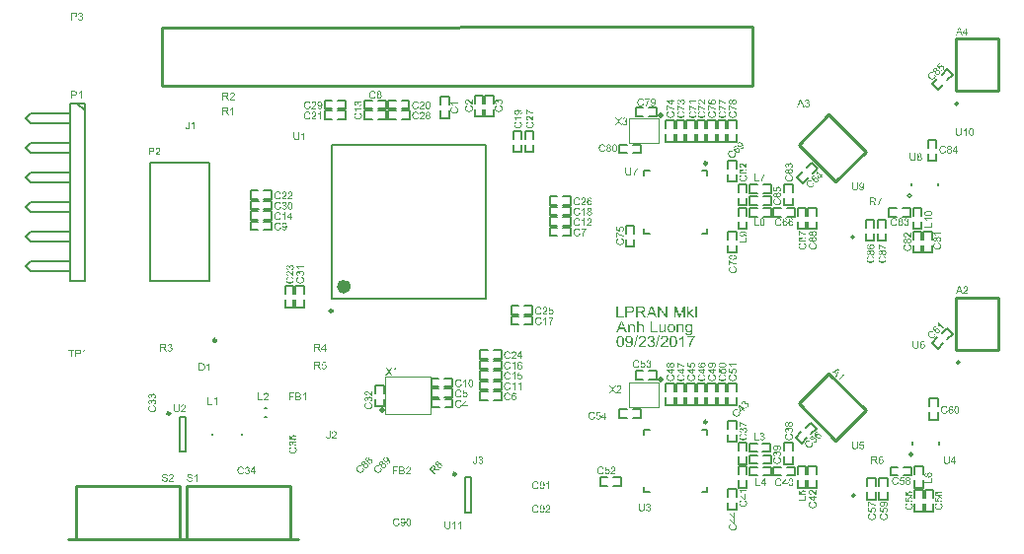
<source format=gto>
G04 Layer_Color=65535*
%FSLAX25Y25*%
%MOIN*%
G70*
G01*
G75*
%ADD46C,0.01000*%
%ADD66C,0.00984*%
%ADD67C,0.00394*%
%ADD68C,0.00591*%
%ADD69C,0.02362*%
%ADD70C,0.01968*%
%ADD71C,0.00600*%
%ADD72C,0.00787*%
%ADD73C,0.00100*%
%ADD74C,0.00098*%
G36*
X159891Y11561D02*
X159911Y11558D01*
X159938Y11557D01*
X159967Y11552D01*
X159998Y11546D01*
X160033Y11538D01*
X160068Y11530D01*
X160105Y11519D01*
X160144Y11505D01*
X160185Y11490D01*
X160224Y11472D01*
X160264Y11451D01*
X160303Y11427D01*
X160305Y11425D01*
X160311Y11421D01*
X160323Y11412D01*
X160338Y11402D01*
X160354Y11388D01*
X160375Y11371D01*
X160396Y11353D01*
X160420Y11330D01*
X160445Y11303D01*
X160472Y11274D01*
X160498Y11243D01*
X160523Y11210D01*
X160550Y11173D01*
X160575Y11132D01*
X160597Y11091D01*
X160618Y11046D01*
X160620Y11044D01*
X160622Y11033D01*
X160628Y11019D01*
X160634Y11000D01*
X160643Y10973D01*
X160651Y10943D01*
X160661Y10905D01*
X160671Y10862D01*
X160682Y10815D01*
X160692Y10761D01*
X160700Y10702D01*
X160709Y10638D01*
X160715Y10568D01*
X160721Y10493D01*
X160723Y10413D01*
X160725Y10327D01*
Y10325D01*
Y10321D01*
Y10314D01*
Y10306D01*
Y10294D01*
Y10279D01*
X160723Y10263D01*
Y10246D01*
X160721Y10205D01*
X160719Y10158D01*
X160717Y10104D01*
X160713Y10046D01*
X160706Y9985D01*
X160698Y9923D01*
X160680Y9793D01*
X160667Y9727D01*
X160653Y9665D01*
X160636Y9606D01*
X160618Y9548D01*
X160616Y9544D01*
X160614Y9536D01*
X160608Y9521D01*
X160597Y9501D01*
X160587Y9476D01*
X160573Y9449D01*
X160556Y9418D01*
X160538Y9385D01*
X160517Y9350D01*
X160494Y9313D01*
X160468Y9276D01*
X160439Y9241D01*
X160408Y9204D01*
X160375Y9169D01*
X160340Y9138D01*
X160301Y9107D01*
X160299Y9105D01*
X160290Y9101D01*
X160280Y9093D01*
X160264Y9085D01*
X160243Y9072D01*
X160220Y9060D01*
X160192Y9045D01*
X160161Y9033D01*
X160128Y9019D01*
X160091Y9004D01*
X160049Y8992D01*
X160006Y8979D01*
X159961Y8971D01*
X159913Y8963D01*
X159862Y8959D01*
X159810Y8957D01*
X159798D01*
X159782Y8959D01*
X159761D01*
X159734Y8961D01*
X159705Y8965D01*
X159672Y8971D01*
X159637Y8977D01*
X159598Y8986D01*
X159559Y8998D01*
X159518Y9010D01*
X159477Y9027D01*
X159435Y9045D01*
X159396Y9068D01*
X159357Y9093D01*
X159320Y9121D01*
X159318Y9124D01*
X159312Y9130D01*
X159302Y9138D01*
X159289Y9152D01*
X159275Y9169D01*
X159258Y9189D01*
X159240Y9214D01*
X159221Y9243D01*
X159201Y9274D01*
X159182Y9309D01*
X159164Y9348D01*
X159145Y9389D01*
X159129Y9435D01*
X159114Y9484D01*
X159102Y9536D01*
X159093Y9591D01*
X159394Y9620D01*
Y9618D01*
X159396Y9610D01*
X159398Y9600D01*
X159403Y9585D01*
X159407Y9567D01*
X159411Y9548D01*
X159419Y9525D01*
X159427Y9501D01*
X159446Y9449D01*
X159470Y9398D01*
X159501Y9350D01*
X159520Y9328D01*
X159538Y9309D01*
X159541D01*
X159543Y9305D01*
X159549Y9301D01*
X159559Y9295D01*
X159569Y9286D01*
X159582Y9278D01*
X159596Y9270D01*
X159615Y9262D01*
X159654Y9245D01*
X159701Y9229D01*
X159757Y9218D01*
X159786Y9216D01*
X159817Y9214D01*
X159831D01*
X159841Y9216D01*
X159854D01*
X159868Y9218D01*
X159903Y9223D01*
X159942Y9231D01*
X159984Y9243D01*
X160029Y9257D01*
X160070Y9280D01*
X160072D01*
X160074Y9284D01*
X160080Y9286D01*
X160089Y9292D01*
X160109Y9307D01*
X160134Y9328D01*
X160163Y9352D01*
X160194Y9381D01*
X160222Y9416D01*
X160249Y9455D01*
Y9457D01*
X160253Y9461D01*
X160255Y9468D01*
X160262Y9476D01*
X160268Y9486D01*
X160274Y9501D01*
X160282Y9517D01*
X160290Y9533D01*
X160299Y9554D01*
X160309Y9577D01*
X160317Y9601D01*
X160327Y9628D01*
X160346Y9688D01*
X160365Y9754D01*
Y9756D01*
X160367Y9762D01*
X160369Y9772D01*
X160373Y9787D01*
X160375Y9803D01*
X160379Y9824D01*
X160383Y9847D01*
X160389Y9873D01*
X160393Y9900D01*
X160398Y9931D01*
X160404Y9995D01*
X160410Y10065D01*
X160412Y10137D01*
Y10141D01*
Y10154D01*
Y10162D01*
Y10172D01*
Y10187D01*
Y10201D01*
X160410Y10199D01*
X160408Y10195D01*
X160402Y10187D01*
X160396Y10176D01*
X160385Y10164D01*
X160373Y10149D01*
X160344Y10114D01*
X160307Y10075D01*
X160264Y10034D01*
X160212Y9995D01*
X160154Y9958D01*
X160152D01*
X160146Y9954D01*
X160138Y9950D01*
X160126Y9944D01*
X160111Y9937D01*
X160093Y9929D01*
X160072Y9921D01*
X160049Y9913D01*
X160025Y9902D01*
X159998Y9894D01*
X159938Y9880D01*
X159872Y9869D01*
X159837Y9867D01*
X159802Y9865D01*
X159788D01*
X159771Y9867D01*
X159749Y9869D01*
X159722Y9871D01*
X159691Y9878D01*
X159654Y9884D01*
X159617Y9894D01*
X159576Y9906D01*
X159532Y9921D01*
X159487Y9939D01*
X159442Y9962D01*
X159396Y9989D01*
X159351Y10018D01*
X159308Y10053D01*
X159265Y10094D01*
X159263Y10096D01*
X159254Y10104D01*
X159244Y10119D01*
X159230Y10135D01*
X159213Y10160D01*
X159195Y10187D01*
X159176Y10220D01*
X159155Y10257D01*
X159135Y10298D01*
X159116Y10343D01*
X159098Y10393D01*
X159081Y10446D01*
X159067Y10504D01*
X159056Y10566D01*
X159048Y10632D01*
X159046Y10700D01*
Y10702D01*
Y10704D01*
Y10710D01*
Y10716D01*
X159048Y10737D01*
X159050Y10763D01*
X159052Y10796D01*
X159058Y10836D01*
X159065Y10879D01*
X159075Y10924D01*
X159087Y10973D01*
X159102Y11023D01*
X159120Y11077D01*
X159143Y11128D01*
X159170Y11180D01*
X159199Y11231D01*
X159234Y11280D01*
X159275Y11326D01*
X159277Y11328D01*
X159285Y11336D01*
X159298Y11348D01*
X159316Y11363D01*
X159339Y11381D01*
X159365Y11400D01*
X159396Y11423D01*
X159431Y11445D01*
X159473Y11466D01*
X159516Y11489D01*
X159563Y11507D01*
X159613Y11526D01*
X159666Y11540D01*
X159724Y11552D01*
X159784Y11561D01*
X159847Y11563D01*
X159872D01*
X159891Y11561D01*
D02*
G37*
G36*
X161912D02*
X161936Y11558D01*
X161967Y11557D01*
X162004Y11552D01*
X162043Y11546D01*
X162087Y11538D01*
X162132Y11526D01*
X162179Y11513D01*
X162229Y11497D01*
X162276Y11476D01*
X162324Y11453D01*
X162371Y11427D01*
X162416Y11394D01*
X162458Y11359D01*
X162460Y11357D01*
X162468Y11348D01*
X162478Y11338D01*
X162490Y11322D01*
X162507Y11303D01*
X162525Y11278D01*
X162546Y11249D01*
X162567Y11219D01*
X162585Y11184D01*
X162606Y11145D01*
X162624Y11103D01*
X162641Y11058D01*
X162653Y11011D01*
X162666Y10961D01*
X162672Y10908D01*
X162674Y10852D01*
Y10850D01*
Y10846D01*
Y10837D01*
Y10825D01*
X162672Y10813D01*
X162670Y10796D01*
X162668Y10778D01*
X162666Y10757D01*
X162657Y10712D01*
X162647Y10660D01*
X162631Y10607D01*
X162610Y10551D01*
Y10549D01*
X162608Y10545D01*
X162604Y10537D01*
X162598Y10526D01*
X162591Y10512D01*
X162583Y10496D01*
X162573Y10477D01*
X162560Y10456D01*
X162532Y10409D01*
X162497Y10357D01*
X162453Y10300D01*
X162402Y10238D01*
X162400Y10236D01*
X162396Y10230D01*
X162385Y10222D01*
X162375Y10209D01*
X162359Y10191D01*
X162338Y10172D01*
X162315Y10147D01*
X162289Y10121D01*
X162256Y10092D01*
X162221Y10057D01*
X162181Y10022D01*
X162138Y9981D01*
X162091Y9937D01*
X162037Y9892D01*
X161982Y9843D01*
X161920Y9791D01*
X161916Y9789D01*
X161907Y9781D01*
X161893Y9768D01*
X161874Y9752D01*
X161852Y9733D01*
X161827Y9711D01*
X161798Y9688D01*
X161769Y9661D01*
X161708Y9608D01*
X161648Y9556D01*
X161619Y9532D01*
X161594Y9509D01*
X161574Y9488D01*
X161555Y9470D01*
X161551Y9466D01*
X161543Y9455D01*
X161526Y9439D01*
X161508Y9416D01*
X161487Y9391D01*
X161467Y9363D01*
X161444Y9332D01*
X161423Y9301D01*
X162678D01*
Y9000D01*
X160989D01*
Y9002D01*
Y9004D01*
Y9010D01*
Y9019D01*
Y9041D01*
X160991Y9068D01*
X160995Y9101D01*
X161001Y9138D01*
X161011Y9177D01*
X161024Y9216D01*
Y9218D01*
X161028Y9224D01*
X161030Y9233D01*
X161036Y9245D01*
X161044Y9262D01*
X161053Y9280D01*
X161063Y9301D01*
X161075Y9323D01*
X161104Y9375D01*
X161139Y9433D01*
X161182Y9494D01*
X161232Y9556D01*
X161234Y9558D01*
X161238Y9564D01*
X161246Y9573D01*
X161259Y9585D01*
X161273Y9601D01*
X161292Y9620D01*
X161312Y9643D01*
X161337Y9667D01*
X161364Y9694D01*
X161395Y9723D01*
X161427Y9756D01*
X161465Y9789D01*
X161504Y9824D01*
X161547Y9863D01*
X161592Y9900D01*
X161642Y9941D01*
X161644Y9944D01*
X161646Y9945D01*
X161652Y9950D01*
X161660Y9956D01*
X161681Y9974D01*
X161710Y9997D01*
X161743Y10026D01*
X161782Y10061D01*
X161823Y10098D01*
X161868Y10137D01*
X161916Y10180D01*
X161961Y10224D01*
X162008Y10269D01*
X162054Y10314D01*
X162097Y10360D01*
X162138Y10403D01*
X162173Y10444D01*
X162204Y10483D01*
X162206Y10485D01*
X162210Y10491D01*
X162219Y10504D01*
X162227Y10518D01*
X162239Y10535D01*
X162251Y10555D01*
X162264Y10580D01*
X162278Y10605D01*
X162293Y10634D01*
X162305Y10662D01*
X162330Y10726D01*
X162338Y10759D01*
X162346Y10792D01*
X162350Y10827D01*
X162353Y10860D01*
Y10862D01*
Y10868D01*
Y10879D01*
X162350Y10891D01*
X162348Y10908D01*
X162346Y10926D01*
X162342Y10947D01*
X162336Y10969D01*
X162320Y11019D01*
X162309Y11044D01*
X162297Y11070D01*
X162280Y11097D01*
X162262Y11124D01*
X162241Y11149D01*
X162219Y11173D01*
X162216Y11175D01*
X162212Y11180D01*
X162204Y11186D01*
X162194Y11194D01*
X162181Y11204D01*
X162165Y11214D01*
X162146Y11227D01*
X162126Y11239D01*
X162101Y11249D01*
X162074Y11262D01*
X162046Y11272D01*
X162015Y11282D01*
X161982Y11291D01*
X161947Y11297D01*
X161910Y11301D01*
X161870Y11303D01*
X161848D01*
X161833Y11301D01*
X161813Y11299D01*
X161792Y11297D01*
X161767Y11293D01*
X161741Y11287D01*
X161681Y11270D01*
X161652Y11260D01*
X161621Y11245D01*
X161590Y11231D01*
X161561Y11212D01*
X161533Y11192D01*
X161506Y11167D01*
X161504Y11165D01*
X161500Y11161D01*
X161493Y11153D01*
X161485Y11142D01*
X161475Y11128D01*
X161462Y11112D01*
X161450Y11091D01*
X161438Y11070D01*
X161425Y11044D01*
X161413Y11017D01*
X161401Y10986D01*
X161390Y10951D01*
X161382Y10916D01*
X161376Y10877D01*
X161372Y10836D01*
X161370Y10792D01*
X161048Y10825D01*
Y10827D01*
Y10829D01*
X161050Y10842D01*
X161053Y10860D01*
X161057Y10885D01*
X161063Y10914D01*
X161071Y10949D01*
X161079Y10988D01*
X161092Y11029D01*
X161106Y11072D01*
X161123Y11116D01*
X161143Y11163D01*
X161166Y11208D01*
X161193Y11252D01*
X161224Y11295D01*
X161259Y11336D01*
X161296Y11373D01*
X161298Y11375D01*
X161306Y11381D01*
X161318Y11392D01*
X161335Y11402D01*
X161357Y11416D01*
X161384Y11433D01*
X161415Y11449D01*
X161450Y11468D01*
X161489Y11486D01*
X161533Y11503D01*
X161580Y11519D01*
X161632Y11534D01*
X161687Y11546D01*
X161747Y11554D01*
X161811Y11561D01*
X161877Y11563D01*
X161893D01*
X161912Y11561D01*
D02*
G37*
G36*
X217237Y59707D02*
X217254D01*
X217295Y59705D01*
X217342Y59703D01*
X217396Y59701D01*
X217454Y59697D01*
X217515Y59690D01*
X217577Y59682D01*
X217707Y59663D01*
X217773Y59651D01*
X217835Y59637D01*
X217894Y59620D01*
X217952Y59602D01*
X217956Y59600D01*
X217964Y59598D01*
X217979Y59591D01*
X217999Y59581D01*
X218024Y59571D01*
X218051Y59556D01*
X218082Y59540D01*
X218115Y59521D01*
X218150Y59501D01*
X218187Y59478D01*
X218224Y59451D01*
X218259Y59422D01*
X218296Y59392D01*
X218331Y59359D01*
X218362Y59324D01*
X218393Y59285D01*
X218395Y59282D01*
X218399Y59274D01*
X218407Y59264D01*
X218415Y59247D01*
X218428Y59227D01*
X218440Y59204D01*
X218455Y59175D01*
X218467Y59144D01*
X218481Y59111D01*
X218496Y59074D01*
X218508Y59033D01*
X218521Y58990D01*
X218529Y58945D01*
X218537Y58897D01*
X218541Y58846D01*
X218543Y58794D01*
Y58790D01*
Y58782D01*
X218541Y58765D01*
Y58745D01*
X218539Y58718D01*
X218535Y58689D01*
X218529Y58656D01*
X218523Y58621D01*
X218514Y58582D01*
X218502Y58543D01*
X218490Y58502D01*
X218473Y58460D01*
X218455Y58419D01*
X218432Y58380D01*
X218407Y58341D01*
X218378Y58304D01*
X218376Y58302D01*
X218370Y58296D01*
X218362Y58285D01*
X218348Y58273D01*
X218331Y58259D01*
X218310Y58242D01*
X218286Y58224D01*
X218257Y58205D01*
X218226Y58184D01*
X218191Y58166D01*
X218152Y58147D01*
X218111Y58129D01*
X218065Y58112D01*
X218016Y58098D01*
X217964Y58086D01*
X217909Y58077D01*
X217880Y58378D01*
X217882D01*
X217890Y58380D01*
X217900Y58382D01*
X217915Y58386D01*
X217934Y58390D01*
X217952Y58395D01*
X217975Y58403D01*
X217999Y58411D01*
X218051Y58430D01*
X218102Y58454D01*
X218150Y58485D01*
X218173Y58504D01*
X218191Y58522D01*
Y58524D01*
X218195Y58526D01*
X218199Y58533D01*
X218205Y58543D01*
X218214Y58553D01*
X218222Y58565D01*
X218230Y58580D01*
X218238Y58599D01*
X218255Y58638D01*
X218271Y58685D01*
X218282Y58741D01*
X218284Y58770D01*
X218286Y58800D01*
Y58802D01*
Y58807D01*
Y58815D01*
X218284Y58825D01*
Y58837D01*
X218282Y58852D01*
X218278Y58887D01*
X218269Y58926D01*
X218257Y58967D01*
X218243Y59013D01*
X218220Y59054D01*
Y59056D01*
X218216Y59058D01*
X218214Y59064D01*
X218208Y59072D01*
X218193Y59093D01*
X218173Y59118D01*
X218148Y59146D01*
X218119Y59177D01*
X218084Y59206D01*
X218045Y59233D01*
X218043D01*
X218039Y59237D01*
X218032Y59239D01*
X218024Y59245D01*
X218014Y59251D01*
X217999Y59258D01*
X217983Y59266D01*
X217967Y59274D01*
X217946Y59282D01*
X217923Y59293D01*
X217899Y59301D01*
X217872Y59311D01*
X217812Y59330D01*
X217746Y59348D01*
X217744D01*
X217738Y59350D01*
X217727Y59352D01*
X217713Y59357D01*
X217697Y59359D01*
X217676Y59363D01*
X217653Y59367D01*
X217627Y59373D01*
X217600Y59377D01*
X217569Y59381D01*
X217505Y59387D01*
X217435Y59394D01*
X217363Y59396D01*
X217299D01*
X217301Y59394D01*
X217305Y59392D01*
X217313Y59385D01*
X217324Y59379D01*
X217336Y59369D01*
X217351Y59357D01*
X217386Y59328D01*
X217425Y59291D01*
X217466Y59247D01*
X217505Y59196D01*
X217542Y59138D01*
Y59136D01*
X217546Y59130D01*
X217550Y59122D01*
X217557Y59109D01*
X217563Y59095D01*
X217571Y59076D01*
X217579Y59056D01*
X217587Y59033D01*
X217598Y59008D01*
X217606Y58982D01*
X217620Y58922D01*
X217631Y58856D01*
X217633Y58821D01*
X217635Y58786D01*
Y58782D01*
Y58772D01*
X217633Y58755D01*
X217631Y58732D01*
X217629Y58706D01*
X217622Y58675D01*
X217616Y58638D01*
X217606Y58601D01*
X217594Y58559D01*
X217579Y58516D01*
X217561Y58471D01*
X217538Y58425D01*
X217511Y58380D01*
X217482Y58335D01*
X217447Y58292D01*
X217406Y58248D01*
X217404Y58246D01*
X217396Y58238D01*
X217381Y58228D01*
X217365Y58213D01*
X217340Y58197D01*
X217313Y58178D01*
X217281Y58160D01*
X217243Y58139D01*
X217202Y58118D01*
X217157Y58100D01*
X217107Y58081D01*
X217054Y58065D01*
X216996Y58051D01*
X216934Y58040D01*
X216868Y58032D01*
X216800Y58030D01*
X216784D01*
X216763Y58032D01*
X216737Y58034D01*
X216704Y58036D01*
X216665Y58042D01*
X216621Y58048D01*
X216576Y58059D01*
X216527Y58071D01*
X216477Y58086D01*
X216424Y58104D01*
X216372Y58127D01*
X216320Y58153D01*
X216269Y58182D01*
X216220Y58217D01*
X216174Y58259D01*
X216172Y58261D01*
X216164Y58269D01*
X216152Y58281D01*
X216137Y58300D01*
X216119Y58323D01*
X216100Y58349D01*
X216077Y58380D01*
X216055Y58415D01*
X216034Y58456D01*
X216012Y58500D01*
X215993Y58547D01*
X215974Y58596D01*
X215960Y58650D01*
X215948Y58708D01*
X215939Y58767D01*
X215937Y58831D01*
Y58833D01*
Y58842D01*
Y58856D01*
X215939Y58874D01*
X215942Y58895D01*
X215944Y58922D01*
X215948Y58951D01*
X215954Y58982D01*
X215962Y59017D01*
X215970Y59052D01*
X215981Y59089D01*
X215995Y59128D01*
X216009Y59169D01*
X216028Y59208D01*
X216049Y59247D01*
X216073Y59286D01*
X216075Y59289D01*
X216079Y59295D01*
X216088Y59307D01*
X216098Y59322D01*
X216112Y59338D01*
X216129Y59359D01*
X216147Y59379D01*
X216170Y59404D01*
X216197Y59429D01*
X216226Y59456D01*
X216257Y59482D01*
X216290Y59507D01*
X216327Y59534D01*
X216368Y59558D01*
X216409Y59581D01*
X216454Y59602D01*
X216457Y59604D01*
X216467Y59606D01*
X216481Y59612D01*
X216500Y59618D01*
X216527Y59626D01*
X216557Y59635D01*
X216595Y59645D01*
X216638Y59655D01*
X216685Y59666D01*
X216739Y59676D01*
X216798Y59684D01*
X216862Y59692D01*
X216932Y59698D01*
X217006Y59705D01*
X217087Y59707D01*
X217173Y59709D01*
X217221D01*
X217237Y59707D01*
D02*
G37*
G36*
X162210Y17000D02*
X161897D01*
Y18996D01*
X161895Y18994D01*
X161891Y18992D01*
X161885Y18986D01*
X161877Y18978D01*
X161864Y18967D01*
X161852Y18957D01*
X161835Y18943D01*
X161817Y18928D01*
X161796Y18912D01*
X161774Y18895D01*
X161722Y18858D01*
X161664Y18819D01*
X161599Y18780D01*
X161596Y18778D01*
X161590Y18776D01*
X161580Y18769D01*
X161568Y18761D01*
X161551Y18753D01*
X161533Y18743D01*
X161512Y18733D01*
X161489Y18720D01*
X161438Y18693D01*
X161382Y18666D01*
X161325Y18640D01*
X161269Y18617D01*
Y18922D01*
X161271Y18924D01*
X161281Y18928D01*
X161294Y18934D01*
X161312Y18945D01*
X161335Y18957D01*
X161362Y18969D01*
X161392Y18988D01*
X161425Y19006D01*
X161458Y19027D01*
X161495Y19050D01*
X161574Y19101D01*
X161652Y19157D01*
X161728Y19221D01*
X161730Y19223D01*
X161737Y19229D01*
X161747Y19237D01*
X161761Y19252D01*
X161778Y19266D01*
X161796Y19285D01*
X161815Y19305D01*
X161837Y19330D01*
X161883Y19381D01*
X161930Y19439D01*
X161973Y19501D01*
X161992Y19532D01*
X162008Y19563D01*
X162210D01*
Y17000D01*
D02*
G37*
G36*
X157742Y11596D02*
X157769D01*
X157802Y11592D01*
X157841Y11587D01*
X157882Y11581D01*
X157930Y11573D01*
X157979Y11563D01*
X158031Y11550D01*
X158084Y11534D01*
X158140Y11515D01*
X158193Y11493D01*
X158247Y11466D01*
X158300Y11437D01*
X158350Y11402D01*
X158352Y11400D01*
X158362Y11394D01*
X158375Y11381D01*
X158393Y11367D01*
X158414Y11346D01*
X158439Y11322D01*
X158465Y11293D01*
X158494Y11260D01*
X158523Y11223D01*
X158554Y11181D01*
X158585Y11136D01*
X158614Y11089D01*
X158642Y11035D01*
X158669Y10980D01*
X158694Y10918D01*
X158714Y10854D01*
X158383Y10776D01*
Y10780D01*
X158379Y10788D01*
X158372Y10802D01*
X158366Y10821D01*
X158356Y10844D01*
X158346Y10870D01*
X158331Y10899D01*
X158317Y10930D01*
X158280Y10996D01*
X158235Y11064D01*
X158210Y11097D01*
X158183Y11128D01*
X158154Y11157D01*
X158123Y11181D01*
X158121Y11184D01*
X158115Y11188D01*
X158107Y11194D01*
X158092Y11202D01*
X158076Y11210D01*
X158057Y11223D01*
X158033Y11233D01*
X158008Y11245D01*
X157977Y11258D01*
X157946Y11268D01*
X157911Y11280D01*
X157874Y11289D01*
X157833Y11297D01*
X157790Y11303D01*
X157746Y11307D01*
X157699Y11309D01*
X157670D01*
X157650Y11307D01*
X157625Y11305D01*
X157596Y11301D01*
X157563Y11297D01*
X157526Y11291D01*
X157489Y11285D01*
X157450Y11274D01*
X157408Y11264D01*
X157365Y11249D01*
X157324Y11233D01*
X157283Y11214D01*
X157244Y11192D01*
X157204Y11167D01*
X157202Y11165D01*
X157196Y11161D01*
X157186Y11153D01*
X157172Y11140D01*
X157157Y11126D01*
X157139Y11109D01*
X157118Y11089D01*
X157095Y11066D01*
X157073Y11039D01*
X157050Y11013D01*
X157027Y10980D01*
X157005Y10947D01*
X156982Y10910D01*
X156961Y10870D01*
X156943Y10829D01*
X156926Y10786D01*
Y10784D01*
X156922Y10776D01*
X156920Y10763D01*
X156914Y10745D01*
X156908Y10724D01*
X156902Y10697D01*
X156895Y10669D01*
X156887Y10636D01*
X156879Y10601D01*
X156873Y10564D01*
X156867Y10522D01*
X156860Y10481D01*
X156852Y10390D01*
X156848Y10298D01*
Y10294D01*
Y10283D01*
Y10267D01*
X156850Y10242D01*
Y10215D01*
X156852Y10182D01*
X156856Y10143D01*
X156860Y10104D01*
X156865Y10061D01*
X156871Y10016D01*
X156887Y9919D01*
X156912Y9822D01*
X156926Y9775D01*
X156943Y9727D01*
X156945Y9725D01*
X156947Y9717D01*
X156953Y9704D01*
X156961Y9688D01*
X156972Y9667D01*
X156984Y9645D01*
X156999Y9618D01*
X157015Y9591D01*
X157036Y9562D01*
X157056Y9532D01*
X157081Y9503D01*
X157108Y9472D01*
X157136Y9443D01*
X157167Y9414D01*
X157200Y9389D01*
X157238Y9365D01*
X157239Y9363D01*
X157246Y9360D01*
X157258Y9354D01*
X157273Y9346D01*
X157291Y9338D01*
X157314Y9328D01*
X157338Y9315D01*
X157367Y9305D01*
X157398Y9295D01*
X157431Y9282D01*
X157468Y9272D01*
X157505Y9264D01*
X157544Y9255D01*
X157586Y9251D01*
X157629Y9247D01*
X157672Y9245D01*
X157685D01*
X157699Y9247D01*
X157720D01*
X157744Y9249D01*
X157771Y9253D01*
X157804Y9260D01*
X157839Y9266D01*
X157874Y9274D01*
X157913Y9284D01*
X157952Y9299D01*
X157993Y9313D01*
X158035Y9332D01*
X158074Y9354D01*
X158115Y9379D01*
X158152Y9408D01*
X158154Y9410D01*
X158160Y9416D01*
X158171Y9424D01*
X158185Y9439D01*
X158200Y9455D01*
X158218Y9478D01*
X158239Y9503D01*
X158259Y9532D01*
X158282Y9562D01*
X158305Y9600D01*
X158327Y9639D01*
X158348Y9682D01*
X158368Y9729D01*
X158389Y9781D01*
X158405Y9836D01*
X158420Y9894D01*
X158758Y9810D01*
Y9808D01*
X158756Y9805D01*
Y9799D01*
X158754Y9791D01*
X158745Y9770D01*
X158737Y9742D01*
X158725Y9707D01*
X158710Y9667D01*
X158692Y9622D01*
X158669Y9575D01*
X158644Y9523D01*
X158618Y9472D01*
X158587Y9418D01*
X158552Y9367D01*
X158513Y9315D01*
X158469Y9266D01*
X158424Y9218D01*
X158375Y9175D01*
X158370Y9173D01*
X158362Y9165D01*
X158346Y9155D01*
X158325Y9140D01*
X158298Y9124D01*
X158265Y9105D01*
X158228Y9087D01*
X158187Y9066D01*
X158140Y9045D01*
X158088Y9027D01*
X158033Y9008D01*
X157973Y8992D01*
X157909Y8977D01*
X157843Y8967D01*
X157773Y8959D01*
X157699Y8957D01*
X157680D01*
X157660Y8959D01*
X157631D01*
X157596Y8963D01*
X157555Y8965D01*
X157509Y8971D01*
X157460Y8977D01*
X157408Y8986D01*
X157355Y8998D01*
X157297Y9010D01*
X157242Y9027D01*
X157186Y9045D01*
X157130Y9068D01*
X157077Y9095D01*
X157027Y9124D01*
X157025Y9126D01*
X157017Y9132D01*
X157003Y9142D01*
X156984Y9155D01*
X156964Y9173D01*
X156939Y9194D01*
X156912Y9218D01*
X156881Y9247D01*
X156850Y9280D01*
X156817Y9317D01*
X156786Y9356D01*
X156753Y9400D01*
X156720Y9447D01*
X156690Y9499D01*
X156661Y9552D01*
X156634Y9610D01*
X156632Y9614D01*
X156628Y9624D01*
X156622Y9643D01*
X156613Y9665D01*
X156603Y9694D01*
X156591Y9729D01*
X156580Y9770D01*
X156568Y9816D01*
X156554Y9865D01*
X156543Y9917D01*
X156531Y9974D01*
X156521Y10034D01*
X156512Y10096D01*
X156506Y10162D01*
X156502Y10228D01*
X156500Y10296D01*
Y10298D01*
Y10300D01*
Y10306D01*
Y10314D01*
X156502Y10335D01*
Y10362D01*
X156504Y10397D01*
X156508Y10438D01*
X156512Y10483D01*
X156518Y10533D01*
X156527Y10584D01*
X156537Y10640D01*
X156549Y10697D01*
X156564Y10757D01*
X156582Y10815D01*
X156603Y10875D01*
X156626Y10934D01*
X156652Y10990D01*
X156655Y10994D01*
X156659Y11002D01*
X156669Y11019D01*
X156681Y11039D01*
X156696Y11064D01*
X156716Y11093D01*
X156739Y11124D01*
X156764Y11159D01*
X156792Y11194D01*
X156825Y11231D01*
X156860Y11270D01*
X156900Y11307D01*
X156941Y11344D01*
X156986Y11379D01*
X157034Y11412D01*
X157085Y11443D01*
X157089Y11445D01*
X157097Y11449D01*
X157114Y11458D01*
X157134Y11468D01*
X157161Y11478D01*
X157192Y11493D01*
X157227Y11507D01*
X157268Y11521D01*
X157312Y11536D01*
X157361Y11548D01*
X157413Y11563D01*
X157466Y11573D01*
X157522Y11583D01*
X157581Y11592D01*
X157643Y11596D01*
X157705Y11598D01*
X157722D01*
X157742Y11596D01*
D02*
G37*
G36*
X290316Y111017D02*
X290355D01*
X290398Y111015D01*
X290447Y111011D01*
X290501Y111006D01*
X290557Y111002D01*
X290616Y110996D01*
X290738Y110980D01*
X290797Y110969D01*
X290857Y110957D01*
X290915Y110942D01*
X290968Y110926D01*
X290971D01*
X290981Y110922D01*
X290995Y110916D01*
X291014Y110910D01*
X291037Y110899D01*
X291063Y110887D01*
X291094Y110872D01*
X291125Y110856D01*
X291158Y110837D01*
X291193Y110819D01*
X291230Y110796D01*
X291265Y110772D01*
X291300Y110743D01*
X291333Y110714D01*
X291366Y110683D01*
X291395Y110650D01*
X291397Y110648D01*
X291401Y110642D01*
X291409Y110632D01*
X291418Y110617D01*
X291430Y110599D01*
X291442Y110578D01*
X291455Y110551D01*
X291469Y110524D01*
X291483Y110491D01*
X291496Y110456D01*
X291508Y110417D01*
X291521Y110378D01*
X291529Y110333D01*
X291537Y110287D01*
X291541Y110238D01*
X291543Y110187D01*
Y110182D01*
Y110170D01*
X291541Y110152D01*
X291539Y110125D01*
X291535Y110094D01*
X291529Y110059D01*
X291521Y110018D01*
X291510Y109974D01*
X291496Y109929D01*
X291479Y109882D01*
X291459Y109834D01*
X291432Y109785D01*
X291403Y109737D01*
X291368Y109690D01*
X291327Y109647D01*
X291282Y109606D01*
X291278Y109604D01*
X291267Y109595D01*
X291247Y109583D01*
X291220Y109566D01*
X291185Y109548D01*
X291142Y109525D01*
X291117Y109515D01*
X291090Y109503D01*
X291061Y109492D01*
X291030Y109480D01*
X290997Y109468D01*
X290962Y109457D01*
X290925Y109445D01*
X290886Y109435D01*
X290845Y109422D01*
X290802Y109412D01*
X290754Y109404D01*
X290707Y109393D01*
X290657Y109385D01*
X290604Y109377D01*
X290550Y109371D01*
X290493Y109365D01*
X290433Y109360D01*
X290371Y109356D01*
X290307Y109354D01*
X290198D01*
X290167Y109356D01*
X290128D01*
X290085Y109358D01*
X290035Y109362D01*
X289982Y109367D01*
X289924Y109371D01*
X289866Y109377D01*
X289745Y109393D01*
X289683Y109404D01*
X289625Y109416D01*
X289568Y109431D01*
X289514Y109447D01*
X289510Y109449D01*
X289502Y109451D01*
X289487Y109457D01*
X289469Y109463D01*
X289444Y109474D01*
X289417Y109486D01*
X289388Y109501D01*
X289355Y109517D01*
X289323Y109536D01*
X289288Y109556D01*
X289252Y109579D01*
X289217Y109604D01*
X289182Y109630D01*
X289149Y109659D01*
X289117Y109690D01*
X289088Y109723D01*
X289086Y109725D01*
X289082Y109731D01*
X289073Y109741D01*
X289065Y109756D01*
X289053Y109774D01*
X289040Y109795D01*
X289026Y109822D01*
X289012Y109851D01*
X288999Y109882D01*
X288985Y109917D01*
X288972Y109956D01*
X288960Y109997D01*
X288952Y110040D01*
X288944Y110086D01*
X288939Y110135D01*
X288937Y110187D01*
Y110189D01*
Y110195D01*
Y110207D01*
X288939Y110222D01*
Y110238D01*
X288942Y110259D01*
X288944Y110283D01*
X288948Y110308D01*
X288958Y110364D01*
X288972Y110423D01*
X288993Y110485D01*
X289022Y110545D01*
Y110547D01*
X289026Y110551D01*
X289030Y110559D01*
X289036Y110572D01*
X289047Y110584D01*
X289057Y110601D01*
X289082Y110636D01*
X289117Y110677D01*
X289158Y110720D01*
X289205Y110763D01*
X289261Y110802D01*
X289263Y110804D01*
X289267Y110807D01*
X289277Y110813D01*
X289288Y110819D01*
X289304Y110827D01*
X289320Y110837D01*
X289343Y110848D01*
X289366Y110860D01*
X289393Y110872D01*
X289422Y110885D01*
X289452Y110899D01*
X289485Y110912D01*
X289522Y110926D01*
X289560Y110938D01*
X289640Y110961D01*
X289642D01*
X289650Y110963D01*
X289663Y110967D01*
X289681Y110969D01*
X289704Y110976D01*
X289731Y110980D01*
X289761Y110984D01*
X289798Y110990D01*
X289840Y110996D01*
X289885Y111000D01*
X289934Y111006D01*
X289988Y111011D01*
X290046Y111013D01*
X290107Y111017D01*
X290171Y111019D01*
X290285D01*
X290316Y111017D01*
D02*
G37*
G36*
X290713Y22541D02*
X290734Y22539D01*
X290758Y22537D01*
X290787Y22535D01*
X290818Y22531D01*
X290851Y22525D01*
X290886Y22519D01*
X290962Y22500D01*
X291002Y22488D01*
X291041Y22473D01*
X291080Y22457D01*
X291119Y22438D01*
X291121Y22436D01*
X291127Y22434D01*
X291140Y22428D01*
X291152Y22420D01*
X291170Y22409D01*
X291189Y22397D01*
X291212Y22380D01*
X291236Y22364D01*
X291261Y22345D01*
X291286Y22323D01*
X291339Y22275D01*
X291389Y22218D01*
X291413Y22187D01*
X291434Y22154D01*
X291436Y22152D01*
X291438Y22146D01*
X291444Y22135D01*
X291451Y22123D01*
X291459Y22104D01*
X291469Y22084D01*
X291479Y22061D01*
X291488Y22034D01*
X291498Y22005D01*
X291508Y21975D01*
X291518Y21940D01*
X291527Y21905D01*
X291539Y21826D01*
X291541Y21785D01*
X291543Y21742D01*
Y21740D01*
Y21738D01*
Y21732D01*
Y21725D01*
X291541Y21705D01*
X291539Y21676D01*
X291535Y21643D01*
X291529Y21606D01*
X291518Y21563D01*
X291508Y21515D01*
X291492Y21466D01*
X291473Y21414D01*
X291451Y21361D01*
X291422Y21307D01*
X291389Y21254D01*
X291352Y21202D01*
X291306Y21151D01*
X291257Y21103D01*
X291253Y21101D01*
X291243Y21093D01*
X291226Y21081D01*
X291201Y21064D01*
X291170Y21046D01*
X291131Y21025D01*
X291084Y21002D01*
X291030Y20980D01*
X290968Y20957D01*
X290898Y20934D01*
X290820Y20914D01*
X290779Y20903D01*
X290734Y20895D01*
X290688Y20887D01*
X290641Y20879D01*
X290589Y20873D01*
X290538Y20866D01*
X290484Y20862D01*
X290427Y20858D01*
X290369Y20856D01*
X290274D01*
X290258Y20858D01*
X290212D01*
X290186Y20860D01*
X290157Y20862D01*
X290126Y20864D01*
X290091Y20866D01*
X290056Y20870D01*
X289978Y20879D01*
X289895Y20891D01*
X289809Y20906D01*
X289720Y20922D01*
X289630Y20945D01*
X289541Y20971D01*
X289454Y21002D01*
X289374Y21037D01*
X289298Y21081D01*
X289263Y21103D01*
X289230Y21128D01*
X289226Y21130D01*
X289217Y21138D01*
X289203Y21153D01*
X289185Y21171D01*
X289162Y21196D01*
X289137Y21225D01*
X289110Y21260D01*
X289084Y21299D01*
X289057Y21342D01*
X289030Y21390D01*
X289005Y21443D01*
X288983Y21501D01*
X288964Y21563D01*
X288950Y21629D01*
X288942Y21699D01*
X288937Y21773D01*
Y21777D01*
Y21785D01*
X288939Y21802D01*
Y21822D01*
X288944Y21849D01*
X288946Y21878D01*
X288952Y21911D01*
X288958Y21948D01*
X288968Y21985D01*
X288979Y22026D01*
X288993Y22065D01*
X289009Y22106D01*
X289028Y22148D01*
X289053Y22189D01*
X289077Y22228D01*
X289108Y22265D01*
X289110Y22267D01*
X289117Y22273D01*
X289125Y22284D01*
X289139Y22296D01*
X289156Y22310D01*
X289178Y22329D01*
X289201Y22347D01*
X289230Y22366D01*
X289261Y22387D01*
X289296Y22407D01*
X289335Y22426D01*
X289376Y22444D01*
X289422Y22463D01*
X289469Y22477D01*
X289520Y22490D01*
X289574Y22498D01*
X289599Y22187D01*
X289597D01*
X289590Y22185D01*
X289580Y22183D01*
X289568Y22179D01*
X289553Y22174D01*
X289537Y22168D01*
X289496Y22156D01*
X289452Y22139D01*
X289409Y22119D01*
X289366Y22094D01*
X289347Y22082D01*
X289331Y22067D01*
X289329Y22065D01*
X289325Y22061D01*
X289318Y22055D01*
X289310Y22045D01*
X289300Y22032D01*
X289288Y22018D01*
X289275Y21999D01*
X289263Y21981D01*
X289250Y21958D01*
X289238Y21933D01*
X289215Y21880D01*
X289207Y21851D01*
X289201Y21820D01*
X289197Y21787D01*
X289195Y21752D01*
Y21750D01*
Y21746D01*
Y21738D01*
X289197Y21727D01*
Y21713D01*
X289199Y21699D01*
X289205Y21664D01*
X289215Y21622D01*
X289230Y21577D01*
X289250Y21532D01*
X289279Y21488D01*
X289281Y21486D01*
X289283Y21482D01*
X289290Y21474D01*
X289300Y21464D01*
X289310Y21451D01*
X289325Y21437D01*
X289341Y21420D01*
X289360Y21404D01*
X289380Y21385D01*
X289403Y21367D01*
X289430Y21346D01*
X289457Y21328D01*
X289487Y21307D01*
X289520Y21289D01*
X289557Y21270D01*
X289595Y21254D01*
X289597D01*
X289605Y21249D01*
X289615Y21245D01*
X289632Y21241D01*
X289654Y21233D01*
X289679Y21227D01*
X289710Y21219D01*
X289745Y21210D01*
X289784Y21204D01*
X289829Y21196D01*
X289877Y21188D01*
X289930Y21181D01*
X289988Y21175D01*
X290048Y21171D01*
X290114Y21169D01*
X290184Y21167D01*
X290182Y21169D01*
X290175Y21173D01*
X290167Y21180D01*
X290155Y21188D01*
X290140Y21198D01*
X290126Y21212D01*
X290107Y21227D01*
X290087Y21243D01*
X290046Y21284D01*
X290004Y21332D01*
X289963Y21385D01*
X289928Y21443D01*
Y21445D01*
X289924Y21451D01*
X289920Y21460D01*
X289916Y21472D01*
X289908Y21486D01*
X289901Y21505D01*
X289893Y21526D01*
X289885Y21548D01*
X289879Y21573D01*
X289871Y21600D01*
X289856Y21657D01*
X289848Y21721D01*
X289844Y21787D01*
Y21791D01*
Y21802D01*
X289846Y21818D01*
X289848Y21839D01*
X289850Y21868D01*
X289856Y21898D01*
X289862Y21933D01*
X289873Y21971D01*
X289885Y22012D01*
X289899Y22055D01*
X289918Y22100D01*
X289941Y22144D01*
X289967Y22189D01*
X289998Y22234D01*
X290033Y22277D01*
X290074Y22321D01*
X290076Y22323D01*
X290085Y22331D01*
X290097Y22341D01*
X290116Y22356D01*
X290138Y22372D01*
X290167Y22391D01*
X290198Y22411D01*
X290235Y22432D01*
X290276Y22453D01*
X290322Y22473D01*
X290371Y22492D01*
X290425Y22508D01*
X290480Y22523D01*
X290540Y22533D01*
X290604Y22541D01*
X290672Y22543D01*
X290694D01*
X290713Y22541D01*
D02*
G37*
G36*
X220815Y59692D02*
X220855D01*
X220898Y59690D01*
X220947Y59686D01*
X221001Y59682D01*
X221057Y59678D01*
X221116Y59672D01*
X221238Y59655D01*
X221298Y59645D01*
X221357Y59633D01*
X221415Y59618D01*
X221468Y59602D01*
X221471D01*
X221481Y59598D01*
X221495Y59591D01*
X221514Y59585D01*
X221536Y59575D01*
X221563Y59563D01*
X221594Y59548D01*
X221625Y59532D01*
X221658Y59513D01*
X221693Y59495D01*
X221730Y59472D01*
X221765Y59447D01*
X221800Y59418D01*
X221833Y59390D01*
X221866Y59359D01*
X221895Y59326D01*
X221897Y59324D01*
X221901Y59317D01*
X221909Y59307D01*
X221918Y59293D01*
X221930Y59274D01*
X221942Y59254D01*
X221955Y59227D01*
X221969Y59200D01*
X221984Y59167D01*
X221996Y59132D01*
X222008Y59093D01*
X222021Y59054D01*
X222029Y59008D01*
X222037Y58963D01*
X222041Y58914D01*
X222043Y58862D01*
Y58858D01*
Y58846D01*
X222041Y58827D01*
X222039Y58800D01*
X222035Y58770D01*
X222029Y58735D01*
X222021Y58693D01*
X222010Y58650D01*
X221996Y58605D01*
X221979Y58557D01*
X221959Y58510D01*
X221932Y58460D01*
X221903Y58413D01*
X221868Y58366D01*
X221827Y58323D01*
X221782Y58281D01*
X221778Y58279D01*
X221767Y58271D01*
X221747Y58259D01*
X221720Y58242D01*
X221685Y58224D01*
X221642Y58201D01*
X221617Y58191D01*
X221590Y58178D01*
X221561Y58168D01*
X221530Y58156D01*
X221497Y58143D01*
X221462Y58133D01*
X221425Y58121D01*
X221386Y58110D01*
X221345Y58098D01*
X221302Y58088D01*
X221254Y58079D01*
X221207Y58069D01*
X221158Y58061D01*
X221104Y58053D01*
X221050Y58046D01*
X220993Y58040D01*
X220933Y58036D01*
X220871Y58032D01*
X220807Y58030D01*
X220698D01*
X220667Y58032D01*
X220628D01*
X220585Y58034D01*
X220535Y58038D01*
X220482Y58042D01*
X220424Y58046D01*
X220366Y58053D01*
X220245Y58069D01*
X220183Y58079D01*
X220125Y58092D01*
X220068Y58106D01*
X220014Y58123D01*
X220010Y58125D01*
X220002Y58127D01*
X219987Y58133D01*
X219969Y58139D01*
X219944Y58149D01*
X219917Y58162D01*
X219888Y58176D01*
X219855Y58193D01*
X219823Y58211D01*
X219788Y58232D01*
X219753Y58254D01*
X219718Y58279D01*
X219683Y58306D01*
X219650Y58335D01*
X219617Y58366D01*
X219588Y58399D01*
X219586Y58401D01*
X219582Y58407D01*
X219573Y58417D01*
X219565Y58432D01*
X219553Y58450D01*
X219540Y58471D01*
X219526Y58498D01*
X219512Y58526D01*
X219499Y58557D01*
X219485Y58592D01*
X219472Y58631D01*
X219460Y58673D01*
X219452Y58716D01*
X219443Y58761D01*
X219439Y58811D01*
X219437Y58862D01*
Y58864D01*
Y58870D01*
Y58883D01*
X219439Y58897D01*
Y58914D01*
X219442Y58934D01*
X219443Y58959D01*
X219448Y58984D01*
X219458Y59039D01*
X219472Y59099D01*
X219493Y59161D01*
X219522Y59221D01*
Y59223D01*
X219526Y59227D01*
X219530Y59235D01*
X219536Y59247D01*
X219547Y59260D01*
X219557Y59276D01*
X219582Y59311D01*
X219617Y59352D01*
X219658Y59396D01*
X219705Y59439D01*
X219761Y59478D01*
X219763Y59480D01*
X219767Y59482D01*
X219777Y59488D01*
X219788Y59495D01*
X219804Y59503D01*
X219820Y59513D01*
X219843Y59523D01*
X219866Y59536D01*
X219893Y59548D01*
X219921Y59561D01*
X219952Y59575D01*
X219985Y59587D01*
X220022Y59602D01*
X220059Y59614D01*
X220140Y59637D01*
X220142D01*
X220150Y59639D01*
X220163Y59643D01*
X220181Y59645D01*
X220204Y59651D01*
X220231Y59655D01*
X220261Y59659D01*
X220298Y59666D01*
X220340Y59672D01*
X220385Y59676D01*
X220434Y59682D01*
X220488Y59686D01*
X220546Y59688D01*
X220607Y59692D01*
X220671Y59694D01*
X220785D01*
X220815Y59692D01*
D02*
G37*
G36*
X221168Y57737D02*
X221193Y57735D01*
X221223Y57733D01*
X221258Y57729D01*
X221298Y57723D01*
X221339Y57715D01*
X221386Y57702D01*
X221433Y57690D01*
X221483Y57674D01*
X221534Y57653D01*
X221584Y57630D01*
X221635Y57604D01*
X221685Y57571D01*
X221734Y57535D01*
X221738Y57534D01*
X221747Y57525D01*
X221763Y57511D01*
X221782Y57490D01*
X221806Y57465D01*
X221831Y57437D01*
X221860Y57400D01*
X221889Y57360D01*
X221918Y57315D01*
X221946Y57264D01*
X221971Y57210D01*
X221996Y57150D01*
X222014Y57086D01*
X222031Y57016D01*
X222039Y56944D01*
X222043Y56866D01*
Y56862D01*
Y56852D01*
X222041Y56833D01*
X222039Y56808D01*
X222037Y56779D01*
X222033Y56744D01*
X222027Y56705D01*
X222019Y56664D01*
X222008Y56621D01*
X221996Y56573D01*
X221979Y56526D01*
X221961Y56479D01*
X221940Y56431D01*
X221914Y56386D01*
X221885Y56341D01*
X221850Y56297D01*
X221848Y56295D01*
X221841Y56287D01*
X221829Y56277D01*
X221815Y56262D01*
X221794Y56246D01*
X221771Y56225D01*
X221743Y56205D01*
X221712Y56184D01*
X221677Y56161D01*
X221637Y56139D01*
X221594Y56118D01*
X221549Y56098D01*
X221499Y56081D01*
X221446Y56067D01*
X221390Y56054D01*
X221330Y56046D01*
X221302Y56376D01*
X221304D01*
X221312Y56378D01*
X221324Y56380D01*
X221341Y56384D01*
X221361Y56388D01*
X221384Y56394D01*
X221411Y56401D01*
X221438Y56411D01*
X221497Y56431D01*
X221557Y56460D01*
X221588Y56479D01*
X221615Y56497D01*
X221642Y56520D01*
X221666Y56543D01*
X221668Y56545D01*
X221670Y56549D01*
X221677Y56557D01*
X221685Y56567D01*
X221693Y56580D01*
X221703Y56594D01*
X221716Y56613D01*
X221726Y56633D01*
X221736Y56656D01*
X221749Y56681D01*
X221767Y56736D01*
X221776Y56765D01*
X221780Y56798D01*
X221784Y56831D01*
X221786Y56866D01*
Y56868D01*
Y56876D01*
X221784Y56889D01*
Y56905D01*
X221780Y56924D01*
X221778Y56946D01*
X221771Y56973D01*
X221765Y57000D01*
X221755Y57029D01*
X221745Y57060D01*
X221730Y57093D01*
X221714Y57126D01*
X221695Y57159D01*
X221673Y57190D01*
X221646Y57220D01*
X221617Y57251D01*
X221615Y57253D01*
X221609Y57257D01*
X221598Y57266D01*
X221586Y57276D01*
X221569Y57288D01*
X221547Y57301D01*
X221524Y57315D01*
X221495Y57329D01*
X221464Y57344D01*
X221431Y57358D01*
X221392Y57371D01*
X221353Y57383D01*
X221310Y57393D01*
X221263Y57402D01*
X221213Y57406D01*
X221162Y57408D01*
X221135D01*
X221116Y57406D01*
X221096Y57404D01*
X221069Y57400D01*
X221040Y57395D01*
X221009Y57389D01*
X220974Y57381D01*
X220941Y57371D01*
X220906Y57358D01*
X220871Y57344D01*
X220836Y57328D01*
X220801Y57307D01*
X220770Y57284D01*
X220739Y57257D01*
X220737Y57255D01*
X220733Y57251D01*
X220725Y57243D01*
X220715Y57231D01*
X220702Y57214D01*
X220690Y57198D01*
X220675Y57175D01*
X220661Y57152D01*
X220647Y57126D01*
X220632Y57095D01*
X220620Y57062D01*
X220607Y57027D01*
X220597Y56990D01*
X220589Y56948D01*
X220585Y56907D01*
X220583Y56862D01*
Y56860D01*
Y56856D01*
Y56848D01*
Y56835D01*
X220585Y56823D01*
X220587Y56806D01*
X220591Y56769D01*
X220599Y56726D01*
X220612Y56681D01*
X220630Y56633D01*
X220653Y56586D01*
Y56584D01*
X220657Y56580D01*
X220659Y56573D01*
X220665Y56565D01*
X220682Y56545D01*
X220702Y56516D01*
X220727Y56487D01*
X220758Y56454D01*
X220793Y56423D01*
X220832Y56396D01*
X220793Y56102D01*
X219481Y56349D01*
Y57620D01*
X219779D01*
Y56598D01*
X220467Y56460D01*
X220465Y56462D01*
X220461Y56471D01*
X220453Y56483D01*
X220443Y56499D01*
X220430Y56522D01*
X220416Y56547D01*
X220401Y56576D01*
X220387Y56607D01*
X220373Y56642D01*
X220358Y56681D01*
X220344Y56720D01*
X220331Y56761D01*
X220321Y56806D01*
X220313Y56852D01*
X220309Y56897D01*
X220307Y56944D01*
Y56948D01*
Y56959D01*
X220309Y56977D01*
X220311Y57000D01*
X220313Y57029D01*
X220319Y57062D01*
X220325Y57099D01*
X220336Y57140D01*
X220348Y57183D01*
X220364Y57229D01*
X220383Y57276D01*
X220406Y57323D01*
X220432Y57371D01*
X220463Y57418D01*
X220498Y57463D01*
X220539Y57509D01*
X220542Y57511D01*
X220550Y57519D01*
X220562Y57529D01*
X220581Y57546D01*
X220603Y57562D01*
X220632Y57581D01*
X220663Y57604D01*
X220700Y57624D01*
X220741Y57645D01*
X220787Y57667D01*
X220836Y57686D01*
X220888Y57705D01*
X220945Y57719D01*
X221005Y57729D01*
X221069Y57737D01*
X221135Y57740D01*
X221149D01*
X221168Y57737D01*
D02*
G37*
G36*
X291500Y19000D02*
X288948D01*
Y19338D01*
X291199D01*
Y20594D01*
X291500D01*
Y19000D01*
D02*
G37*
G36*
X217888Y57365D02*
X218500D01*
Y57051D01*
X217888D01*
Y55943D01*
X217602D01*
X215948Y57109D01*
Y57365D01*
X217602D01*
Y57709D01*
X217888D01*
Y57365D01*
D02*
G37*
G36*
X217694Y55756D02*
X217701D01*
X217709Y55754D01*
X217730Y55745D01*
X217758Y55737D01*
X217793Y55725D01*
X217833Y55710D01*
X217878Y55692D01*
X217925Y55669D01*
X217977Y55645D01*
X218028Y55618D01*
X218082Y55587D01*
X218133Y55552D01*
X218185Y55513D01*
X218234Y55469D01*
X218282Y55424D01*
X218325Y55375D01*
X218327Y55370D01*
X218335Y55362D01*
X218345Y55346D01*
X218360Y55325D01*
X218376Y55298D01*
X218395Y55265D01*
X218413Y55228D01*
X218434Y55187D01*
X218455Y55140D01*
X218473Y55088D01*
X218492Y55033D01*
X218508Y54973D01*
X218523Y54909D01*
X218533Y54843D01*
X218541Y54773D01*
X218543Y54699D01*
Y54697D01*
Y54695D01*
Y54689D01*
Y54680D01*
X218541Y54660D01*
Y54631D01*
X218537Y54596D01*
X218535Y54555D01*
X218529Y54509D01*
X218523Y54460D01*
X218514Y54409D01*
X218502Y54355D01*
X218490Y54297D01*
X218473Y54242D01*
X218455Y54186D01*
X218432Y54130D01*
X218405Y54077D01*
X218376Y54027D01*
X218374Y54025D01*
X218368Y54017D01*
X218358Y54003D01*
X218345Y53984D01*
X218327Y53964D01*
X218306Y53939D01*
X218282Y53912D01*
X218253Y53881D01*
X218220Y53850D01*
X218183Y53817D01*
X218144Y53786D01*
X218100Y53753D01*
X218053Y53720D01*
X218002Y53689D01*
X217948Y53661D01*
X217890Y53634D01*
X217886Y53632D01*
X217876Y53628D01*
X217857Y53622D01*
X217835Y53613D01*
X217806Y53603D01*
X217771Y53591D01*
X217730Y53580D01*
X217684Y53568D01*
X217635Y53554D01*
X217583Y53543D01*
X217526Y53531D01*
X217466Y53521D01*
X217404Y53512D01*
X217338Y53506D01*
X217272Y53502D01*
X217204Y53500D01*
X217186D01*
X217165Y53502D01*
X217138D01*
X217103Y53504D01*
X217062Y53508D01*
X217017Y53512D01*
X216967Y53518D01*
X216916Y53527D01*
X216860Y53537D01*
X216803Y53549D01*
X216743Y53564D01*
X216685Y53582D01*
X216625Y53603D01*
X216566Y53626D01*
X216510Y53652D01*
X216506Y53654D01*
X216498Y53659D01*
X216481Y53669D01*
X216461Y53681D01*
X216436Y53696D01*
X216407Y53716D01*
X216376Y53739D01*
X216341Y53764D01*
X216306Y53793D01*
X216269Y53825D01*
X216230Y53860D01*
X216193Y53900D01*
X216156Y53941D01*
X216121Y53986D01*
X216088Y54033D01*
X216057Y54085D01*
X216055Y54089D01*
X216051Y54097D01*
X216042Y54114D01*
X216032Y54135D01*
X216022Y54161D01*
X216007Y54192D01*
X215993Y54227D01*
X215979Y54268D01*
X215964Y54312D01*
X215952Y54361D01*
X215937Y54413D01*
X215927Y54466D01*
X215917Y54522D01*
X215909Y54581D01*
X215904Y54643D01*
X215902Y54705D01*
Y54707D01*
Y54709D01*
Y54715D01*
Y54722D01*
X215904Y54742D01*
Y54769D01*
X215909Y54802D01*
X215913Y54841D01*
X215919Y54882D01*
X215927Y54930D01*
X215937Y54979D01*
X215950Y55031D01*
X215966Y55084D01*
X215985Y55140D01*
X216007Y55193D01*
X216034Y55247D01*
X216063Y55300D01*
X216098Y55350D01*
X216100Y55352D01*
X216106Y55362D01*
X216119Y55375D01*
X216133Y55393D01*
X216154Y55414D01*
X216178Y55439D01*
X216207Y55465D01*
X216240Y55494D01*
X216277Y55523D01*
X216318Y55554D01*
X216364Y55585D01*
X216411Y55614D01*
X216465Y55642D01*
X216520Y55669D01*
X216582Y55694D01*
X216646Y55714D01*
X216724Y55383D01*
X216720D01*
X216712Y55379D01*
X216698Y55373D01*
X216679Y55366D01*
X216656Y55356D01*
X216630Y55346D01*
X216601Y55331D01*
X216570Y55317D01*
X216504Y55280D01*
X216436Y55234D01*
X216403Y55210D01*
X216372Y55183D01*
X216343Y55154D01*
X216318Y55123D01*
X216316Y55121D01*
X216312Y55115D01*
X216306Y55107D01*
X216298Y55092D01*
X216290Y55076D01*
X216277Y55057D01*
X216267Y55033D01*
X216255Y55008D01*
X216242Y54977D01*
X216232Y54946D01*
X216220Y54911D01*
X216211Y54874D01*
X216203Y54833D01*
X216197Y54790D01*
X216193Y54746D01*
X216191Y54699D01*
Y54695D01*
Y54687D01*
Y54670D01*
X216193Y54650D01*
X216195Y54625D01*
X216199Y54596D01*
X216203Y54563D01*
X216209Y54526D01*
X216215Y54489D01*
X216226Y54450D01*
X216236Y54409D01*
X216250Y54365D01*
X216267Y54324D01*
X216285Y54283D01*
X216308Y54244D01*
X216333Y54204D01*
X216335Y54203D01*
X216339Y54196D01*
X216347Y54186D01*
X216360Y54172D01*
X216374Y54157D01*
X216391Y54139D01*
X216411Y54118D01*
X216434Y54095D01*
X216461Y54073D01*
X216487Y54050D01*
X216520Y54027D01*
X216553Y54005D01*
X216590Y53982D01*
X216630Y53961D01*
X216671Y53943D01*
X216714Y53926D01*
X216716D01*
X216724Y53922D01*
X216737Y53920D01*
X216755Y53914D01*
X216776Y53908D01*
X216803Y53902D01*
X216831Y53895D01*
X216864Y53887D01*
X216899Y53879D01*
X216936Y53873D01*
X216978Y53867D01*
X217019Y53860D01*
X217109Y53852D01*
X217202Y53848D01*
X217233D01*
X217258Y53850D01*
X217285D01*
X217318Y53852D01*
X217357Y53856D01*
X217396Y53860D01*
X217439Y53865D01*
X217484Y53871D01*
X217581Y53887D01*
X217678Y53912D01*
X217725Y53926D01*
X217773Y53943D01*
X217775Y53945D01*
X217783Y53947D01*
X217795Y53953D01*
X217812Y53961D01*
X217833Y53972D01*
X217855Y53984D01*
X217882Y53999D01*
X217909Y54015D01*
X217938Y54036D01*
X217969Y54056D01*
X217997Y54081D01*
X218028Y54108D01*
X218057Y54137D01*
X218086Y54167D01*
X218111Y54200D01*
X218135Y54238D01*
X218137Y54239D01*
X218140Y54246D01*
X218146Y54258D01*
X218154Y54273D01*
X218162Y54291D01*
X218173Y54314D01*
X218185Y54338D01*
X218195Y54367D01*
X218205Y54398D01*
X218218Y54431D01*
X218228Y54468D01*
X218236Y54505D01*
X218245Y54544D01*
X218249Y54586D01*
X218253Y54629D01*
X218255Y54672D01*
Y54676D01*
Y54685D01*
X218253Y54699D01*
Y54720D01*
X218251Y54744D01*
X218247Y54771D01*
X218240Y54804D01*
X218234Y54839D01*
X218226Y54874D01*
X218216Y54913D01*
X218201Y54952D01*
X218187Y54993D01*
X218168Y55035D01*
X218146Y55074D01*
X218121Y55115D01*
X218092Y55152D01*
X218090Y55154D01*
X218084Y55160D01*
X218076Y55171D01*
X218061Y55185D01*
X218045Y55199D01*
X218022Y55218D01*
X217997Y55239D01*
X217969Y55259D01*
X217938Y55282D01*
X217900Y55305D01*
X217861Y55327D01*
X217818Y55348D01*
X217771Y55368D01*
X217719Y55389D01*
X217664Y55405D01*
X217606Y55420D01*
X217690Y55758D01*
X217692D01*
X217694Y55756D01*
D02*
G37*
G36*
X159891Y19561D02*
X159911Y19558D01*
X159938Y19557D01*
X159967Y19552D01*
X159998Y19546D01*
X160033Y19538D01*
X160068Y19530D01*
X160105Y19519D01*
X160144Y19505D01*
X160185Y19490D01*
X160224Y19472D01*
X160264Y19451D01*
X160303Y19427D01*
X160305Y19425D01*
X160311Y19421D01*
X160323Y19412D01*
X160338Y19402D01*
X160354Y19387D01*
X160375Y19371D01*
X160396Y19353D01*
X160420Y19330D01*
X160445Y19303D01*
X160472Y19274D01*
X160498Y19243D01*
X160523Y19210D01*
X160550Y19173D01*
X160575Y19132D01*
X160597Y19091D01*
X160618Y19046D01*
X160620Y19044D01*
X160622Y19033D01*
X160628Y19019D01*
X160634Y19000D01*
X160643Y18973D01*
X160651Y18943D01*
X160661Y18905D01*
X160671Y18862D01*
X160682Y18815D01*
X160692Y18761D01*
X160700Y18702D01*
X160709Y18638D01*
X160715Y18568D01*
X160721Y18494D01*
X160723Y18413D01*
X160725Y18327D01*
Y18325D01*
Y18320D01*
Y18314D01*
Y18306D01*
Y18294D01*
Y18279D01*
X160723Y18263D01*
Y18246D01*
X160721Y18205D01*
X160719Y18158D01*
X160717Y18104D01*
X160713Y18046D01*
X160706Y17985D01*
X160698Y17923D01*
X160680Y17793D01*
X160667Y17727D01*
X160653Y17665D01*
X160636Y17606D01*
X160618Y17548D01*
X160616Y17544D01*
X160614Y17536D01*
X160608Y17521D01*
X160597Y17501D01*
X160587Y17476D01*
X160573Y17449D01*
X160556Y17418D01*
X160538Y17385D01*
X160517Y17350D01*
X160494Y17313D01*
X160468Y17276D01*
X160439Y17241D01*
X160408Y17204D01*
X160375Y17169D01*
X160340Y17138D01*
X160301Y17107D01*
X160299Y17105D01*
X160290Y17101D01*
X160280Y17093D01*
X160264Y17085D01*
X160243Y17072D01*
X160220Y17060D01*
X160192Y17045D01*
X160161Y17033D01*
X160128Y17018D01*
X160091Y17004D01*
X160049Y16992D01*
X160006Y16979D01*
X159961Y16971D01*
X159913Y16963D01*
X159862Y16959D01*
X159810Y16957D01*
X159798D01*
X159782Y16959D01*
X159761D01*
X159734Y16961D01*
X159705Y16965D01*
X159672Y16971D01*
X159637Y16977D01*
X159598Y16986D01*
X159559Y16998D01*
X159518Y17010D01*
X159477Y17027D01*
X159435Y17045D01*
X159396Y17068D01*
X159357Y17093D01*
X159320Y17121D01*
X159318Y17124D01*
X159312Y17130D01*
X159302Y17138D01*
X159289Y17152D01*
X159275Y17169D01*
X159258Y17189D01*
X159240Y17214D01*
X159221Y17243D01*
X159201Y17274D01*
X159182Y17309D01*
X159164Y17348D01*
X159145Y17389D01*
X159129Y17435D01*
X159114Y17484D01*
X159102Y17536D01*
X159093Y17591D01*
X159394Y17620D01*
Y17618D01*
X159396Y17610D01*
X159398Y17600D01*
X159403Y17585D01*
X159407Y17567D01*
X159411Y17548D01*
X159419Y17525D01*
X159427Y17501D01*
X159446Y17449D01*
X159470Y17398D01*
X159501Y17350D01*
X159520Y17327D01*
X159538Y17309D01*
X159541D01*
X159543Y17305D01*
X159549Y17301D01*
X159559Y17295D01*
X159569Y17286D01*
X159582Y17278D01*
X159596Y17270D01*
X159615Y17262D01*
X159654Y17245D01*
X159701Y17229D01*
X159757Y17218D01*
X159786Y17216D01*
X159817Y17214D01*
X159831D01*
X159841Y17216D01*
X159854D01*
X159868Y17218D01*
X159903Y17222D01*
X159942Y17231D01*
X159984Y17243D01*
X160029Y17257D01*
X160070Y17280D01*
X160072D01*
X160074Y17284D01*
X160080Y17286D01*
X160089Y17292D01*
X160109Y17307D01*
X160134Y17327D01*
X160163Y17352D01*
X160194Y17381D01*
X160222Y17416D01*
X160249Y17455D01*
Y17457D01*
X160253Y17461D01*
X160255Y17468D01*
X160262Y17476D01*
X160268Y17486D01*
X160274Y17501D01*
X160282Y17517D01*
X160290Y17534D01*
X160299Y17554D01*
X160309Y17577D01*
X160317Y17602D01*
X160327Y17628D01*
X160346Y17688D01*
X160365Y17754D01*
Y17756D01*
X160367Y17762D01*
X160369Y17773D01*
X160373Y17787D01*
X160375Y17803D01*
X160379Y17824D01*
X160383Y17847D01*
X160389Y17873D01*
X160393Y17900D01*
X160398Y17931D01*
X160404Y17995D01*
X160410Y18065D01*
X160412Y18137D01*
Y18141D01*
Y18154D01*
Y18162D01*
Y18172D01*
Y18187D01*
Y18201D01*
X160410Y18199D01*
X160408Y18195D01*
X160402Y18187D01*
X160396Y18176D01*
X160385Y18164D01*
X160373Y18149D01*
X160344Y18114D01*
X160307Y18075D01*
X160264Y18034D01*
X160212Y17995D01*
X160154Y17958D01*
X160152D01*
X160146Y17954D01*
X160138Y17950D01*
X160126Y17943D01*
X160111Y17937D01*
X160093Y17929D01*
X160072Y17921D01*
X160049Y17913D01*
X160025Y17902D01*
X159998Y17894D01*
X159938Y17880D01*
X159872Y17869D01*
X159837Y17867D01*
X159802Y17865D01*
X159788D01*
X159771Y17867D01*
X159749Y17869D01*
X159722Y17871D01*
X159691Y17878D01*
X159654Y17884D01*
X159617Y17894D01*
X159576Y17906D01*
X159532Y17921D01*
X159487Y17939D01*
X159442Y17962D01*
X159396Y17989D01*
X159351Y18018D01*
X159308Y18053D01*
X159265Y18094D01*
X159263Y18096D01*
X159254Y18104D01*
X159244Y18119D01*
X159230Y18135D01*
X159213Y18160D01*
X159195Y18187D01*
X159176Y18219D01*
X159155Y18257D01*
X159135Y18298D01*
X159116Y18343D01*
X159098Y18393D01*
X159081Y18446D01*
X159067Y18504D01*
X159056Y18566D01*
X159048Y18632D01*
X159046Y18699D01*
Y18702D01*
Y18704D01*
Y18710D01*
Y18716D01*
X159048Y18737D01*
X159050Y18763D01*
X159052Y18796D01*
X159058Y18835D01*
X159065Y18879D01*
X159075Y18924D01*
X159087Y18973D01*
X159102Y19023D01*
X159120Y19076D01*
X159143Y19128D01*
X159170Y19180D01*
X159199Y19231D01*
X159234Y19280D01*
X159275Y19326D01*
X159277Y19328D01*
X159285Y19336D01*
X159298Y19348D01*
X159316Y19363D01*
X159339Y19381D01*
X159365Y19400D01*
X159396Y19423D01*
X159431Y19445D01*
X159473Y19466D01*
X159516Y19489D01*
X159563Y19507D01*
X159613Y19526D01*
X159666Y19540D01*
X159724Y19552D01*
X159784Y19561D01*
X159847Y19563D01*
X159872D01*
X159891Y19561D01*
D02*
G37*
G36*
X104268Y25011D02*
X104312Y25008D01*
X104359Y25002D01*
X104410Y24995D01*
X104464Y24985D01*
X104517Y24972D01*
X104576Y24954D01*
X104634Y24934D01*
X104695Y24907D01*
X104755Y24877D01*
X104576Y24587D01*
X104573Y24590D01*
X104564Y24593D01*
X104550Y24599D01*
X104532Y24607D01*
X104509Y24616D01*
X104482Y24628D01*
X104452Y24638D01*
X104420Y24650D01*
X104347Y24670D01*
X104267Y24686D01*
X104226Y24692D01*
X104185Y24695D01*
X104145D01*
X104105Y24690D01*
X104102D01*
X104095Y24689D01*
X104085Y24688D01*
X104069Y24683D01*
X104051Y24677D01*
X104030Y24673D01*
X104005Y24663D01*
X103979Y24654D01*
X103948Y24641D01*
X103919Y24626D01*
X103885Y24610D01*
X103853Y24590D01*
X103818Y24567D01*
X103783Y24540D01*
X103750Y24513D01*
X103715Y24481D01*
X103712Y24478D01*
X103706Y24472D01*
X103694Y24460D01*
X103681Y24444D01*
X103665Y24425D01*
X103648Y24402D01*
X103628Y24376D01*
X103606Y24345D01*
X103584Y24315D01*
X103563Y24280D01*
X103542Y24243D01*
X103521Y24202D01*
X103504Y24162D01*
X103488Y24119D01*
X103476Y24076D01*
X103466Y24031D01*
Y24028D01*
X103464Y24020D01*
X103463Y24007D01*
X103461Y23988D01*
Y23968D01*
X103460Y23943D01*
Y23914D01*
Y23882D01*
X103463Y23847D01*
X103466Y23812D01*
X103473Y23773D01*
X103480Y23733D01*
X103491Y23691D01*
X103504Y23649D01*
X103520Y23607D01*
X103539Y23564D01*
X103540Y23563D01*
X103543Y23554D01*
X103550Y23544D01*
X103559Y23527D01*
X103569Y23508D01*
X103584Y23484D01*
X103600Y23460D01*
X103617Y23430D01*
X103636Y23400D01*
X103658Y23369D01*
X103683Y23336D01*
X103708Y23302D01*
X103766Y23232D01*
X103829Y23164D01*
X103831Y23161D01*
X103839Y23154D01*
X103850Y23142D01*
X103869Y23126D01*
X103888Y23107D01*
X103913Y23085D01*
X103944Y23060D01*
X103974Y23036D01*
X104008Y23008D01*
X104044Y22980D01*
X104124Y22923D01*
X104210Y22873D01*
X104254Y22849D01*
X104299Y22827D01*
X104302D01*
X104309Y22823D01*
X104322Y22819D01*
X104340Y22813D01*
X104362Y22806D01*
X104386Y22798D01*
X104416Y22790D01*
X104446Y22782D01*
X104481Y22776D01*
X104517Y22769D01*
X104555Y22766D01*
X104596Y22763D01*
X104637D01*
X104679Y22765D01*
X104720Y22771D01*
X104764Y22779D01*
X104767D01*
X104772Y22782D01*
X104786Y22787D01*
X104801Y22791D01*
X104821Y22798D01*
X104844Y22807D01*
X104870Y22816D01*
X104898Y22829D01*
X104927Y22843D01*
X104959Y22858D01*
X104992Y22877D01*
X105024Y22897D01*
X105058Y22919D01*
X105090Y22945D01*
X105123Y22973D01*
X105156Y23002D01*
X105158Y23005D01*
X105164Y23011D01*
X105173Y23023D01*
X105187Y23037D01*
X105204Y23056D01*
X105220Y23078D01*
X105238Y23106D01*
X105259Y23135D01*
X105278Y23165D01*
X105298Y23200D01*
X105316Y23238D01*
X105335Y23278D01*
X105351Y23320D01*
X105362Y23363D01*
X105374Y23410D01*
X105380Y23457D01*
Y23460D01*
Y23468D01*
X105381Y23481D01*
Y23502D01*
X105380Y23524D01*
X105377Y23553D01*
X105374Y23585D01*
X105368Y23620D01*
X105362Y23658D01*
X105352Y23700D01*
X105341Y23744D01*
X105324Y23789D01*
X105306Y23837D01*
X105284Y23888D01*
X105256Y23939D01*
X105225Y23990D01*
X105524Y24169D01*
X105526Y24168D01*
Y24165D01*
X105530Y24160D01*
X105534Y24153D01*
X105543Y24133D01*
X105558Y24106D01*
X105573Y24073D01*
X105591Y24035D01*
X105610Y23990D01*
X105627Y23940D01*
X105646Y23886D01*
X105664Y23831D01*
X105680Y23771D01*
X105692Y23710D01*
X105700Y23646D01*
X105705Y23580D01*
X105706Y23515D01*
X105702Y23449D01*
X105700Y23445D01*
Y23433D01*
X105696Y23414D01*
X105692Y23390D01*
X105684Y23359D01*
X105674Y23323D01*
X105661Y23283D01*
X105646Y23240D01*
X105627Y23191D01*
X105604Y23142D01*
X105578Y23090D01*
X105547Y23036D01*
X105512Y22980D01*
X105473Y22926D01*
X105429Y22871D01*
X105378Y22817D01*
X105377Y22816D01*
X105375Y22814D01*
X105371Y22810D01*
X105365Y22804D01*
X105349Y22791D01*
X105329Y22771D01*
X105301Y22749D01*
X105271Y22721D01*
X105234Y22693D01*
X105195Y22663D01*
X105153Y22632D01*
X105106Y22603D01*
X105056Y22571D01*
X105005Y22543D01*
X104953Y22517D01*
X104898Y22494D01*
X104841Y22475D01*
X104786Y22460D01*
X104783D01*
X104772Y22459D01*
X104755Y22456D01*
X104733Y22452D01*
X104705Y22450D01*
X104673Y22447D01*
X104637Y22446D01*
X104595Y22444D01*
X104550Y22446D01*
X104500Y22449D01*
X104451Y22455D01*
X104397Y22462D01*
X104340Y22472D01*
X104281Y22487D01*
X104223Y22504D01*
X104164Y22526D01*
X104159Y22527D01*
X104149Y22532D01*
X104131Y22540D01*
X104110Y22551D01*
X104082Y22564D01*
X104048Y22580D01*
X104012Y22602D01*
X103971Y22625D01*
X103926Y22650D01*
X103882Y22679D01*
X103833Y22711D01*
X103783Y22746D01*
X103734Y22784D01*
X103683Y22826D01*
X103633Y22870D01*
X103584Y22916D01*
X103582Y22918D01*
X103581Y22919D01*
X103577Y22923D01*
X103571Y22929D01*
X103558Y22945D01*
X103539Y22964D01*
X103515Y22990D01*
X103489Y23023D01*
X103460Y23057D01*
X103429Y23097D01*
X103399Y23139D01*
X103367Y23186D01*
X103335Y23235D01*
X103303Y23288D01*
X103275Y23342D01*
X103247Y23398D01*
X103221Y23457D01*
X103201Y23515D01*
X103199Y23519D01*
X103196Y23528D01*
X103192Y23547D01*
X103186Y23570D01*
X103179Y23598D01*
X103173Y23633D01*
X103167Y23671D01*
X103160Y23713D01*
X103156Y23758D01*
X103153Y23808D01*
X103150Y23860D01*
X103151Y23914D01*
X103154Y23969D01*
X103161Y24026D01*
X103172Y24083D01*
X103186Y24141D01*
X103188Y24146D01*
X103191Y24154D01*
X103196Y24172D01*
X103204Y24194D01*
X103215Y24220D01*
X103227Y24252D01*
X103242Y24287D01*
X103260Y24326D01*
X103281Y24367D01*
X103307Y24411D01*
X103333Y24457D01*
X103364Y24502D01*
X103396Y24549D01*
X103432Y24597D01*
X103473Y24644D01*
X103515Y24689D01*
X103517Y24690D01*
X103518Y24692D01*
X103523Y24696D01*
X103527Y24701D01*
X103543Y24714D01*
X103562Y24733D01*
X103588Y24753D01*
X103619Y24778D01*
X103652Y24803D01*
X103692Y24830D01*
X103734Y24858D01*
X103779Y24886D01*
X103829Y24912D01*
X103881Y24938D01*
X103935Y24960D01*
X103992Y24979D01*
X104050Y24996D01*
X104110Y25006D01*
X104113D01*
X104124Y25009D01*
X104142D01*
X104165Y25012D01*
X104229D01*
X104268Y25011D01*
D02*
G37*
G36*
X105623Y26441D02*
X105643D01*
X105667Y26438D01*
X105694Y26434D01*
X105727Y26428D01*
X105761Y26422D01*
X105798Y26412D01*
X105836Y26401D01*
X105875Y26384D01*
X105916Y26367D01*
X105957Y26344D01*
X105996Y26319D01*
X106035Y26288D01*
X106073Y26253D01*
X106075Y26252D01*
X106079Y26248D01*
X106085Y26242D01*
X106092Y26232D01*
X106104Y26220D01*
X106115Y26205D01*
X106126Y26189D01*
X106139Y26170D01*
X106165Y26130D01*
X106191Y26080D01*
X106210Y26026D01*
X106219Y25997D01*
X106225Y25968D01*
X106226Y25966D01*
Y25961D01*
Y25952D01*
X106229Y25940D01*
Y25926D01*
Y25908D01*
Y25888D01*
X106228Y25866D01*
X106226Y25841D01*
X106223Y25815D01*
X106219Y25787D01*
X106213Y25755D01*
X106206Y25725D01*
X106195Y25691D01*
X106184Y25659D01*
X106169Y25624D01*
X106171Y25626D01*
X106179Y25629D01*
X106191Y25634D01*
X106207Y25642D01*
X106226Y25649D01*
X106249Y25658D01*
X106276Y25666D01*
X106306Y25677D01*
X106372Y25693D01*
X106405Y25700D01*
X106443Y25706D01*
X106481Y25709D01*
X106519D01*
X106558Y25707D01*
X106598Y25703D01*
X106600D01*
X106608Y25701D01*
X106618Y25700D01*
X106632Y25694D01*
X106650Y25691D01*
X106672Y25684D01*
X106695Y25675D01*
X106721Y25666D01*
X106751Y25655D01*
X106780Y25640D01*
X106810Y25624D01*
X106844Y25605D01*
X106874Y25583D01*
X106906Y25560D01*
X106940Y25532D01*
X106972Y25503D01*
X106975Y25500D01*
X106982Y25493D01*
X106992Y25480D01*
X107007Y25462D01*
X107026Y25441D01*
X107045Y25413D01*
X107067Y25382D01*
X107087Y25347D01*
X107109Y25308D01*
X107128Y25266D01*
X107147Y25221D01*
X107164Y25171D01*
X107177Y25120D01*
X107187Y25066D01*
X107195Y25009D01*
X107196Y24950D01*
Y24947D01*
Y24935D01*
X107193Y24918D01*
X107192Y24896D01*
X107186Y24867D01*
X107180Y24835D01*
X107171Y24797D01*
X107160Y24756D01*
X107145Y24712D01*
X107128Y24666D01*
X107105Y24616D01*
X107078Y24567D01*
X107048Y24516D01*
X107011Y24465D01*
X106971Y24412D01*
X106922Y24361D01*
X106920Y24358D01*
X106911Y24350D01*
X106895Y24336D01*
X106876Y24320D01*
X106851Y24299D01*
X106820Y24277D01*
X106787Y24252D01*
X106748Y24227D01*
X106707Y24201D01*
X106662Y24176D01*
X106612Y24153D01*
X106561Y24134D01*
X106507Y24115D01*
X106452Y24101D01*
X106394Y24092D01*
X106334Y24087D01*
X106319D01*
X106303Y24089D01*
X106280Y24092D01*
X106252Y24093D01*
X106220Y24099D01*
X106182Y24105D01*
X106143Y24115D01*
X106101Y24128D01*
X106056Y24141D01*
X106010Y24160D01*
X105964Y24183D01*
X105914Y24210D01*
X105868Y24242D01*
X105821Y24277D01*
X105776Y24319D01*
X105775Y24320D01*
X105769Y24326D01*
X105759Y24336D01*
X105748Y24350D01*
X105734Y24367D01*
X105718Y24386D01*
X105702Y24408D01*
X105684Y24434D01*
X105648Y24491D01*
X105632Y24521D01*
X105616Y24555D01*
X105601Y24590D01*
X105588Y24626D01*
X105578Y24663D01*
X105571Y24702D01*
Y24705D01*
X105569Y24712D01*
X105568Y24723D01*
Y24737D01*
Y24757D01*
X105566Y24779D01*
X105568Y24804D01*
X105571Y24833D01*
X105575Y24864D01*
X105581Y24896D01*
X105588Y24929D01*
X105598Y24966D01*
X105610Y25004D01*
X105624Y25041D01*
X105642Y25079D01*
X105664Y25119D01*
X105662Y25117D01*
X105655Y25116D01*
X105645Y25111D01*
X105630Y25106D01*
X105616Y25100D01*
X105597Y25092D01*
X105549Y25079D01*
X105495Y25066D01*
X105435Y25056D01*
X105375Y25052D01*
X105345Y25053D01*
X105314Y25058D01*
X105313Y25059D01*
X105307D01*
X105298Y25062D01*
X105288Y25063D01*
X105273Y25069D01*
X105257Y25074D01*
X105238Y25081D01*
X105220Y25088D01*
X105196Y25097D01*
X105173Y25109D01*
X105125Y25136D01*
X105074Y25173D01*
X105051Y25193D01*
X105024Y25216D01*
X105022Y25219D01*
X105016Y25225D01*
X105007Y25237D01*
X104994Y25253D01*
X104979Y25270D01*
X104962Y25293D01*
X104944Y25320D01*
X104927Y25349D01*
X104909Y25381D01*
X104892Y25419D01*
X104876Y25458D01*
X104861Y25499D01*
X104850Y25543D01*
X104841Y25589D01*
X104836Y25637D01*
X104835Y25688D01*
Y25691D01*
X104836Y25701D01*
Y25716D01*
X104839Y25736D01*
X104842Y25760D01*
X104850Y25787D01*
X104857Y25821D01*
X104867Y25857D01*
X104880Y25894D01*
X104896Y25936D01*
X104917Y25977D01*
X104938Y26022D01*
X104966Y26064D01*
X104998Y26111D01*
X105035Y26156D01*
X105075Y26199D01*
X105078Y26202D01*
X105086Y26210D01*
X105100Y26221D01*
X105116Y26237D01*
X105140Y26255D01*
X105166Y26275D01*
X105196Y26297D01*
X105230Y26319D01*
X105266Y26341D01*
X105307Y26364D01*
X105349Y26383D01*
X105394Y26402D01*
X105443Y26418D01*
X105492Y26430D01*
X105543Y26440D01*
X105595Y26443D01*
X105607D01*
X105623Y26441D01*
D02*
G37*
G36*
X110742Y7096D02*
X110769D01*
X110802Y7091D01*
X110841Y7087D01*
X110882Y7081D01*
X110930Y7073D01*
X110979Y7063D01*
X111031Y7050D01*
X111084Y7034D01*
X111140Y7015D01*
X111193Y6993D01*
X111247Y6966D01*
X111300Y6937D01*
X111350Y6902D01*
X111352Y6900D01*
X111362Y6894D01*
X111375Y6881D01*
X111393Y6867D01*
X111414Y6846D01*
X111439Y6822D01*
X111465Y6793D01*
X111494Y6760D01*
X111523Y6723D01*
X111554Y6681D01*
X111585Y6636D01*
X111614Y6589D01*
X111642Y6535D01*
X111669Y6480D01*
X111694Y6418D01*
X111714Y6354D01*
X111383Y6276D01*
Y6280D01*
X111379Y6288D01*
X111372Y6302D01*
X111366Y6321D01*
X111356Y6344D01*
X111346Y6370D01*
X111331Y6399D01*
X111317Y6430D01*
X111280Y6496D01*
X111234Y6564D01*
X111210Y6597D01*
X111183Y6628D01*
X111154Y6657D01*
X111123Y6681D01*
X111121Y6684D01*
X111115Y6688D01*
X111107Y6694D01*
X111092Y6702D01*
X111076Y6710D01*
X111057Y6723D01*
X111033Y6733D01*
X111008Y6745D01*
X110977Y6758D01*
X110946Y6768D01*
X110911Y6780D01*
X110874Y6789D01*
X110833Y6797D01*
X110790Y6803D01*
X110746Y6807D01*
X110699Y6809D01*
X110670D01*
X110650Y6807D01*
X110625Y6805D01*
X110596Y6801D01*
X110563Y6797D01*
X110526Y6791D01*
X110489Y6785D01*
X110450Y6774D01*
X110408Y6764D01*
X110365Y6750D01*
X110324Y6733D01*
X110283Y6714D01*
X110244Y6692D01*
X110205Y6667D01*
X110203Y6665D01*
X110196Y6661D01*
X110186Y6653D01*
X110172Y6640D01*
X110157Y6626D01*
X110139Y6609D01*
X110118Y6589D01*
X110095Y6566D01*
X110073Y6539D01*
X110050Y6513D01*
X110027Y6480D01*
X110005Y6447D01*
X109982Y6410D01*
X109961Y6370D01*
X109943Y6329D01*
X109926Y6286D01*
Y6284D01*
X109922Y6276D01*
X109920Y6263D01*
X109914Y6245D01*
X109908Y6224D01*
X109902Y6197D01*
X109896Y6169D01*
X109887Y6136D01*
X109879Y6101D01*
X109873Y6064D01*
X109867Y6022D01*
X109861Y5981D01*
X109852Y5891D01*
X109848Y5798D01*
Y5794D01*
Y5783D01*
Y5767D01*
X109850Y5742D01*
Y5715D01*
X109852Y5682D01*
X109856Y5643D01*
X109861Y5604D01*
X109865Y5561D01*
X109871Y5516D01*
X109887Y5419D01*
X109912Y5322D01*
X109926Y5275D01*
X109943Y5227D01*
X109945Y5225D01*
X109947Y5217D01*
X109953Y5204D01*
X109961Y5188D01*
X109972Y5167D01*
X109984Y5145D01*
X109999Y5118D01*
X110015Y5091D01*
X110036Y5062D01*
X110056Y5032D01*
X110081Y5003D01*
X110108Y4972D01*
X110136Y4943D01*
X110167Y4914D01*
X110200Y4889D01*
X110238Y4865D01*
X110240Y4863D01*
X110246Y4860D01*
X110258Y4854D01*
X110273Y4846D01*
X110291Y4838D01*
X110314Y4828D01*
X110338Y4815D01*
X110367Y4805D01*
X110398Y4795D01*
X110431Y4782D01*
X110468Y4772D01*
X110505Y4764D01*
X110544Y4755D01*
X110586Y4751D01*
X110629Y4747D01*
X110672Y4745D01*
X110685D01*
X110699Y4747D01*
X110720D01*
X110744Y4749D01*
X110771Y4753D01*
X110804Y4760D01*
X110839Y4766D01*
X110874Y4774D01*
X110913Y4784D01*
X110952Y4799D01*
X110994Y4813D01*
X111035Y4832D01*
X111074Y4854D01*
X111115Y4879D01*
X111152Y4908D01*
X111154Y4910D01*
X111160Y4916D01*
X111171Y4924D01*
X111185Y4939D01*
X111199Y4955D01*
X111218Y4978D01*
X111239Y5003D01*
X111259Y5032D01*
X111282Y5062D01*
X111305Y5099D01*
X111327Y5139D01*
X111348Y5182D01*
X111368Y5229D01*
X111389Y5281D01*
X111406Y5336D01*
X111420Y5394D01*
X111758Y5310D01*
Y5308D01*
X111756Y5305D01*
Y5299D01*
X111754Y5291D01*
X111745Y5270D01*
X111737Y5242D01*
X111725Y5207D01*
X111710Y5167D01*
X111692Y5122D01*
X111669Y5075D01*
X111644Y5023D01*
X111618Y4972D01*
X111587Y4918D01*
X111552Y4867D01*
X111513Y4815D01*
X111469Y4766D01*
X111424Y4718D01*
X111375Y4675D01*
X111371Y4673D01*
X111362Y4665D01*
X111346Y4654D01*
X111325Y4640D01*
X111298Y4624D01*
X111265Y4605D01*
X111228Y4586D01*
X111187Y4566D01*
X111140Y4545D01*
X111088Y4527D01*
X111033Y4508D01*
X110973Y4492D01*
X110909Y4477D01*
X110843Y4467D01*
X110773Y4459D01*
X110699Y4457D01*
X110680D01*
X110660Y4459D01*
X110631D01*
X110596Y4463D01*
X110555Y4465D01*
X110509Y4471D01*
X110460Y4477D01*
X110408Y4486D01*
X110355Y4498D01*
X110297Y4510D01*
X110242Y4527D01*
X110186Y4545D01*
X110130Y4568D01*
X110077Y4595D01*
X110027Y4624D01*
X110025Y4626D01*
X110017Y4632D01*
X110003Y4642D01*
X109984Y4654D01*
X109964Y4673D01*
X109939Y4694D01*
X109912Y4718D01*
X109881Y4747D01*
X109850Y4780D01*
X109817Y4817D01*
X109786Y4856D01*
X109753Y4900D01*
X109720Y4947D01*
X109689Y4998D01*
X109661Y5052D01*
X109634Y5110D01*
X109632Y5114D01*
X109628Y5124D01*
X109622Y5143D01*
X109613Y5165D01*
X109603Y5194D01*
X109591Y5229D01*
X109580Y5270D01*
X109568Y5316D01*
X109554Y5365D01*
X109543Y5417D01*
X109531Y5474D01*
X109521Y5534D01*
X109512Y5596D01*
X109506Y5662D01*
X109502Y5728D01*
X109500Y5796D01*
Y5798D01*
Y5800D01*
Y5806D01*
Y5814D01*
X109502Y5835D01*
Y5862D01*
X109504Y5897D01*
X109508Y5938D01*
X109512Y5983D01*
X109519Y6033D01*
X109527Y6084D01*
X109537Y6140D01*
X109549Y6197D01*
X109564Y6257D01*
X109582Y6315D01*
X109603Y6375D01*
X109626Y6434D01*
X109652Y6490D01*
X109654Y6494D01*
X109659Y6502D01*
X109669Y6519D01*
X109681Y6539D01*
X109696Y6564D01*
X109716Y6593D01*
X109739Y6624D01*
X109764Y6659D01*
X109792Y6694D01*
X109826Y6731D01*
X109861Y6770D01*
X109900Y6807D01*
X109941Y6844D01*
X109986Y6879D01*
X110034Y6912D01*
X110085Y6943D01*
X110089Y6945D01*
X110097Y6949D01*
X110114Y6958D01*
X110134Y6968D01*
X110161Y6978D01*
X110192Y6993D01*
X110227Y7007D01*
X110268Y7021D01*
X110312Y7036D01*
X110361Y7048D01*
X110413Y7063D01*
X110466Y7073D01*
X110522Y7083D01*
X110582Y7091D01*
X110643Y7096D01*
X110705Y7098D01*
X110722D01*
X110742Y7096D01*
D02*
G37*
G36*
X99623Y26441D02*
X99643D01*
X99667Y26438D01*
X99694Y26434D01*
X99726Y26428D01*
X99761Y26422D01*
X99798Y26412D01*
X99836Y26401D01*
X99875Y26384D01*
X99916Y26367D01*
X99957Y26344D01*
X99996Y26319D01*
X100035Y26288D01*
X100073Y26253D01*
X100075Y26252D01*
X100079Y26248D01*
X100085Y26242D01*
X100092Y26232D01*
X100104Y26220D01*
X100115Y26205D01*
X100126Y26189D01*
X100139Y26170D01*
X100165Y26130D01*
X100191Y26080D01*
X100210Y26026D01*
X100219Y25997D01*
X100225Y25968D01*
X100226Y25966D01*
Y25961D01*
Y25952D01*
X100229Y25940D01*
Y25926D01*
Y25908D01*
Y25888D01*
X100228Y25866D01*
X100226Y25841D01*
X100223Y25815D01*
X100219Y25787D01*
X100213Y25755D01*
X100206Y25725D01*
X100196Y25691D01*
X100184Y25659D01*
X100169Y25624D01*
X100171Y25626D01*
X100180Y25629D01*
X100191Y25634D01*
X100207Y25642D01*
X100226Y25649D01*
X100249Y25658D01*
X100276Y25666D01*
X100306Y25677D01*
X100372Y25693D01*
X100405Y25700D01*
X100443Y25706D01*
X100481Y25709D01*
X100519D01*
X100558Y25707D01*
X100598Y25703D01*
X100601D01*
X100608Y25701D01*
X100618Y25700D01*
X100633Y25694D01*
X100650Y25691D01*
X100672Y25684D01*
X100695Y25675D01*
X100721Y25666D01*
X100751Y25655D01*
X100780Y25640D01*
X100810Y25624D01*
X100844Y25605D01*
X100874Y25583D01*
X100906Y25560D01*
X100940Y25532D01*
X100972Y25503D01*
X100975Y25500D01*
X100982Y25493D01*
X100992Y25480D01*
X101007Y25462D01*
X101026Y25441D01*
X101045Y25413D01*
X101067Y25382D01*
X101087Y25347D01*
X101109Y25308D01*
X101128Y25266D01*
X101147Y25221D01*
X101164Y25171D01*
X101177Y25120D01*
X101188Y25066D01*
X101195Y25009D01*
X101196Y24950D01*
Y24947D01*
Y24935D01*
X101193Y24918D01*
X101192Y24896D01*
X101186Y24867D01*
X101180Y24835D01*
X101172Y24797D01*
X101160Y24756D01*
X101145Y24712D01*
X101128Y24666D01*
X101104Y24616D01*
X101078Y24567D01*
X101048Y24516D01*
X101011Y24465D01*
X100970Y24412D01*
X100922Y24361D01*
X100919Y24358D01*
X100911Y24350D01*
X100895Y24336D01*
X100876Y24320D01*
X100851Y24299D01*
X100820Y24277D01*
X100787Y24252D01*
X100748Y24227D01*
X100707Y24201D01*
X100662Y24176D01*
X100612Y24153D01*
X100561Y24134D01*
X100507Y24115D01*
X100452Y24101D01*
X100394Y24092D01*
X100334Y24087D01*
X100319D01*
X100303Y24089D01*
X100280Y24092D01*
X100252Y24093D01*
X100220Y24099D01*
X100182Y24105D01*
X100143Y24115D01*
X100101Y24128D01*
X100056Y24141D01*
X100011Y24160D01*
X99964Y24183D01*
X99914Y24210D01*
X99868Y24242D01*
X99821Y24277D01*
X99776Y24319D01*
X99775Y24320D01*
X99769Y24326D01*
X99758Y24336D01*
X99748Y24350D01*
X99734Y24367D01*
X99718Y24386D01*
X99702Y24408D01*
X99684Y24434D01*
X99648Y24491D01*
X99632Y24521D01*
X99616Y24555D01*
X99601Y24590D01*
X99588Y24626D01*
X99578Y24663D01*
X99571Y24702D01*
Y24705D01*
X99569Y24712D01*
X99568Y24723D01*
Y24737D01*
Y24757D01*
X99566Y24779D01*
X99568Y24804D01*
X99571Y24833D01*
X99575Y24864D01*
X99581Y24896D01*
X99588Y24929D01*
X99598Y24966D01*
X99610Y25004D01*
X99625Y25041D01*
X99642Y25079D01*
X99664Y25119D01*
X99662Y25117D01*
X99655Y25116D01*
X99645Y25111D01*
X99630Y25106D01*
X99616Y25100D01*
X99597Y25092D01*
X99549Y25079D01*
X99495Y25066D01*
X99435Y25056D01*
X99375Y25052D01*
X99345Y25053D01*
X99314Y25058D01*
X99313Y25059D01*
X99307D01*
X99298Y25062D01*
X99288Y25063D01*
X99274Y25069D01*
X99257Y25074D01*
X99239Y25081D01*
X99220Y25088D01*
X99196Y25097D01*
X99173Y25109D01*
X99125Y25136D01*
X99074Y25173D01*
X99051Y25193D01*
X99024Y25216D01*
X99022Y25219D01*
X99016Y25225D01*
X99007Y25237D01*
X98994Y25253D01*
X98979Y25270D01*
X98962Y25293D01*
X98944Y25320D01*
X98927Y25349D01*
X98909Y25381D01*
X98892Y25419D01*
X98876Y25458D01*
X98861Y25499D01*
X98850Y25543D01*
X98841Y25589D01*
X98836Y25637D01*
X98835Y25688D01*
Y25691D01*
X98836Y25701D01*
Y25716D01*
X98839Y25736D01*
X98842Y25760D01*
X98850Y25787D01*
X98857Y25821D01*
X98867Y25857D01*
X98880Y25894D01*
X98896Y25936D01*
X98917Y25977D01*
X98939Y26022D01*
X98966Y26064D01*
X98998Y26111D01*
X99035Y26156D01*
X99075Y26199D01*
X99078Y26202D01*
X99086Y26210D01*
X99100Y26221D01*
X99116Y26237D01*
X99139Y26255D01*
X99166Y26275D01*
X99196Y26297D01*
X99230Y26319D01*
X99266Y26341D01*
X99307Y26364D01*
X99349Y26383D01*
X99394Y26402D01*
X99442Y26418D01*
X99492Y26430D01*
X99543Y26440D01*
X99595Y26443D01*
X99607D01*
X99623Y26441D01*
D02*
G37*
G36*
X272215Y28050D02*
X272248Y28048D01*
X272285Y28046D01*
X272325Y28044D01*
X272366Y28040D01*
X272409Y28036D01*
X272494Y28023D01*
X272537Y28015D01*
X272578Y28005D01*
X272615Y27995D01*
X272650Y27982D01*
X272652D01*
X272658Y27978D01*
X272667Y27974D01*
X272679Y27970D01*
X272695Y27962D01*
X272712Y27951D01*
X272753Y27927D01*
X272774Y27910D01*
X272798Y27894D01*
X272821Y27873D01*
X272846Y27850D01*
X272868Y27826D01*
X272891Y27801D01*
X272914Y27770D01*
X272934Y27739D01*
X272936Y27737D01*
X272938Y27731D01*
X272945Y27723D01*
X272951Y27708D01*
X272959Y27692D01*
X272967Y27673D01*
X272978Y27651D01*
X272988Y27626D01*
X272998Y27599D01*
X273008Y27570D01*
X273017Y27537D01*
X273025Y27504D01*
X273037Y27432D01*
X273039Y27395D01*
X273042Y27356D01*
Y27354D01*
Y27344D01*
X273039Y27329D01*
Y27311D01*
X273035Y27288D01*
X273031Y27259D01*
X273027Y27230D01*
X273019Y27197D01*
X273011Y27162D01*
X272998Y27125D01*
X272984Y27086D01*
X272967Y27047D01*
X272947Y27008D01*
X272922Y26971D01*
X272895Y26934D01*
X272864Y26897D01*
X272862Y26895D01*
X272856Y26888D01*
X272846Y26880D01*
X272831Y26868D01*
X272813Y26851D01*
X272790Y26835D01*
X272761Y26816D01*
X272730Y26798D01*
X272695Y26777D01*
X272654Y26759D01*
X272611Y26738D01*
X272562Y26719D01*
X272508Y26701D01*
X272450Y26687D01*
X272386Y26672D01*
X272321Y26662D01*
X272323D01*
X272327Y26660D01*
X272333Y26656D01*
X272343Y26651D01*
X272366Y26637D01*
X272397Y26621D01*
X272430Y26602D01*
X272463Y26579D01*
X272496Y26557D01*
X272524Y26534D01*
X272527Y26532D01*
X272531Y26528D01*
X272539Y26520D01*
X272549Y26509D01*
X272564Y26497D01*
X272578Y26481D01*
X272597Y26462D01*
X272615Y26441D01*
X272636Y26417D01*
X272658Y26392D01*
X272681Y26363D01*
X272706Y26334D01*
X272755Y26268D01*
X272805Y26194D01*
X273248Y25500D01*
X272825D01*
X272487Y26029D01*
X272485Y26032D01*
X272481Y26040D01*
X272473Y26052D01*
X272463Y26066D01*
X272450Y26087D01*
X272436Y26110D01*
X272419Y26134D01*
X272401Y26159D01*
X272362Y26217D01*
X272321Y26275D01*
X272281Y26332D01*
X272261Y26357D01*
X272242Y26382D01*
Y26384D01*
X272238Y26388D01*
X272234Y26394D01*
X272226Y26402D01*
X272209Y26423D01*
X272184Y26448D01*
X272160Y26476D01*
X272131Y26505D01*
X272100Y26530D01*
X272071Y26551D01*
X272067Y26553D01*
X272059Y26559D01*
X272042Y26567D01*
X272024Y26577D01*
X271999Y26590D01*
X271974Y26602D01*
X271946Y26612D01*
X271917Y26621D01*
X271915D01*
X271906Y26623D01*
X271892Y26625D01*
X271871Y26627D01*
X271847Y26629D01*
X271814Y26631D01*
X271775Y26633D01*
X271338D01*
Y25500D01*
X271000D01*
Y28052D01*
X272187D01*
X272215Y28050D01*
D02*
G37*
G36*
X107064Y27821D02*
X107103Y27819D01*
X107144Y27816D01*
X107185Y27810D01*
X107230Y27803D01*
X107276Y27792D01*
X107322Y27779D01*
X107368Y27761D01*
X107371D01*
X107380Y27755D01*
X107394Y27749D01*
X107412Y27741D01*
X107437Y27727D01*
X107464Y27711D01*
X107498Y27692D01*
X107536Y27669D01*
X107576Y27643D01*
X107622Y27612D01*
X107670Y27576D01*
X107721Y27537D01*
X107774Y27492D01*
X107831Y27444D01*
X107890Y27388D01*
X107952Y27328D01*
X107954Y27327D01*
X107957Y27324D01*
X107961Y27320D01*
X107967Y27314D01*
X107975Y27305D01*
X107986Y27295D01*
X107996Y27282D01*
X108008Y27270D01*
X108035Y27240D01*
X108067Y27205D01*
X108104Y27165D01*
X108142Y27122D01*
X108181Y27073D01*
X108219Y27024D01*
X108298Y26919D01*
X108335Y26864D01*
X108369Y26810D01*
X108399Y26756D01*
X108427Y26702D01*
X108429Y26698D01*
X108433Y26690D01*
X108439Y26676D01*
X108446Y26654D01*
X108456Y26629D01*
X108465Y26600D01*
X108475Y26567D01*
X108485Y26530D01*
X108496Y26491D01*
X108506Y26449D01*
X108513Y26403D01*
X108517Y26358D01*
X108522Y26310D01*
X108523Y26262D01*
X108520Y26215D01*
X108514Y26166D01*
Y26163D01*
X108512Y26154D01*
X108510Y26141D01*
X108504Y26124D01*
X108499Y26100D01*
X108491Y26076D01*
X108481Y26045D01*
X108468Y26015D01*
X108455Y25981D01*
X108439Y25945D01*
X108418Y25907D01*
X108396Y25867D01*
X108370Y25829D01*
X108343Y25790D01*
X108309Y25751D01*
X108274Y25713D01*
X108271Y25710D01*
X108265Y25704D01*
X108252Y25694D01*
X108238Y25679D01*
X108217Y25662D01*
X108194Y25644D01*
X108166Y25626D01*
X108137Y25605D01*
X108104Y25583D01*
X108067Y25564D01*
X108029Y25544D01*
X107989Y25526D01*
X107946Y25510D01*
X107903Y25499D01*
X107858Y25489D01*
X107811Y25483D01*
X107799D01*
X107786Y25481D01*
X107767Y25483D01*
X107745Y25484D01*
X107719Y25487D01*
X107689Y25492D01*
X107655Y25499D01*
X107619Y25506D01*
X107581Y25518D01*
X107540Y25532D01*
X107498Y25548D01*
X107454Y25569D01*
X107409Y25594D01*
X107364Y25621D01*
X107319Y25655D01*
X107511Y25888D01*
X107512Y25886D01*
X107520Y25882D01*
X107528Y25876D01*
X107542Y25869D01*
X107557Y25859D01*
X107573Y25848D01*
X107595Y25838D01*
X107619Y25827D01*
X107668Y25803D01*
X107722Y25784D01*
X107777Y25773D01*
X107807Y25770D01*
X107833D01*
X107834Y25771D01*
X107839Y25770D01*
X107846Y25771D01*
X107858Y25774D01*
X107871Y25776D01*
X107885Y25778D01*
X107901Y25783D01*
X107920Y25790D01*
X107959Y25806D01*
X108005Y25828D01*
X108051Y25860D01*
X108073Y25879D01*
X108096Y25899D01*
X108098Y25901D01*
X108101Y25904D01*
X108107Y25910D01*
X108113Y25918D01*
X108121Y25927D01*
X108130Y25939D01*
X108152Y25966D01*
X108174Y26000D01*
X108194Y26038D01*
X108216Y26080D01*
X108229Y26125D01*
X108230Y26127D01*
X108229Y26131D01*
X108232Y26137D01*
X108233Y26147D01*
X108238Y26172D01*
X108241Y26204D01*
X108244Y26242D01*
X108245Y26284D01*
X108241Y26329D01*
X108232Y26376D01*
X108230Y26377D01*
Y26383D01*
X108228Y26389D01*
X108226Y26399D01*
X108223Y26411D01*
X108217Y26425D01*
X108212Y26443D01*
X108206Y26460D01*
X108197Y26481D01*
X108188Y26504D01*
X108177Y26527D01*
X108165Y26553D01*
X108136Y26609D01*
X108102Y26669D01*
X108101Y26670D01*
X108098Y26676D01*
X108092Y26685D01*
X108085Y26698D01*
X108075Y26711D01*
X108063Y26728D01*
X108050Y26747D01*
X108035Y26770D01*
X108019Y26792D01*
X108000Y26817D01*
X107959Y26867D01*
X107914Y26921D01*
X107865Y26973D01*
X107862Y26976D01*
X107853Y26985D01*
X107847Y26990D01*
X107840Y26998D01*
X107830Y27008D01*
X107820Y27018D01*
Y27015D01*
X107821Y27011D01*
X107823Y27001D01*
X107826Y26989D01*
X107827Y26973D01*
X107828Y26954D01*
X107833Y26909D01*
X107834Y26855D01*
X107833Y26795D01*
X107824Y26731D01*
X107809Y26664D01*
X107808Y26663D01*
X107807Y26655D01*
X107804Y26647D01*
X107799Y26634D01*
X107793Y26619D01*
X107786Y26600D01*
X107777Y26580D01*
X107767Y26558D01*
X107757Y26533D01*
X107744Y26508D01*
X107712Y26456D01*
X107673Y26402D01*
X107649Y26376D01*
X107626Y26349D01*
X107623Y26347D01*
X107616Y26339D01*
X107603Y26329D01*
X107585Y26315D01*
X107565Y26297D01*
X107539Y26280D01*
X107508Y26258D01*
X107475Y26239D01*
X107437Y26218D01*
X107396Y26198D01*
X107351Y26179D01*
X107303Y26163D01*
X107252Y26150D01*
X107199Y26138D01*
X107144Y26133D01*
X107084Y26131D01*
X107070D01*
X107052Y26134D01*
X107030Y26135D01*
X107001Y26141D01*
X106969Y26147D01*
X106933Y26157D01*
X106892Y26169D01*
X106848Y26184D01*
X106803Y26202D01*
X106755Y26224D01*
X106705Y26250D01*
X106654Y26281D01*
X106603Y26318D01*
X106551Y26358D01*
X106501Y26405D01*
X106500Y26406D01*
X106499Y26408D01*
X106494Y26412D01*
X106490Y26417D01*
X106477Y26433D01*
X106459Y26453D01*
X106437Y26478D01*
X106414Y26510D01*
X106388Y26545D01*
X106363Y26584D01*
X106337Y26628D01*
X106312Y26673D01*
X106287Y26724D01*
X106267Y26776D01*
X106249Y26832D01*
X106233Y26888D01*
X106223Y26948D01*
X106220Y27009D01*
Y27012D01*
Y27024D01*
Y27041D01*
X106223Y27065D01*
X106226Y27094D01*
X106232Y27126D01*
X106238Y27164D01*
X106246Y27205D01*
X106261Y27248D01*
X106276Y27295D01*
X106296Y27341D01*
X106318Y27390D01*
X106346Y27438D01*
X106378Y27487D01*
X106414Y27535D01*
X106458Y27582D01*
X106459Y27583D01*
X106465Y27589D01*
X106475Y27599D01*
X106490Y27611D01*
X106506Y27624D01*
X106526Y27642D01*
X106550Y27659D01*
X106576Y27676D01*
X106606Y27696D01*
X106637Y27714D01*
X106670Y27733D01*
X106708Y27751D01*
X106748Y27770D01*
X106788Y27784D01*
X106831Y27797D01*
X106876Y27808D01*
X106879D01*
X106886Y27809D01*
X106901Y27812D01*
X106918Y27815D01*
X106940Y27816D01*
X106966Y27819D01*
X106994Y27821D01*
X107027Y27822D01*
X107064Y27821D01*
D02*
G37*
G36*
X114897Y7061D02*
X114914D01*
X114934Y7058D01*
X114959Y7057D01*
X114984Y7052D01*
X115039Y7042D01*
X115099Y7028D01*
X115161Y7007D01*
X115221Y6978D01*
X115223D01*
X115227Y6974D01*
X115235Y6970D01*
X115247Y6964D01*
X115260Y6954D01*
X115276Y6943D01*
X115311Y6918D01*
X115352Y6883D01*
X115396Y6842D01*
X115439Y6795D01*
X115478Y6739D01*
X115480Y6737D01*
X115482Y6733D01*
X115488Y6723D01*
X115495Y6712D01*
X115503Y6696D01*
X115513Y6679D01*
X115523Y6657D01*
X115536Y6634D01*
X115548Y6607D01*
X115560Y6578D01*
X115575Y6548D01*
X115587Y6515D01*
X115602Y6478D01*
X115614Y6441D01*
X115637Y6360D01*
Y6358D01*
X115639Y6350D01*
X115643Y6338D01*
X115645Y6319D01*
X115651Y6296D01*
X115655Y6269D01*
X115659Y6239D01*
X115666Y6202D01*
X115672Y6160D01*
X115676Y6115D01*
X115682Y6066D01*
X115686Y6012D01*
X115688Y5954D01*
X115692Y5893D01*
X115694Y5829D01*
Y5759D01*
Y5757D01*
Y5754D01*
Y5748D01*
Y5738D01*
Y5728D01*
Y5715D01*
X115692Y5684D01*
Y5645D01*
X115690Y5602D01*
X115686Y5553D01*
X115682Y5499D01*
X115678Y5443D01*
X115672Y5384D01*
X115655Y5262D01*
X115645Y5203D01*
X115633Y5143D01*
X115618Y5085D01*
X115602Y5032D01*
Y5029D01*
X115598Y5019D01*
X115591Y5005D01*
X115585Y4986D01*
X115575Y4964D01*
X115563Y4937D01*
X115548Y4906D01*
X115532Y4875D01*
X115513Y4842D01*
X115495Y4807D01*
X115472Y4770D01*
X115447Y4735D01*
X115418Y4700D01*
X115390Y4667D01*
X115359Y4634D01*
X115326Y4605D01*
X115324Y4603D01*
X115317Y4599D01*
X115307Y4591D01*
X115293Y4582D01*
X115274Y4570D01*
X115254Y4558D01*
X115227Y4545D01*
X115200Y4531D01*
X115167Y4516D01*
X115132Y4504D01*
X115093Y4492D01*
X115054Y4479D01*
X115008Y4471D01*
X114963Y4463D01*
X114914Y4459D01*
X114862Y4457D01*
X114846D01*
X114827Y4459D01*
X114800Y4461D01*
X114769Y4465D01*
X114734Y4471D01*
X114693Y4479D01*
X114650Y4490D01*
X114605Y4504D01*
X114557Y4521D01*
X114510Y4541D01*
X114461Y4568D01*
X114413Y4597D01*
X114366Y4632D01*
X114322Y4673D01*
X114281Y4718D01*
X114279Y4722D01*
X114271Y4733D01*
X114259Y4753D01*
X114242Y4780D01*
X114224Y4815D01*
X114201Y4858D01*
X114191Y4883D01*
X114178Y4910D01*
X114168Y4939D01*
X114156Y4970D01*
X114143Y5003D01*
X114133Y5038D01*
X114121Y5075D01*
X114110Y5114D01*
X114098Y5155D01*
X114088Y5198D01*
X114079Y5246D01*
X114069Y5293D01*
X114061Y5342D01*
X114053Y5396D01*
X114046Y5450D01*
X114040Y5507D01*
X114036Y5567D01*
X114032Y5629D01*
X114030Y5693D01*
Y5759D01*
Y5761D01*
Y5765D01*
Y5771D01*
Y5779D01*
Y5790D01*
Y5802D01*
X114032Y5833D01*
Y5872D01*
X114034Y5915D01*
X114038Y5965D01*
X114042Y6018D01*
X114046Y6076D01*
X114053Y6134D01*
X114069Y6255D01*
X114079Y6317D01*
X114092Y6375D01*
X114106Y6432D01*
X114123Y6486D01*
X114125Y6490D01*
X114127Y6498D01*
X114133Y6513D01*
X114139Y6531D01*
X114149Y6556D01*
X114162Y6583D01*
X114176Y6611D01*
X114193Y6645D01*
X114211Y6677D01*
X114232Y6712D01*
X114254Y6747D01*
X114279Y6782D01*
X114306Y6818D01*
X114335Y6850D01*
X114366Y6883D01*
X114399Y6912D01*
X114401Y6914D01*
X114407Y6918D01*
X114417Y6927D01*
X114432Y6935D01*
X114450Y6947D01*
X114471Y6960D01*
X114498Y6974D01*
X114526Y6989D01*
X114557Y7001D01*
X114592Y7015D01*
X114631Y7028D01*
X114673Y7040D01*
X114716Y7048D01*
X114761Y7057D01*
X114811Y7061D01*
X114862Y7063D01*
X114883D01*
X114897Y7061D01*
D02*
G37*
G36*
X157742Y19596D02*
X157769D01*
X157802Y19591D01*
X157841Y19587D01*
X157882Y19581D01*
X157930Y19573D01*
X157979Y19563D01*
X158031Y19550D01*
X158084Y19534D01*
X158140Y19515D01*
X158193Y19493D01*
X158247Y19466D01*
X158300Y19437D01*
X158350Y19402D01*
X158352Y19400D01*
X158362Y19394D01*
X158375Y19381D01*
X158393Y19367D01*
X158414Y19346D01*
X158439Y19322D01*
X158465Y19293D01*
X158494Y19260D01*
X158523Y19223D01*
X158554Y19182D01*
X158585Y19136D01*
X158614Y19089D01*
X158642Y19035D01*
X158669Y18980D01*
X158694Y18918D01*
X158714Y18854D01*
X158383Y18776D01*
Y18780D01*
X158379Y18788D01*
X158372Y18802D01*
X158366Y18821D01*
X158356Y18844D01*
X158346Y18870D01*
X158331Y18899D01*
X158317Y18930D01*
X158280Y18996D01*
X158235Y19064D01*
X158210Y19097D01*
X158183Y19128D01*
X158154Y19157D01*
X158123Y19182D01*
X158121Y19184D01*
X158115Y19188D01*
X158107Y19194D01*
X158092Y19202D01*
X158076Y19210D01*
X158057Y19223D01*
X158033Y19233D01*
X158008Y19245D01*
X157977Y19258D01*
X157946Y19268D01*
X157911Y19280D01*
X157874Y19289D01*
X157833Y19297D01*
X157790Y19303D01*
X157746Y19307D01*
X157699Y19309D01*
X157670D01*
X157650Y19307D01*
X157625Y19305D01*
X157596Y19301D01*
X157563Y19297D01*
X157526Y19291D01*
X157489Y19285D01*
X157450Y19274D01*
X157408Y19264D01*
X157365Y19250D01*
X157324Y19233D01*
X157283Y19215D01*
X157244Y19192D01*
X157204Y19167D01*
X157202Y19165D01*
X157196Y19161D01*
X157186Y19153D01*
X157172Y19140D01*
X157157Y19126D01*
X157139Y19109D01*
X157118Y19089D01*
X157095Y19066D01*
X157073Y19039D01*
X157050Y19013D01*
X157027Y18980D01*
X157005Y18947D01*
X156982Y18910D01*
X156961Y18870D01*
X156943Y18829D01*
X156926Y18786D01*
Y18784D01*
X156922Y18776D01*
X156920Y18763D01*
X156914Y18745D01*
X156908Y18724D01*
X156902Y18697D01*
X156895Y18669D01*
X156887Y18636D01*
X156879Y18601D01*
X156873Y18564D01*
X156867Y18522D01*
X156860Y18481D01*
X156852Y18391D01*
X156848Y18298D01*
Y18294D01*
Y18283D01*
Y18267D01*
X156850Y18242D01*
Y18215D01*
X156852Y18182D01*
X156856Y18143D01*
X156860Y18104D01*
X156865Y18061D01*
X156871Y18016D01*
X156887Y17919D01*
X156912Y17822D01*
X156926Y17775D01*
X156943Y17727D01*
X156945Y17725D01*
X156947Y17717D01*
X156953Y17705D01*
X156961Y17688D01*
X156972Y17667D01*
X156984Y17645D01*
X156999Y17618D01*
X157015Y17591D01*
X157036Y17562D01*
X157056Y17531D01*
X157081Y17503D01*
X157108Y17472D01*
X157136Y17443D01*
X157167Y17414D01*
X157200Y17389D01*
X157238Y17365D01*
X157239Y17363D01*
X157246Y17360D01*
X157258Y17354D01*
X157273Y17346D01*
X157291Y17338D01*
X157314Y17327D01*
X157338Y17315D01*
X157367Y17305D01*
X157398Y17295D01*
X157431Y17282D01*
X157468Y17272D01*
X157505Y17264D01*
X157544Y17255D01*
X157586Y17251D01*
X157629Y17247D01*
X157672Y17245D01*
X157685D01*
X157699Y17247D01*
X157720D01*
X157744Y17249D01*
X157771Y17253D01*
X157804Y17260D01*
X157839Y17266D01*
X157874Y17274D01*
X157913Y17284D01*
X157952Y17299D01*
X157993Y17313D01*
X158035Y17332D01*
X158074Y17354D01*
X158115Y17379D01*
X158152Y17408D01*
X158154Y17410D01*
X158160Y17416D01*
X158171Y17424D01*
X158185Y17439D01*
X158200Y17455D01*
X158218Y17478D01*
X158239Y17503D01*
X158259Y17531D01*
X158282Y17562D01*
X158305Y17600D01*
X158327Y17639D01*
X158348Y17682D01*
X158368Y17729D01*
X158389Y17781D01*
X158405Y17836D01*
X158420Y17894D01*
X158758Y17810D01*
Y17808D01*
X158756Y17806D01*
Y17799D01*
X158754Y17791D01*
X158745Y17770D01*
X158737Y17742D01*
X158725Y17707D01*
X158710Y17667D01*
X158692Y17622D01*
X158669Y17575D01*
X158644Y17523D01*
X158618Y17472D01*
X158587Y17418D01*
X158552Y17367D01*
X158513Y17315D01*
X158469Y17266D01*
X158424Y17218D01*
X158375Y17175D01*
X158370Y17173D01*
X158362Y17165D01*
X158346Y17154D01*
X158325Y17140D01*
X158298Y17124D01*
X158265Y17105D01*
X158228Y17086D01*
X158187Y17066D01*
X158140Y17045D01*
X158088Y17027D01*
X158033Y17008D01*
X157973Y16992D01*
X157909Y16977D01*
X157843Y16967D01*
X157773Y16959D01*
X157699Y16957D01*
X157680D01*
X157660Y16959D01*
X157631D01*
X157596Y16963D01*
X157555Y16965D01*
X157509Y16971D01*
X157460Y16977D01*
X157408Y16986D01*
X157355Y16998D01*
X157297Y17010D01*
X157242Y17027D01*
X157186Y17045D01*
X157130Y17068D01*
X157077Y17095D01*
X157027Y17124D01*
X157025Y17126D01*
X157017Y17132D01*
X157003Y17142D01*
X156984Y17154D01*
X156964Y17173D01*
X156939Y17194D01*
X156912Y17218D01*
X156881Y17247D01*
X156850Y17280D01*
X156817Y17317D01*
X156786Y17356D01*
X156753Y17400D01*
X156720Y17447D01*
X156690Y17499D01*
X156661Y17552D01*
X156634Y17610D01*
X156632Y17614D01*
X156628Y17624D01*
X156622Y17643D01*
X156613Y17665D01*
X156603Y17694D01*
X156591Y17729D01*
X156580Y17770D01*
X156568Y17816D01*
X156554Y17865D01*
X156543Y17917D01*
X156531Y17974D01*
X156521Y18034D01*
X156512Y18096D01*
X156506Y18162D01*
X156502Y18228D01*
X156500Y18296D01*
Y18298D01*
Y18300D01*
Y18306D01*
Y18314D01*
X156502Y18335D01*
Y18362D01*
X156504Y18397D01*
X156508Y18438D01*
X156512Y18483D01*
X156518Y18533D01*
X156527Y18584D01*
X156537Y18640D01*
X156549Y18697D01*
X156564Y18757D01*
X156582Y18815D01*
X156603Y18875D01*
X156626Y18934D01*
X156652Y18990D01*
X156655Y18994D01*
X156659Y19002D01*
X156669Y19019D01*
X156681Y19039D01*
X156696Y19064D01*
X156716Y19093D01*
X156739Y19124D01*
X156764Y19159D01*
X156792Y19194D01*
X156825Y19231D01*
X156860Y19270D01*
X156900Y19307D01*
X156941Y19344D01*
X156986Y19379D01*
X157034Y19412D01*
X157085Y19443D01*
X157089Y19445D01*
X157097Y19449D01*
X157114Y19458D01*
X157134Y19468D01*
X157161Y19478D01*
X157192Y19493D01*
X157227Y19507D01*
X157268Y19521D01*
X157312Y19536D01*
X157361Y19548D01*
X157413Y19563D01*
X157466Y19573D01*
X157522Y19583D01*
X157581Y19591D01*
X157643Y19596D01*
X157705Y19598D01*
X157722D01*
X157742Y19596D01*
D02*
G37*
G36*
X291500Y108238D02*
X289504D01*
X289506Y108236D01*
X289508Y108232D01*
X289514Y108225D01*
X289522Y108217D01*
X289533Y108205D01*
X289543Y108192D01*
X289557Y108176D01*
X289572Y108157D01*
X289588Y108137D01*
X289605Y108114D01*
X289642Y108063D01*
X289681Y108005D01*
X289720Y107939D01*
X289722Y107937D01*
X289724Y107931D01*
X289731Y107921D01*
X289739Y107908D01*
X289747Y107892D01*
X289757Y107873D01*
X289768Y107852D01*
X289780Y107830D01*
X289807Y107778D01*
X289833Y107723D01*
X289860Y107665D01*
X289883Y107609D01*
X289578D01*
X289576Y107612D01*
X289572Y107622D01*
X289566Y107634D01*
X289555Y107653D01*
X289543Y107675D01*
X289531Y107702D01*
X289512Y107733D01*
X289494Y107766D01*
X289473Y107799D01*
X289450Y107836D01*
X289399Y107914D01*
X289343Y107993D01*
X289279Y108069D01*
X289277Y108071D01*
X289271Y108077D01*
X289263Y108087D01*
X289248Y108102D01*
X289234Y108118D01*
X289215Y108137D01*
X289195Y108155D01*
X289170Y108178D01*
X289119Y108223D01*
X289061Y108271D01*
X288999Y108314D01*
X288968Y108333D01*
X288937Y108349D01*
Y108551D01*
X291500D01*
Y108238D01*
D02*
G37*
G36*
X274374Y28061D02*
X274395D01*
X274422Y28056D01*
X274450Y28054D01*
X274483Y28048D01*
X274520Y28042D01*
X274558Y28032D01*
X274599Y28021D01*
X274638Y28007D01*
X274679Y27990D01*
X274720Y27972D01*
X274762Y27947D01*
X274801Y27923D01*
X274838Y27892D01*
X274840Y27890D01*
X274846Y27883D01*
X274856Y27875D01*
X274869Y27861D01*
X274883Y27844D01*
X274902Y27822D01*
X274920Y27799D01*
X274939Y27770D01*
X274959Y27739D01*
X274980Y27704D01*
X274998Y27665D01*
X275017Y27624D01*
X275036Y27578D01*
X275050Y27531D01*
X275062Y27480D01*
X275071Y27426D01*
X274760Y27401D01*
Y27403D01*
X274757Y27410D01*
X274755Y27420D01*
X274751Y27432D01*
X274747Y27447D01*
X274741Y27463D01*
X274729Y27504D01*
X274712Y27548D01*
X274692Y27591D01*
X274667Y27634D01*
X274654Y27653D01*
X274640Y27669D01*
X274638Y27671D01*
X274634Y27675D01*
X274628Y27681D01*
X274617Y27690D01*
X274605Y27700D01*
X274591Y27712D01*
X274572Y27725D01*
X274553Y27737D01*
X274531Y27749D01*
X274506Y27762D01*
X274453Y27784D01*
X274424Y27793D01*
X274393Y27799D01*
X274360Y27803D01*
X274325Y27805D01*
X274310D01*
X274300Y27803D01*
X274286D01*
X274271Y27801D01*
X274236Y27795D01*
X274195Y27784D01*
X274150Y27770D01*
X274104Y27749D01*
X274061Y27721D01*
X274059Y27719D01*
X274055Y27717D01*
X274047Y27710D01*
X274036Y27700D01*
X274024Y27690D01*
X274010Y27675D01*
X273993Y27659D01*
X273977Y27640D01*
X273958Y27620D01*
X273940Y27597D01*
X273919Y27570D01*
X273901Y27544D01*
X273880Y27513D01*
X273861Y27480D01*
X273843Y27443D01*
X273826Y27406D01*
Y27403D01*
X273822Y27395D01*
X273818Y27385D01*
X273814Y27368D01*
X273806Y27346D01*
X273799Y27321D01*
X273791Y27290D01*
X273783Y27255D01*
X273777Y27216D01*
X273769Y27171D01*
X273760Y27123D01*
X273754Y27070D01*
X273748Y27012D01*
X273744Y26952D01*
X273742Y26886D01*
X273740Y26816D01*
X273742Y26818D01*
X273746Y26825D01*
X273752Y26833D01*
X273760Y26845D01*
X273771Y26860D01*
X273785Y26874D01*
X273799Y26893D01*
X273816Y26913D01*
X273857Y26954D01*
X273905Y26996D01*
X273958Y27037D01*
X274016Y27072D01*
X274018D01*
X274024Y27076D01*
X274032Y27080D01*
X274045Y27084D01*
X274059Y27092D01*
X274078Y27099D01*
X274098Y27107D01*
X274121Y27115D01*
X274146Y27121D01*
X274172Y27130D01*
X274230Y27144D01*
X274294Y27152D01*
X274360Y27156D01*
X274374D01*
X274391Y27154D01*
X274411Y27152D01*
X274440Y27150D01*
X274471Y27144D01*
X274506Y27138D01*
X274543Y27127D01*
X274584Y27115D01*
X274628Y27101D01*
X274673Y27082D01*
X274716Y27059D01*
X274762Y27033D01*
X274807Y27002D01*
X274850Y26967D01*
X274893Y26926D01*
X274896Y26923D01*
X274904Y26915D01*
X274914Y26903D01*
X274928Y26884D01*
X274945Y26862D01*
X274963Y26833D01*
X274984Y26802D01*
X275005Y26765D01*
X275025Y26724D01*
X275046Y26678D01*
X275064Y26629D01*
X275081Y26575D01*
X275095Y26520D01*
X275106Y26460D01*
X275114Y26396D01*
X275116Y26328D01*
Y26326D01*
Y26318D01*
Y26305D01*
X275114Y26287D01*
X275112Y26266D01*
X275110Y26242D01*
X275108Y26213D01*
X275103Y26182D01*
X275097Y26149D01*
X275091Y26114D01*
X275073Y26038D01*
X275060Y25998D01*
X275046Y25959D01*
X275029Y25920D01*
X275011Y25881D01*
X275009Y25879D01*
X275007Y25873D01*
X275001Y25861D01*
X274992Y25848D01*
X274982Y25830D01*
X274970Y25811D01*
X274953Y25788D01*
X274937Y25764D01*
X274918Y25739D01*
X274896Y25714D01*
X274848Y25661D01*
X274790Y25611D01*
X274760Y25587D01*
X274727Y25566D01*
X274725Y25564D01*
X274718Y25562D01*
X274708Y25556D01*
X274696Y25549D01*
X274677Y25541D01*
X274657Y25531D01*
X274634Y25521D01*
X274607Y25512D01*
X274578Y25502D01*
X274547Y25492D01*
X274512Y25482D01*
X274477Y25473D01*
X274399Y25461D01*
X274358Y25459D01*
X274314Y25457D01*
X274298D01*
X274277Y25459D01*
X274249Y25461D01*
X274216Y25465D01*
X274179Y25471D01*
X274135Y25482D01*
X274088Y25492D01*
X274039Y25508D01*
X273987Y25527D01*
X273933Y25549D01*
X273880Y25578D01*
X273826Y25611D01*
X273775Y25648D01*
X273723Y25694D01*
X273676Y25743D01*
X273674Y25747D01*
X273666Y25758D01*
X273653Y25774D01*
X273637Y25799D01*
X273618Y25830D01*
X273598Y25869D01*
X273575Y25916D01*
X273552Y25970D01*
X273530Y26032D01*
X273507Y26101D01*
X273486Y26180D01*
X273476Y26221D01*
X273468Y26266D01*
X273460Y26312D01*
X273451Y26359D01*
X273445Y26410D01*
X273439Y26462D01*
X273435Y26516D01*
X273431Y26573D01*
X273429Y26631D01*
Y26693D01*
Y26695D01*
Y26701D01*
Y26711D01*
Y26726D01*
X273431Y26742D01*
Y26763D01*
Y26787D01*
X273433Y26814D01*
X273435Y26843D01*
X273437Y26874D01*
X273439Y26909D01*
X273443Y26944D01*
X273451Y27022D01*
X273464Y27105D01*
X273478Y27191D01*
X273495Y27280D01*
X273517Y27371D01*
X273544Y27459D01*
X273575Y27546D01*
X273610Y27626D01*
X273653Y27702D01*
X273676Y27737D01*
X273701Y27770D01*
X273703Y27774D01*
X273711Y27782D01*
X273725Y27797D01*
X273744Y27815D01*
X273769Y27838D01*
X273797Y27863D01*
X273833Y27890D01*
X273872Y27916D01*
X273915Y27943D01*
X273962Y27970D01*
X274016Y27995D01*
X274074Y28017D01*
X274135Y28036D01*
X274201Y28050D01*
X274271Y28058D01*
X274345Y28063D01*
X274358D01*
X274374Y28061D01*
D02*
G37*
G36*
X291500Y105500D02*
X288948D01*
Y105838D01*
X291199D01*
Y107094D01*
X291500D01*
Y105500D01*
D02*
G37*
G36*
X112891Y7061D02*
X112911Y7058D01*
X112938Y7057D01*
X112967Y7052D01*
X112998Y7046D01*
X113033Y7038D01*
X113068Y7030D01*
X113105Y7019D01*
X113144Y7005D01*
X113185Y6990D01*
X113224Y6972D01*
X113264Y6951D01*
X113303Y6927D01*
X113305Y6925D01*
X113311Y6921D01*
X113323Y6912D01*
X113338Y6902D01*
X113354Y6887D01*
X113375Y6871D01*
X113396Y6853D01*
X113420Y6830D01*
X113445Y6803D01*
X113472Y6774D01*
X113498Y6743D01*
X113523Y6710D01*
X113550Y6673D01*
X113575Y6632D01*
X113597Y6591D01*
X113618Y6546D01*
X113620Y6543D01*
X113622Y6533D01*
X113628Y6519D01*
X113634Y6500D01*
X113643Y6474D01*
X113651Y6443D01*
X113661Y6406D01*
X113672Y6362D01*
X113682Y6315D01*
X113692Y6261D01*
X113700Y6202D01*
X113709Y6138D01*
X113715Y6068D01*
X113721Y5993D01*
X113723Y5913D01*
X113725Y5827D01*
Y5825D01*
Y5821D01*
Y5814D01*
Y5806D01*
Y5794D01*
Y5779D01*
X113723Y5763D01*
Y5746D01*
X113721Y5705D01*
X113719Y5658D01*
X113717Y5604D01*
X113713Y5547D01*
X113707Y5485D01*
X113698Y5423D01*
X113680Y5293D01*
X113667Y5227D01*
X113653Y5165D01*
X113637Y5106D01*
X113618Y5048D01*
X113616Y5044D01*
X113614Y5036D01*
X113608Y5021D01*
X113597Y5001D01*
X113587Y4976D01*
X113573Y4949D01*
X113556Y4918D01*
X113538Y4885D01*
X113517Y4850D01*
X113494Y4813D01*
X113468Y4776D01*
X113439Y4741D01*
X113408Y4704D01*
X113375Y4669D01*
X113340Y4638D01*
X113301Y4607D01*
X113299Y4605D01*
X113290Y4601D01*
X113280Y4593D01*
X113264Y4584D01*
X113243Y4572D01*
X113220Y4560D01*
X113191Y4545D01*
X113161Y4533D01*
X113128Y4518D01*
X113091Y4504D01*
X113049Y4492D01*
X113006Y4479D01*
X112961Y4471D01*
X112913Y4463D01*
X112862Y4459D01*
X112810Y4457D01*
X112798D01*
X112782Y4459D01*
X112761D01*
X112734Y4461D01*
X112705Y4465D01*
X112672Y4471D01*
X112637Y4477D01*
X112598Y4486D01*
X112559Y4498D01*
X112518Y4510D01*
X112477Y4527D01*
X112435Y4545D01*
X112396Y4568D01*
X112357Y4593D01*
X112320Y4622D01*
X112318Y4624D01*
X112312Y4630D01*
X112302Y4638D01*
X112289Y4652D01*
X112275Y4669D01*
X112258Y4690D01*
X112240Y4714D01*
X112221Y4743D01*
X112201Y4774D01*
X112182Y4809D01*
X112164Y4848D01*
X112145Y4889D01*
X112129Y4935D01*
X112114Y4984D01*
X112102Y5036D01*
X112093Y5091D01*
X112394Y5120D01*
Y5118D01*
X112396Y5110D01*
X112398Y5099D01*
X112402Y5085D01*
X112407Y5066D01*
X112411Y5048D01*
X112419Y5025D01*
X112427Y5001D01*
X112446Y4949D01*
X112470Y4898D01*
X112501Y4850D01*
X112520Y4828D01*
X112539Y4809D01*
X112541D01*
X112543Y4805D01*
X112549Y4801D01*
X112559Y4795D01*
X112569Y4786D01*
X112582Y4778D01*
X112596Y4770D01*
X112615Y4762D01*
X112654Y4745D01*
X112701Y4729D01*
X112757Y4718D01*
X112786Y4716D01*
X112817Y4714D01*
X112831D01*
X112841Y4716D01*
X112854D01*
X112868Y4718D01*
X112903Y4722D01*
X112942Y4731D01*
X112984Y4743D01*
X113029Y4758D01*
X113070Y4780D01*
X113072D01*
X113074Y4784D01*
X113080Y4786D01*
X113089Y4792D01*
X113109Y4807D01*
X113134Y4828D01*
X113163Y4852D01*
X113194Y4881D01*
X113222Y4916D01*
X113249Y4955D01*
Y4957D01*
X113253Y4961D01*
X113255Y4968D01*
X113262Y4976D01*
X113268Y4986D01*
X113274Y5001D01*
X113282Y5017D01*
X113290Y5034D01*
X113299Y5054D01*
X113309Y5077D01*
X113317Y5102D01*
X113328Y5128D01*
X113346Y5188D01*
X113365Y5254D01*
Y5256D01*
X113367Y5262D01*
X113369Y5272D01*
X113373Y5287D01*
X113375Y5303D01*
X113379Y5324D01*
X113383Y5347D01*
X113389Y5373D01*
X113393Y5400D01*
X113398Y5431D01*
X113404Y5495D01*
X113410Y5565D01*
X113412Y5637D01*
Y5641D01*
Y5654D01*
Y5662D01*
Y5672D01*
Y5687D01*
Y5701D01*
X113410Y5699D01*
X113408Y5695D01*
X113402Y5687D01*
X113396Y5676D01*
X113385Y5664D01*
X113373Y5649D01*
X113344Y5615D01*
X113307Y5575D01*
X113264Y5534D01*
X113212Y5495D01*
X113154Y5458D01*
X113152D01*
X113146Y5454D01*
X113138Y5450D01*
X113126Y5443D01*
X113111Y5437D01*
X113093Y5429D01*
X113072Y5421D01*
X113049Y5413D01*
X113025Y5402D01*
X112998Y5394D01*
X112938Y5380D01*
X112872Y5369D01*
X112837Y5367D01*
X112802Y5365D01*
X112788D01*
X112771Y5367D01*
X112749Y5369D01*
X112722Y5371D01*
X112691Y5378D01*
X112654Y5384D01*
X112617Y5394D01*
X112576Y5406D01*
X112532Y5421D01*
X112487Y5439D01*
X112442Y5462D01*
X112396Y5489D01*
X112351Y5518D01*
X112308Y5553D01*
X112265Y5594D01*
X112262Y5596D01*
X112254Y5604D01*
X112244Y5619D01*
X112230Y5635D01*
X112213Y5660D01*
X112195Y5687D01*
X112176Y5720D01*
X112155Y5757D01*
X112135Y5798D01*
X112116Y5843D01*
X112098Y5893D01*
X112081Y5946D01*
X112067Y6004D01*
X112057Y6066D01*
X112048Y6132D01*
X112046Y6199D01*
Y6202D01*
Y6204D01*
Y6210D01*
Y6216D01*
X112048Y6237D01*
X112050Y6263D01*
X112052Y6296D01*
X112058Y6335D01*
X112065Y6379D01*
X112075Y6424D01*
X112087Y6474D01*
X112102Y6523D01*
X112120Y6577D01*
X112143Y6628D01*
X112170Y6679D01*
X112199Y6731D01*
X112234Y6780D01*
X112275Y6826D01*
X112277Y6828D01*
X112285Y6836D01*
X112297Y6848D01*
X112316Y6863D01*
X112339Y6881D01*
X112365Y6900D01*
X112396Y6923D01*
X112431Y6945D01*
X112473Y6966D01*
X112516Y6989D01*
X112563Y7007D01*
X112613Y7026D01*
X112666Y7040D01*
X112724Y7052D01*
X112784Y7061D01*
X112847Y7063D01*
X112872D01*
X112891Y7061D01*
D02*
G37*
G36*
X80093Y47000D02*
X79780D01*
Y48996D01*
X79778Y48994D01*
X79774Y48992D01*
X79767Y48986D01*
X79759Y48978D01*
X79747Y48967D01*
X79734Y48957D01*
X79718Y48943D01*
X79699Y48928D01*
X79679Y48912D01*
X79656Y48895D01*
X79605Y48858D01*
X79547Y48819D01*
X79481Y48780D01*
X79479Y48778D01*
X79473Y48776D01*
X79462Y48770D01*
X79450Y48761D01*
X79434Y48753D01*
X79415Y48743D01*
X79395Y48733D01*
X79372Y48720D01*
X79320Y48693D01*
X79265Y48667D01*
X79207Y48640D01*
X79151Y48617D01*
Y48922D01*
X79154Y48924D01*
X79164Y48928D01*
X79176Y48934D01*
X79195Y48945D01*
X79217Y48957D01*
X79244Y48969D01*
X79275Y48988D01*
X79308Y49006D01*
X79341Y49027D01*
X79378Y49050D01*
X79456Y49101D01*
X79535Y49157D01*
X79611Y49221D01*
X79613Y49223D01*
X79619Y49229D01*
X79629Y49237D01*
X79644Y49252D01*
X79660Y49266D01*
X79679Y49284D01*
X79697Y49305D01*
X79720Y49330D01*
X79765Y49381D01*
X79813Y49439D01*
X79856Y49501D01*
X79874Y49532D01*
X79891Y49563D01*
X80093D01*
Y47000D01*
D02*
G37*
G36*
X77654Y49550D02*
X77679D01*
X77705Y49548D01*
X77738Y49546D01*
X77773Y49542D01*
X77847Y49534D01*
X77926Y49519D01*
X78002Y49501D01*
X78037Y49488D01*
X78072Y49474D01*
X78074D01*
X78080Y49470D01*
X78088Y49466D01*
X78101Y49460D01*
X78115Y49451D01*
X78134Y49441D01*
X78173Y49414D01*
X78218Y49381D01*
X78264Y49340D01*
X78309Y49291D01*
X78350Y49235D01*
X78352Y49233D01*
X78354Y49229D01*
X78360Y49219D01*
X78367Y49208D01*
X78373Y49192D01*
X78383Y49175D01*
X78391Y49155D01*
X78402Y49132D01*
X78410Y49107D01*
X78420Y49083D01*
X78435Y49025D01*
X78447Y48963D01*
X78449Y48930D01*
X78451Y48897D01*
Y48895D01*
Y48891D01*
Y48881D01*
X78449Y48871D01*
Y48856D01*
X78447Y48838D01*
X78443Y48819D01*
X78441Y48798D01*
X78430Y48751D01*
X78414Y48700D01*
X78391Y48646D01*
X78379Y48617D01*
X78363Y48590D01*
Y48588D01*
X78358Y48584D01*
X78352Y48576D01*
X78346Y48566D01*
X78336Y48553D01*
X78325Y48541D01*
X78311Y48524D01*
X78297Y48508D01*
X78278Y48489D01*
X78257Y48471D01*
X78237Y48450D01*
X78212Y48432D01*
X78185Y48411D01*
X78159Y48393D01*
X78128Y48374D01*
X78095Y48357D01*
X78097D01*
X78105Y48353D01*
X78117Y48349D01*
X78132Y48345D01*
X78152Y48337D01*
X78175Y48327D01*
X78200Y48316D01*
X78227Y48304D01*
X78282Y48271D01*
X78313Y48252D01*
X78342Y48230D01*
X78371Y48207D01*
X78398Y48182D01*
X78424Y48154D01*
X78449Y48125D01*
X78451Y48123D01*
X78455Y48116D01*
X78461Y48108D01*
X78470Y48096D01*
X78478Y48079D01*
X78488Y48061D01*
X78500Y48040D01*
X78513Y48016D01*
X78523Y47989D01*
X78535Y47960D01*
X78546Y47927D01*
X78556Y47894D01*
X78562Y47857D01*
X78569Y47820D01*
X78573Y47781D01*
X78575Y47739D01*
Y47738D01*
Y47731D01*
Y47723D01*
X78573Y47709D01*
Y47694D01*
X78571Y47676D01*
X78569Y47653D01*
X78564Y47630D01*
X78556Y47579D01*
X78542Y47523D01*
X78523Y47466D01*
X78499Y47406D01*
Y47404D01*
X78494Y47400D01*
X78490Y47391D01*
X78484Y47381D01*
X78478Y47367D01*
X78468Y47352D01*
X78447Y47317D01*
X78420Y47280D01*
X78387Y47239D01*
X78350Y47202D01*
X78311Y47167D01*
X78309D01*
X78307Y47163D01*
X78301Y47159D01*
X78290Y47152D01*
X78280Y47146D01*
X78268Y47138D01*
X78251Y47130D01*
X78235Y47120D01*
X78194Y47101D01*
X78146Y47078D01*
X78091Y47060D01*
X78031Y47041D01*
X78029D01*
X78023Y47039D01*
X78014Y47037D01*
X78002Y47035D01*
X77986Y47031D01*
X77965Y47029D01*
X77942Y47025D01*
X77917Y47021D01*
X77889Y47017D01*
X77858Y47012D01*
X77823Y47010D01*
X77786Y47006D01*
X77749Y47004D01*
X77707Y47002D01*
X77664Y47000D01*
X76647D01*
Y49552D01*
X77633D01*
X77654Y49550D01*
D02*
G37*
G36*
X76222Y49252D02*
X74838D01*
Y48461D01*
X76037D01*
Y48160D01*
X74838D01*
Y47000D01*
X74500D01*
Y49552D01*
X76222D01*
Y49252D01*
D02*
G37*
G36*
X275195Y95756D02*
X275201D01*
X275209Y95754D01*
X275230Y95745D01*
X275258Y95737D01*
X275293Y95725D01*
X275333Y95710D01*
X275378Y95692D01*
X275425Y95669D01*
X275477Y95644D01*
X275528Y95618D01*
X275582Y95587D01*
X275633Y95552D01*
X275685Y95513D01*
X275734Y95469D01*
X275782Y95424D01*
X275825Y95375D01*
X275827Y95371D01*
X275835Y95362D01*
X275846Y95346D01*
X275860Y95325D01*
X275876Y95298D01*
X275895Y95265D01*
X275914Y95228D01*
X275934Y95187D01*
X275955Y95140D01*
X275973Y95088D01*
X275992Y95033D01*
X276008Y94973D01*
X276023Y94909D01*
X276033Y94843D01*
X276041Y94773D01*
X276043Y94699D01*
Y94697D01*
Y94695D01*
Y94689D01*
Y94680D01*
X276041Y94660D01*
Y94631D01*
X276037Y94596D01*
X276035Y94555D01*
X276029Y94509D01*
X276023Y94460D01*
X276014Y94409D01*
X276002Y94355D01*
X275990Y94297D01*
X275973Y94242D01*
X275955Y94186D01*
X275932Y94130D01*
X275905Y94077D01*
X275876Y94027D01*
X275874Y94025D01*
X275868Y94017D01*
X275858Y94003D01*
X275846Y93984D01*
X275827Y93963D01*
X275806Y93939D01*
X275782Y93912D01*
X275753Y93881D01*
X275720Y93850D01*
X275683Y93817D01*
X275644Y93786D01*
X275600Y93753D01*
X275553Y93720D01*
X275501Y93690D01*
X275448Y93661D01*
X275390Y93634D01*
X275386Y93632D01*
X275376Y93628D01*
X275357Y93621D01*
X275335Y93613D01*
X275306Y93603D01*
X275271Y93591D01*
X275230Y93580D01*
X275184Y93568D01*
X275135Y93554D01*
X275083Y93543D01*
X275026Y93531D01*
X274966Y93521D01*
X274904Y93512D01*
X274838Y93506D01*
X274772Y93502D01*
X274704Y93500D01*
X274686D01*
X274665Y93502D01*
X274638D01*
X274603Y93504D01*
X274562Y93508D01*
X274517Y93512D01*
X274467Y93519D01*
X274416Y93527D01*
X274360Y93537D01*
X274303Y93549D01*
X274243Y93564D01*
X274185Y93582D01*
X274125Y93603D01*
X274066Y93626D01*
X274010Y93652D01*
X274006Y93655D01*
X273998Y93659D01*
X273981Y93669D01*
X273961Y93681D01*
X273936Y93696D01*
X273907Y93716D01*
X273876Y93739D01*
X273841Y93764D01*
X273806Y93792D01*
X273769Y93826D01*
X273730Y93861D01*
X273693Y93900D01*
X273656Y93941D01*
X273621Y93986D01*
X273588Y94033D01*
X273557Y94085D01*
X273555Y94089D01*
X273551Y94097D01*
X273542Y94114D01*
X273532Y94134D01*
X273522Y94161D01*
X273507Y94192D01*
X273493Y94227D01*
X273479Y94268D01*
X273464Y94312D01*
X273452Y94361D01*
X273437Y94413D01*
X273427Y94466D01*
X273417Y94522D01*
X273409Y94582D01*
X273404Y94643D01*
X273402Y94705D01*
Y94707D01*
Y94709D01*
Y94715D01*
Y94722D01*
X273404Y94742D01*
Y94769D01*
X273409Y94802D01*
X273413Y94841D01*
X273419Y94882D01*
X273427Y94930D01*
X273437Y94979D01*
X273450Y95031D01*
X273466Y95084D01*
X273485Y95140D01*
X273507Y95193D01*
X273534Y95247D01*
X273563Y95300D01*
X273598Y95350D01*
X273600Y95352D01*
X273606Y95362D01*
X273619Y95375D01*
X273633Y95393D01*
X273654Y95414D01*
X273678Y95438D01*
X273707Y95465D01*
X273740Y95494D01*
X273777Y95523D01*
X273818Y95554D01*
X273864Y95585D01*
X273911Y95614D01*
X273965Y95642D01*
X274020Y95669D01*
X274082Y95694D01*
X274146Y95714D01*
X274224Y95383D01*
X274220D01*
X274212Y95379D01*
X274198Y95372D01*
X274179Y95366D01*
X274156Y95356D01*
X274130Y95346D01*
X274101Y95331D01*
X274070Y95317D01*
X274004Y95280D01*
X273936Y95235D01*
X273903Y95210D01*
X273872Y95183D01*
X273843Y95154D01*
X273818Y95123D01*
X273816Y95121D01*
X273812Y95115D01*
X273806Y95107D01*
X273798Y95092D01*
X273790Y95076D01*
X273777Y95057D01*
X273767Y95033D01*
X273755Y95008D01*
X273742Y94977D01*
X273732Y94946D01*
X273720Y94911D01*
X273711Y94874D01*
X273703Y94833D01*
X273697Y94790D01*
X273693Y94746D01*
X273691Y94699D01*
Y94695D01*
Y94687D01*
Y94670D01*
X273693Y94649D01*
X273695Y94625D01*
X273699Y94596D01*
X273703Y94563D01*
X273709Y94526D01*
X273715Y94489D01*
X273726Y94450D01*
X273736Y94409D01*
X273750Y94365D01*
X273767Y94324D01*
X273785Y94283D01*
X273808Y94244D01*
X273833Y94204D01*
X273835Y94203D01*
X273839Y94196D01*
X273847Y94186D01*
X273860Y94172D01*
X273874Y94157D01*
X273891Y94139D01*
X273911Y94118D01*
X273934Y94095D01*
X273961Y94073D01*
X273987Y94050D01*
X274020Y94027D01*
X274053Y94005D01*
X274090Y93982D01*
X274130Y93961D01*
X274171Y93943D01*
X274214Y93926D01*
X274216D01*
X274224Y93922D01*
X274237Y93920D01*
X274255Y93914D01*
X274276Y93908D01*
X274303Y93902D01*
X274331Y93896D01*
X274364Y93887D01*
X274399Y93879D01*
X274436Y93873D01*
X274478Y93867D01*
X274519Y93861D01*
X274609Y93852D01*
X274702Y93848D01*
X274733D01*
X274758Y93850D01*
X274785D01*
X274818Y93852D01*
X274857Y93856D01*
X274896Y93861D01*
X274939Y93865D01*
X274984Y93871D01*
X275081Y93887D01*
X275178Y93912D01*
X275225Y93926D01*
X275273Y93943D01*
X275275Y93945D01*
X275283Y93947D01*
X275295Y93953D01*
X275312Y93961D01*
X275333Y93972D01*
X275355Y93984D01*
X275382Y93998D01*
X275409Y94015D01*
X275438Y94036D01*
X275468Y94056D01*
X275497Y94081D01*
X275528Y94108D01*
X275557Y94137D01*
X275586Y94167D01*
X275611Y94200D01*
X275635Y94238D01*
X275637Y94239D01*
X275640Y94246D01*
X275646Y94258D01*
X275654Y94273D01*
X275662Y94291D01*
X275673Y94314D01*
X275685Y94338D01*
X275695Y94367D01*
X275705Y94398D01*
X275718Y94431D01*
X275728Y94468D01*
X275736Y94505D01*
X275745Y94544D01*
X275749Y94586D01*
X275753Y94629D01*
X275755Y94672D01*
Y94676D01*
Y94684D01*
X275753Y94699D01*
Y94719D01*
X275751Y94744D01*
X275747Y94771D01*
X275740Y94804D01*
X275734Y94839D01*
X275726Y94874D01*
X275716Y94913D01*
X275701Y94952D01*
X275687Y94994D01*
X275668Y95035D01*
X275646Y95074D01*
X275621Y95115D01*
X275592Y95152D01*
X275590Y95154D01*
X275584Y95160D01*
X275576Y95171D01*
X275561Y95185D01*
X275545Y95200D01*
X275522Y95218D01*
X275497Y95239D01*
X275468Y95259D01*
X275438Y95282D01*
X275400Y95305D01*
X275361Y95327D01*
X275318Y95348D01*
X275271Y95368D01*
X275219Y95389D01*
X275164Y95406D01*
X275106Y95420D01*
X275190Y95758D01*
X275192D01*
X275195Y95756D01*
D02*
G37*
G36*
X47628Y57000D02*
X47315D01*
Y58996D01*
X47313Y58994D01*
X47308Y58992D01*
X47302Y58986D01*
X47294Y58978D01*
X47282Y58967D01*
X47269Y58957D01*
X47253Y58943D01*
X47234Y58928D01*
X47214Y58912D01*
X47191Y58895D01*
X47139Y58858D01*
X47082Y58819D01*
X47016Y58780D01*
X47014Y58778D01*
X47008Y58776D01*
X46997Y58770D01*
X46985Y58761D01*
X46968Y58753D01*
X46950Y58743D01*
X46929Y58732D01*
X46907Y58720D01*
X46855Y58693D01*
X46799Y58666D01*
X46742Y58640D01*
X46686Y58617D01*
Y58922D01*
X46688Y58924D01*
X46699Y58928D01*
X46711Y58934D01*
X46729Y58945D01*
X46752Y58957D01*
X46779Y58969D01*
X46810Y58988D01*
X46843Y59006D01*
X46876Y59027D01*
X46913Y59050D01*
X46991Y59101D01*
X47069Y59157D01*
X47146Y59221D01*
X47148Y59223D01*
X47154Y59229D01*
X47164Y59237D01*
X47179Y59252D01*
X47195Y59266D01*
X47214Y59285D01*
X47232Y59305D01*
X47255Y59330D01*
X47300Y59381D01*
X47348Y59439D01*
X47391Y59501D01*
X47409Y59532D01*
X47426Y59563D01*
X47628D01*
Y57000D01*
D02*
G37*
G36*
X44952Y59550D02*
X45011D01*
X45046Y59548D01*
X45121Y59544D01*
X45195Y59536D01*
X45269Y59528D01*
X45302Y59521D01*
X45333Y59515D01*
X45335D01*
X45343Y59513D01*
X45353Y59509D01*
X45370Y59505D01*
X45388Y59499D01*
X45411Y59493D01*
X45434Y59484D01*
X45461Y59474D01*
X45520Y59447D01*
X45582Y59416D01*
X45646Y59377D01*
X45706Y59332D01*
X45708Y59330D01*
X45714Y59324D01*
X45724Y59315D01*
X45739Y59301D01*
X45755Y59285D01*
X45776Y59264D01*
X45796Y59239D01*
X45819Y59212D01*
X45844Y59184D01*
X45868Y59151D01*
X45893Y59114D01*
X45918Y59076D01*
X45943Y59033D01*
X45967Y58990D01*
X45988Y58945D01*
X46009Y58895D01*
X46011Y58893D01*
X46013Y58883D01*
X46019Y58868D01*
X46025Y58848D01*
X46031Y58823D01*
X46042Y58794D01*
X46050Y58759D01*
X46060Y58720D01*
X46068Y58677D01*
X46079Y58631D01*
X46087Y58580D01*
X46093Y58529D01*
X46101Y58471D01*
X46105Y58413D01*
X46107Y58353D01*
X46109Y58290D01*
Y58285D01*
Y58277D01*
Y58261D01*
Y58240D01*
X46107Y58215D01*
X46105Y58187D01*
X46103Y58154D01*
X46101Y58117D01*
X46097Y58077D01*
X46093Y58036D01*
X46081Y57950D01*
X46064Y57861D01*
X46042Y57775D01*
Y57772D01*
X46039Y57764D01*
X46035Y57752D01*
X46029Y57737D01*
X46023Y57719D01*
X46015Y57696D01*
X46004Y57672D01*
X45994Y57645D01*
X45969Y57585D01*
X45939Y57523D01*
X45906Y57459D01*
X45866Y57402D01*
X45864Y57400D01*
X45862Y57395D01*
X45856Y57387D01*
X45848Y57377D01*
X45838Y57365D01*
X45827Y57350D01*
X45798Y57317D01*
X45763Y57280D01*
X45724Y57243D01*
X45681Y57206D01*
X45634Y57171D01*
X45632D01*
X45627Y57167D01*
X45621Y57163D01*
X45611Y57157D01*
X45599Y57150D01*
X45584Y57142D01*
X45568Y57134D01*
X45549Y57124D01*
X45526Y57113D01*
X45504Y57103D01*
X45452Y57082D01*
X45393Y57062D01*
X45329Y57043D01*
X45327D01*
X45320Y57041D01*
X45310Y57039D01*
X45298Y57037D01*
X45281Y57033D01*
X45261Y57029D01*
X45238Y57025D01*
X45211Y57023D01*
X45182Y57019D01*
X45151Y57014D01*
X45116Y57010D01*
X45081Y57006D01*
X45003Y57002D01*
X44919Y57000D01*
X44000D01*
Y59552D01*
X44927D01*
X44952Y59550D01*
D02*
G37*
G36*
X112654Y24550D02*
X112679D01*
X112705Y24548D01*
X112738Y24546D01*
X112773Y24542D01*
X112847Y24534D01*
X112926Y24519D01*
X113002Y24501D01*
X113037Y24488D01*
X113072Y24474D01*
X113074D01*
X113080Y24470D01*
X113089Y24466D01*
X113101Y24460D01*
X113115Y24451D01*
X113134Y24441D01*
X113173Y24414D01*
X113218Y24381D01*
X113264Y24340D01*
X113309Y24291D01*
X113350Y24235D01*
X113352Y24233D01*
X113354Y24229D01*
X113360Y24219D01*
X113367Y24208D01*
X113373Y24192D01*
X113383Y24175D01*
X113391Y24155D01*
X113402Y24132D01*
X113410Y24107D01*
X113420Y24083D01*
X113435Y24025D01*
X113447Y23963D01*
X113449Y23930D01*
X113451Y23897D01*
Y23895D01*
Y23891D01*
Y23881D01*
X113449Y23870D01*
Y23856D01*
X113447Y23837D01*
X113443Y23819D01*
X113441Y23798D01*
X113431Y23751D01*
X113414Y23699D01*
X113391Y23646D01*
X113379Y23617D01*
X113363Y23590D01*
Y23588D01*
X113358Y23584D01*
X113352Y23576D01*
X113346Y23566D01*
X113336Y23553D01*
X113325Y23541D01*
X113311Y23524D01*
X113297Y23508D01*
X113278Y23489D01*
X113257Y23471D01*
X113237Y23450D01*
X113212Y23432D01*
X113185Y23411D01*
X113159Y23393D01*
X113128Y23374D01*
X113095Y23358D01*
X113097D01*
X113105Y23353D01*
X113117Y23349D01*
X113132Y23345D01*
X113152Y23337D01*
X113175Y23327D01*
X113200Y23316D01*
X113226Y23304D01*
X113282Y23271D01*
X113313Y23253D01*
X113342Y23230D01*
X113371Y23207D01*
X113398Y23182D01*
X113424Y23154D01*
X113449Y23125D01*
X113451Y23123D01*
X113455Y23117D01*
X113461Y23108D01*
X113470Y23096D01*
X113478Y23079D01*
X113488Y23061D01*
X113500Y23040D01*
X113513Y23016D01*
X113523Y22989D01*
X113535Y22960D01*
X113546Y22927D01*
X113556Y22894D01*
X113562Y22857D01*
X113568Y22820D01*
X113573Y22781D01*
X113575Y22739D01*
Y22738D01*
Y22731D01*
Y22723D01*
X113573Y22709D01*
Y22694D01*
X113571Y22676D01*
X113568Y22653D01*
X113564Y22630D01*
X113556Y22579D01*
X113542Y22523D01*
X113523Y22466D01*
X113498Y22406D01*
Y22404D01*
X113494Y22400D01*
X113490Y22391D01*
X113484Y22381D01*
X113478Y22367D01*
X113468Y22352D01*
X113447Y22317D01*
X113420Y22280D01*
X113387Y22239D01*
X113350Y22202D01*
X113311Y22167D01*
X113309D01*
X113307Y22163D01*
X113301Y22159D01*
X113290Y22152D01*
X113280Y22146D01*
X113268Y22138D01*
X113251Y22130D01*
X113235Y22119D01*
X113194Y22101D01*
X113146Y22078D01*
X113091Y22060D01*
X113031Y22041D01*
X113029D01*
X113023Y22039D01*
X113014Y22037D01*
X113002Y22035D01*
X112986Y22031D01*
X112965Y22029D01*
X112942Y22025D01*
X112917Y22021D01*
X112889Y22016D01*
X112858Y22012D01*
X112823Y22010D01*
X112786Y22006D01*
X112749Y22004D01*
X112707Y22002D01*
X112664Y22000D01*
X111646D01*
Y24552D01*
X112633D01*
X112654Y24550D01*
D02*
G37*
G36*
X111222Y24252D02*
X109838D01*
Y23460D01*
X111037D01*
Y23160D01*
X109838D01*
Y22000D01*
X109500D01*
Y24552D01*
X111222D01*
Y24252D01*
D02*
G37*
G36*
X88411Y34812D02*
Y34808D01*
Y34797D01*
Y34781D01*
X88409Y34758D01*
Y34731D01*
X88407Y34700D01*
X88405Y34667D01*
X88401Y34630D01*
X88397Y34591D01*
X88393Y34550D01*
X88378Y34468D01*
X88360Y34387D01*
X88347Y34350D01*
X88333Y34315D01*
Y34313D01*
X88329Y34307D01*
X88325Y34299D01*
X88318Y34286D01*
X88310Y34272D01*
X88300Y34255D01*
X88273Y34216D01*
X88238Y34173D01*
X88195Y34128D01*
X88172Y34107D01*
X88145Y34086D01*
X88117Y34066D01*
X88086Y34047D01*
X88084D01*
X88077Y34043D01*
X88069Y34039D01*
X88057Y34033D01*
X88040Y34027D01*
X88022Y34018D01*
X87999Y34010D01*
X87974Y34002D01*
X87945Y33994D01*
X87917Y33986D01*
X87884Y33977D01*
X87849Y33971D01*
X87775Y33961D01*
X87733Y33959D01*
X87692Y33957D01*
X87678D01*
X87659Y33959D01*
X87637D01*
X87610Y33963D01*
X87577Y33967D01*
X87540Y33973D01*
X87503Y33981D01*
X87461Y33992D01*
X87418Y34004D01*
X87377Y34018D01*
X87334Y34037D01*
X87291Y34060D01*
X87251Y34084D01*
X87212Y34115D01*
X87177Y34148D01*
X87175Y34150D01*
X87169Y34157D01*
X87161Y34169D01*
X87150Y34185D01*
X87136Y34204D01*
X87121Y34229D01*
X87105Y34260D01*
X87089Y34293D01*
X87072Y34332D01*
X87058Y34373D01*
X87043Y34420D01*
X87029Y34472D01*
X87019Y34527D01*
X87010Y34587D01*
X87006Y34653D01*
Y34721D01*
X87311Y34764D01*
Y34760D01*
Y34752D01*
X87313Y34738D01*
X87315Y34717D01*
X87317Y34694D01*
X87319Y34665D01*
X87323Y34637D01*
X87327Y34606D01*
X87342Y34538D01*
X87361Y34472D01*
X87373Y34441D01*
X87385Y34412D01*
X87402Y34387D01*
X87418Y34365D01*
X87420Y34363D01*
X87422Y34361D01*
X87428Y34354D01*
X87437Y34348D01*
X87447Y34340D01*
X87459Y34332D01*
X87474Y34321D01*
X87490Y34311D01*
X87527Y34291D01*
X87575Y34274D01*
X87628Y34262D01*
X87659Y34260D01*
X87690Y34258D01*
X87711D01*
X87735Y34262D01*
X87766Y34266D01*
X87799Y34272D01*
X87836Y34282D01*
X87875Y34297D01*
X87910Y34315D01*
X87913D01*
X87915Y34317D01*
X87925Y34326D01*
X87941Y34338D01*
X87962Y34356D01*
X87983Y34379D01*
X88003Y34406D01*
X88022Y34437D01*
X88038Y34472D01*
Y34474D01*
X88040Y34476D01*
X88042Y34482D01*
X88044Y34490D01*
X88046Y34503D01*
X88048Y34515D01*
X88053Y34532D01*
X88057Y34550D01*
X88059Y34571D01*
X88063Y34595D01*
X88065Y34620D01*
X88067Y34651D01*
X88069Y34682D01*
X88071Y34717D01*
X88073Y34754D01*
Y34793D01*
Y36552D01*
X88411D01*
Y34812D01*
D02*
G37*
G36*
X275302Y97723D02*
X275324Y97721D01*
X275353Y97719D01*
X275386Y97713D01*
X275423Y97707D01*
X275462Y97696D01*
X275506Y97684D01*
X275549Y97667D01*
X275594Y97649D01*
X275642Y97626D01*
X275687Y97599D01*
X275732Y97569D01*
X275778Y97534D01*
X275821Y97492D01*
X275823Y97490D01*
X275831Y97482D01*
X275841Y97468D01*
X275856Y97451D01*
X275872Y97426D01*
X275891Y97400D01*
X275911Y97367D01*
X275932Y97329D01*
X275953Y97288D01*
X275973Y97243D01*
X275992Y97192D01*
X276008Y97138D01*
X276023Y97080D01*
X276033Y97018D01*
X276041Y96953D01*
X276043Y96882D01*
Y96878D01*
Y96866D01*
X276041Y96845D01*
X276039Y96821D01*
X276037Y96788D01*
X276031Y96751D01*
X276025Y96710D01*
X276014Y96664D01*
X276004Y96617D01*
X275990Y96567D01*
X275971Y96516D01*
X275949Y96466D01*
X275924Y96415D01*
X275895Y96365D01*
X275860Y96318D01*
X275821Y96273D01*
X275819Y96271D01*
X275811Y96263D01*
X275798Y96252D01*
X275780Y96238D01*
X275759Y96219D01*
X275732Y96201D01*
X275701Y96178D01*
X275666Y96157D01*
X275627Y96137D01*
X275586Y96114D01*
X275541Y96096D01*
X275491Y96079D01*
X275438Y96063D01*
X275382Y96052D01*
X275324Y96044D01*
X275262Y96042D01*
X275238D01*
X275221Y96044D01*
X275199Y96046D01*
X275174Y96048D01*
X275147Y96052D01*
X275116Y96058D01*
X275050Y96073D01*
X275017Y96083D01*
X274982Y96096D01*
X274947Y96110D01*
X274912Y96127D01*
X274879Y96145D01*
X274846Y96168D01*
X274844Y96170D01*
X274838Y96174D01*
X274830Y96180D01*
X274820Y96190D01*
X274805Y96205D01*
X274789Y96219D01*
X274772Y96238D01*
X274754Y96260D01*
X274735Y96285D01*
X274717Y96312D01*
X274698Y96341D01*
X274679Y96374D01*
X274661Y96409D01*
X274644Y96446D01*
X274630Y96485D01*
X274618Y96528D01*
Y96526D01*
X274614Y96520D01*
X274609Y96510D01*
X274603Y96495D01*
X274597Y96481D01*
X274589Y96462D01*
X274564Y96419D01*
X274535Y96372D01*
X274500Y96322D01*
X274461Y96277D01*
X274439Y96256D01*
X274414Y96238D01*
X274412D01*
X274408Y96234D01*
X274399Y96229D01*
X274391Y96223D01*
X274377Y96217D01*
X274362Y96209D01*
X274344Y96201D01*
X274325Y96192D01*
X274303Y96182D01*
X274278Y96174D01*
X274224Y96159D01*
X274163Y96149D01*
X274132Y96147D01*
X274097Y96145D01*
X274084D01*
X274070Y96147D01*
X274049Y96149D01*
X274026Y96151D01*
X273998Y96155D01*
X273967Y96162D01*
X273934Y96170D01*
X273899Y96180D01*
X273860Y96194D01*
X273820Y96211D01*
X273781Y96229D01*
X273742Y96252D01*
X273703Y96279D01*
X273666Y96310D01*
X273629Y96345D01*
X273627Y96347D01*
X273621Y96355D01*
X273610Y96365D01*
X273598Y96382D01*
X273584Y96400D01*
X273569Y96425D01*
X273551Y96454D01*
X273532Y96487D01*
X273516Y96522D01*
X273497Y96563D01*
X273483Y96606D01*
X273466Y96654D01*
X273456Y96703D01*
X273446Y96759D01*
X273439Y96817D01*
X273437Y96876D01*
Y96881D01*
Y96891D01*
X273439Y96909D01*
Y96932D01*
X273444Y96961D01*
X273448Y96994D01*
X273454Y97031D01*
X273462Y97070D01*
X273472Y97111D01*
X273485Y97157D01*
X273501Y97200D01*
X273520Y97245D01*
X273542Y97290D01*
X273569Y97334D01*
X273598Y97377D01*
X273633Y97416D01*
X273635Y97418D01*
X273641Y97424D01*
X273654Y97435D01*
X273668Y97449D01*
X273687Y97463D01*
X273709Y97480D01*
X273736Y97499D01*
X273765Y97519D01*
X273798Y97538D01*
X273833Y97556D01*
X273872Y97573D01*
X273913Y97589D01*
X273958Y97601D01*
X274004Y97612D01*
X274053Y97618D01*
X274105Y97620D01*
X274121D01*
X274134Y97618D01*
X274150D01*
X274169Y97616D01*
X274187Y97612D01*
X274210Y97608D01*
X274257Y97597D01*
X274311Y97581D01*
X274362Y97556D01*
X274389Y97542D01*
X274414Y97525D01*
X274416D01*
X274420Y97521D01*
X274426Y97515D01*
X274436Y97509D01*
X274447Y97499D01*
X274459Y97486D01*
X274474Y97472D01*
X274488Y97455D01*
X274504Y97437D01*
X274521Y97416D01*
X274537Y97393D01*
X274556Y97367D01*
X274572Y97340D01*
X274589Y97309D01*
X274603Y97278D01*
X274618Y97243D01*
Y97245D01*
X274622Y97253D01*
X274626Y97266D01*
X274632Y97282D01*
X274640Y97301D01*
X274651Y97323D01*
X274663Y97348D01*
X274677Y97377D01*
X274712Y97435D01*
X274731Y97463D01*
X274754Y97494D01*
X274778Y97523D01*
X274805Y97550D01*
X274834Y97577D01*
X274865Y97601D01*
X274867Y97603D01*
X274873Y97608D01*
X274881Y97614D01*
X274896Y97620D01*
X274910Y97630D01*
X274931Y97641D01*
X274954Y97651D01*
X274978Y97663D01*
X275007Y97676D01*
X275038Y97686D01*
X275071Y97696D01*
X275108Y97707D01*
X275145Y97713D01*
X275184Y97719D01*
X275227Y97723D01*
X275271Y97725D01*
X275285D01*
X275302Y97723D01*
D02*
G37*
G36*
X273728Y99701D02*
X273738Y99692D01*
X273752Y99678D01*
X273773Y99661D01*
X273800Y99639D01*
X273831Y99612D01*
X273868Y99583D01*
X273909Y99550D01*
X273956Y99515D01*
X274008Y99476D01*
X274066Y99437D01*
X274125Y99394D01*
X274191Y99350D01*
X274263Y99307D01*
X274338Y99262D01*
X274416Y99217D01*
X274418D01*
X274420Y99214D01*
X274426Y99210D01*
X274434Y99206D01*
X274445Y99200D01*
X274459Y99194D01*
X274474Y99186D01*
X274490Y99177D01*
X274529Y99157D01*
X274574Y99134D01*
X274628Y99109D01*
X274688Y99080D01*
X274752Y99052D01*
X274820Y99021D01*
X274894Y98990D01*
X274970Y98961D01*
X275048Y98930D01*
X275131Y98901D01*
X275215Y98873D01*
X275300Y98848D01*
X275304D01*
X275314Y98844D01*
X275330Y98839D01*
X275355Y98833D01*
X275386Y98825D01*
X275421Y98817D01*
X275462Y98807D01*
X275508Y98798D01*
X275557Y98788D01*
X275611Y98778D01*
X275668Y98767D01*
X275730Y98757D01*
X275794Y98749D01*
X275860Y98741D01*
X275930Y98734D01*
X276000Y98728D01*
Y98407D01*
X275986D01*
X275969Y98409D01*
X275946D01*
X275918Y98411D01*
X275883Y98415D01*
X275841Y98417D01*
X275796Y98423D01*
X275747Y98430D01*
X275691Y98438D01*
X275631Y98446D01*
X275565Y98458D01*
X275497Y98471D01*
X275427Y98487D01*
X275351Y98504D01*
X275273Y98524D01*
X275271D01*
X275269Y98526D01*
X275262D01*
X275254Y98531D01*
X275244Y98533D01*
X275232Y98537D01*
X275201Y98545D01*
X275162Y98557D01*
X275116Y98572D01*
X275067Y98588D01*
X275009Y98607D01*
X274949Y98629D01*
X274886Y98654D01*
X274818Y98681D01*
X274745Y98710D01*
X274673Y98741D01*
X274599Y98776D01*
X274525Y98811D01*
X274451Y98850D01*
X274449D01*
X274447Y98852D01*
X274441Y98856D01*
X274432Y98860D01*
X274412Y98870D01*
X274385Y98887D01*
X274350Y98905D01*
X274311Y98930D01*
X274266Y98957D01*
X274218Y98986D01*
X274167Y99019D01*
X274113Y99054D01*
X274057Y99091D01*
X274000Y99130D01*
X273888Y99212D01*
X273833Y99256D01*
X273781Y99301D01*
Y98050D01*
X273481D01*
Y99703D01*
X273726D01*
X273728Y99701D01*
D02*
G37*
G36*
X114794Y24561D02*
X114819Y24558D01*
X114850Y24556D01*
X114887Y24552D01*
X114926Y24546D01*
X114969Y24538D01*
X115015Y24526D01*
X115062Y24513D01*
X115111Y24497D01*
X115159Y24476D01*
X115206Y24453D01*
X115254Y24427D01*
X115299Y24394D01*
X115340Y24359D01*
X115342Y24357D01*
X115350Y24348D01*
X115361Y24338D01*
X115373Y24322D01*
X115390Y24303D01*
X115408Y24278D01*
X115429Y24250D01*
X115449Y24219D01*
X115468Y24184D01*
X115488Y24145D01*
X115507Y24103D01*
X115523Y24058D01*
X115536Y24011D01*
X115548Y23961D01*
X115554Y23908D01*
X115556Y23852D01*
Y23850D01*
Y23846D01*
Y23837D01*
Y23825D01*
X115554Y23813D01*
X115552Y23796D01*
X115550Y23778D01*
X115548Y23757D01*
X115540Y23712D01*
X115530Y23660D01*
X115513Y23607D01*
X115492Y23551D01*
Y23549D01*
X115490Y23545D01*
X115486Y23537D01*
X115480Y23527D01*
X115474Y23512D01*
X115466Y23496D01*
X115455Y23477D01*
X115443Y23456D01*
X115414Y23409D01*
X115379Y23358D01*
X115336Y23300D01*
X115285Y23238D01*
X115282Y23236D01*
X115278Y23230D01*
X115268Y23222D01*
X115258Y23209D01*
X115241Y23191D01*
X115221Y23172D01*
X115198Y23147D01*
X115171Y23121D01*
X115138Y23092D01*
X115103Y23057D01*
X115064Y23022D01*
X115021Y22981D01*
X114973Y22937D01*
X114920Y22892D01*
X114864Y22842D01*
X114802Y22791D01*
X114798Y22789D01*
X114790Y22781D01*
X114776Y22768D01*
X114757Y22752D01*
X114734Y22733D01*
X114710Y22711D01*
X114681Y22688D01*
X114652Y22661D01*
X114590Y22608D01*
X114531Y22556D01*
X114502Y22532D01*
X114477Y22509D01*
X114456Y22488D01*
X114438Y22470D01*
X114434Y22466D01*
X114426Y22455D01*
X114409Y22439D01*
X114390Y22416D01*
X114370Y22391D01*
X114349Y22363D01*
X114327Y22332D01*
X114306Y22301D01*
X115560D01*
Y22000D01*
X113871D01*
Y22002D01*
Y22004D01*
Y22010D01*
Y22018D01*
Y22041D01*
X113873Y22068D01*
X113877Y22101D01*
X113884Y22138D01*
X113894Y22177D01*
X113906Y22216D01*
Y22218D01*
X113910Y22224D01*
X113912Y22233D01*
X113919Y22245D01*
X113927Y22262D01*
X113935Y22280D01*
X113945Y22301D01*
X113958Y22323D01*
X113987Y22375D01*
X114022Y22433D01*
X114065Y22494D01*
X114114Y22556D01*
X114117Y22558D01*
X114121Y22564D01*
X114129Y22573D01*
X114141Y22585D01*
X114156Y22602D01*
X114174Y22620D01*
X114195Y22643D01*
X114219Y22667D01*
X114246Y22694D01*
X114277Y22723D01*
X114310Y22756D01*
X114347Y22789D01*
X114386Y22824D01*
X114430Y22863D01*
X114475Y22900D01*
X114524Y22941D01*
X114526Y22943D01*
X114529Y22945D01*
X114535Y22950D01*
X114543Y22956D01*
X114564Y22974D01*
X114592Y22997D01*
X114625Y23026D01*
X114664Y23061D01*
X114706Y23098D01*
X114751Y23137D01*
X114798Y23180D01*
X114844Y23224D01*
X114891Y23269D01*
X114936Y23314D01*
X114980Y23360D01*
X115021Y23403D01*
X115056Y23444D01*
X115087Y23483D01*
X115089Y23485D01*
X115093Y23491D01*
X115101Y23504D01*
X115109Y23518D01*
X115122Y23535D01*
X115134Y23555D01*
X115147Y23580D01*
X115161Y23605D01*
X115175Y23634D01*
X115188Y23662D01*
X115212Y23726D01*
X115221Y23759D01*
X115229Y23792D01*
X115233Y23827D01*
X115235Y23860D01*
Y23862D01*
Y23868D01*
Y23879D01*
X115233Y23891D01*
X115231Y23908D01*
X115229Y23926D01*
X115225Y23947D01*
X115219Y23969D01*
X115202Y24019D01*
X115192Y24044D01*
X115179Y24070D01*
X115163Y24097D01*
X115144Y24124D01*
X115124Y24149D01*
X115101Y24173D01*
X115099Y24175D01*
X115095Y24180D01*
X115087Y24186D01*
X115076Y24194D01*
X115064Y24204D01*
X115048Y24215D01*
X115029Y24227D01*
X115008Y24239D01*
X114984Y24250D01*
X114957Y24262D01*
X114928Y24272D01*
X114897Y24283D01*
X114864Y24291D01*
X114829Y24297D01*
X114792Y24301D01*
X114753Y24303D01*
X114730D01*
X114716Y24301D01*
X114695Y24299D01*
X114675Y24297D01*
X114650Y24293D01*
X114623Y24287D01*
X114564Y24270D01*
X114535Y24260D01*
X114504Y24245D01*
X114473Y24231D01*
X114444Y24212D01*
X114415Y24192D01*
X114388Y24167D01*
X114386Y24165D01*
X114382Y24161D01*
X114376Y24153D01*
X114368Y24142D01*
X114357Y24128D01*
X114345Y24112D01*
X114333Y24091D01*
X114320Y24070D01*
X114308Y24044D01*
X114296Y24017D01*
X114283Y23986D01*
X114273Y23951D01*
X114265Y23916D01*
X114259Y23877D01*
X114254Y23835D01*
X114252Y23792D01*
X113931Y23825D01*
Y23827D01*
Y23829D01*
X113933Y23842D01*
X113935Y23860D01*
X113939Y23885D01*
X113945Y23914D01*
X113954Y23949D01*
X113962Y23988D01*
X113974Y24029D01*
X113989Y24072D01*
X114005Y24116D01*
X114026Y24163D01*
X114049Y24208D01*
X114075Y24252D01*
X114106Y24295D01*
X114141Y24336D01*
X114178Y24373D01*
X114180Y24375D01*
X114189Y24381D01*
X114201Y24392D01*
X114217Y24402D01*
X114240Y24416D01*
X114267Y24433D01*
X114298Y24449D01*
X114333Y24468D01*
X114372Y24486D01*
X114415Y24503D01*
X114462Y24519D01*
X114514Y24534D01*
X114570Y24546D01*
X114629Y24554D01*
X114693Y24561D01*
X114759Y24563D01*
X114776D01*
X114794Y24561D01*
D02*
G37*
G36*
X181348Y41398D02*
X181692D01*
Y41112D01*
X181348D01*
Y40500D01*
X181035D01*
Y41112D01*
X179927D01*
Y41398D01*
X181093Y43052D01*
X181348D01*
Y41398D01*
D02*
G37*
G36*
X224694Y55756D02*
X224701D01*
X224709Y55754D01*
X224730Y55745D01*
X224758Y55737D01*
X224793Y55725D01*
X224833Y55710D01*
X224878Y55692D01*
X224925Y55669D01*
X224977Y55645D01*
X225028Y55618D01*
X225082Y55587D01*
X225133Y55552D01*
X225185Y55513D01*
X225234Y55469D01*
X225282Y55424D01*
X225325Y55375D01*
X225327Y55370D01*
X225335Y55362D01*
X225345Y55346D01*
X225360Y55325D01*
X225376Y55298D01*
X225395Y55265D01*
X225413Y55228D01*
X225434Y55187D01*
X225455Y55140D01*
X225473Y55088D01*
X225492Y55033D01*
X225508Y54973D01*
X225523Y54909D01*
X225533Y54843D01*
X225541Y54773D01*
X225543Y54699D01*
Y54697D01*
Y54695D01*
Y54689D01*
Y54680D01*
X225541Y54660D01*
Y54631D01*
X225537Y54596D01*
X225535Y54555D01*
X225529Y54509D01*
X225523Y54460D01*
X225514Y54409D01*
X225502Y54355D01*
X225490Y54297D01*
X225473Y54242D01*
X225455Y54186D01*
X225432Y54130D01*
X225405Y54077D01*
X225376Y54027D01*
X225374Y54025D01*
X225368Y54017D01*
X225358Y54003D01*
X225345Y53984D01*
X225327Y53964D01*
X225306Y53939D01*
X225282Y53912D01*
X225253Y53881D01*
X225220Y53850D01*
X225183Y53817D01*
X225144Y53786D01*
X225100Y53753D01*
X225053Y53720D01*
X225002Y53689D01*
X224948Y53661D01*
X224890Y53634D01*
X224886Y53632D01*
X224876Y53628D01*
X224857Y53622D01*
X224835Y53613D01*
X224806Y53603D01*
X224771Y53591D01*
X224730Y53580D01*
X224684Y53568D01*
X224635Y53554D01*
X224583Y53543D01*
X224526Y53531D01*
X224466Y53521D01*
X224404Y53512D01*
X224338Y53506D01*
X224272Y53502D01*
X224204Y53500D01*
X224186D01*
X224165Y53502D01*
X224138D01*
X224103Y53504D01*
X224062Y53508D01*
X224017Y53512D01*
X223967Y53518D01*
X223916Y53527D01*
X223860Y53537D01*
X223803Y53549D01*
X223743Y53564D01*
X223685Y53582D01*
X223625Y53603D01*
X223566Y53626D01*
X223510Y53652D01*
X223506Y53654D01*
X223498Y53659D01*
X223481Y53669D01*
X223461Y53681D01*
X223436Y53696D01*
X223407Y53716D01*
X223376Y53739D01*
X223341Y53764D01*
X223306Y53793D01*
X223269Y53825D01*
X223230Y53860D01*
X223193Y53900D01*
X223156Y53941D01*
X223121Y53986D01*
X223088Y54033D01*
X223057Y54085D01*
X223055Y54089D01*
X223051Y54097D01*
X223042Y54114D01*
X223032Y54135D01*
X223022Y54161D01*
X223007Y54192D01*
X222993Y54227D01*
X222979Y54268D01*
X222964Y54312D01*
X222952Y54361D01*
X222937Y54413D01*
X222927Y54466D01*
X222917Y54522D01*
X222908Y54581D01*
X222904Y54643D01*
X222902Y54705D01*
Y54707D01*
Y54709D01*
Y54715D01*
Y54722D01*
X222904Y54742D01*
Y54769D01*
X222908Y54802D01*
X222913Y54841D01*
X222919Y54882D01*
X222927Y54930D01*
X222937Y54979D01*
X222950Y55031D01*
X222966Y55084D01*
X222985Y55140D01*
X223007Y55193D01*
X223034Y55247D01*
X223063Y55300D01*
X223098Y55350D01*
X223100Y55352D01*
X223106Y55362D01*
X223119Y55375D01*
X223133Y55393D01*
X223154Y55414D01*
X223178Y55439D01*
X223207Y55465D01*
X223240Y55494D01*
X223277Y55523D01*
X223319Y55554D01*
X223364Y55585D01*
X223411Y55614D01*
X223465Y55642D01*
X223520Y55669D01*
X223582Y55694D01*
X223646Y55714D01*
X223724Y55383D01*
X223720D01*
X223712Y55379D01*
X223697Y55373D01*
X223679Y55366D01*
X223656Y55356D01*
X223629Y55346D01*
X223601Y55331D01*
X223570Y55317D01*
X223504Y55280D01*
X223436Y55234D01*
X223403Y55210D01*
X223372Y55183D01*
X223343Y55154D01*
X223319Y55123D01*
X223316Y55121D01*
X223312Y55115D01*
X223306Y55107D01*
X223298Y55092D01*
X223290Y55076D01*
X223277Y55057D01*
X223267Y55033D01*
X223255Y55008D01*
X223242Y54977D01*
X223232Y54946D01*
X223220Y54911D01*
X223211Y54874D01*
X223203Y54833D01*
X223197Y54790D01*
X223193Y54746D01*
X223191Y54699D01*
Y54695D01*
Y54687D01*
Y54670D01*
X223193Y54650D01*
X223195Y54625D01*
X223199Y54596D01*
X223203Y54563D01*
X223209Y54526D01*
X223216Y54489D01*
X223226Y54450D01*
X223236Y54409D01*
X223251Y54365D01*
X223267Y54324D01*
X223286Y54283D01*
X223308Y54244D01*
X223333Y54204D01*
X223335Y54203D01*
X223339Y54196D01*
X223347Y54186D01*
X223360Y54172D01*
X223374Y54157D01*
X223391Y54139D01*
X223411Y54118D01*
X223434Y54095D01*
X223461Y54073D01*
X223487Y54050D01*
X223520Y54027D01*
X223553Y54005D01*
X223590Y53982D01*
X223629Y53961D01*
X223671Y53943D01*
X223714Y53926D01*
X223716D01*
X223724Y53922D01*
X223737Y53920D01*
X223755Y53914D01*
X223776Y53908D01*
X223803Y53902D01*
X223831Y53895D01*
X223864Y53887D01*
X223899Y53879D01*
X223937Y53873D01*
X223978Y53867D01*
X224019Y53860D01*
X224110Y53852D01*
X224202Y53848D01*
X224233D01*
X224258Y53850D01*
X224285D01*
X224318Y53852D01*
X224357Y53856D01*
X224396Y53860D01*
X224439Y53865D01*
X224484Y53871D01*
X224581Y53887D01*
X224678Y53912D01*
X224725Y53926D01*
X224773Y53943D01*
X224775Y53945D01*
X224783Y53947D01*
X224796Y53953D01*
X224812Y53961D01*
X224833Y53972D01*
X224855Y53984D01*
X224882Y53999D01*
X224909Y54015D01*
X224938Y54036D01*
X224969Y54056D01*
X224997Y54081D01*
X225028Y54108D01*
X225057Y54137D01*
X225086Y54167D01*
X225111Y54200D01*
X225135Y54238D01*
X225137Y54239D01*
X225139Y54246D01*
X225146Y54258D01*
X225154Y54273D01*
X225162Y54291D01*
X225172Y54314D01*
X225185Y54338D01*
X225195Y54367D01*
X225205Y54398D01*
X225218Y54431D01*
X225228Y54468D01*
X225236Y54505D01*
X225245Y54544D01*
X225249Y54586D01*
X225253Y54629D01*
X225255Y54672D01*
Y54676D01*
Y54685D01*
X225253Y54699D01*
Y54720D01*
X225251Y54744D01*
X225247Y54771D01*
X225240Y54804D01*
X225234Y54839D01*
X225226Y54874D01*
X225216Y54913D01*
X225201Y54952D01*
X225187Y54993D01*
X225168Y55035D01*
X225146Y55074D01*
X225121Y55115D01*
X225092Y55152D01*
X225090Y55154D01*
X225084Y55160D01*
X225076Y55171D01*
X225061Y55185D01*
X225045Y55199D01*
X225022Y55218D01*
X224997Y55239D01*
X224969Y55259D01*
X224938Y55282D01*
X224901Y55305D01*
X224861Y55327D01*
X224818Y55348D01*
X224771Y55368D01*
X224719Y55389D01*
X224664Y55405D01*
X224606Y55420D01*
X224690Y55758D01*
X224693D01*
X224694Y55756D01*
D02*
G37*
G36*
X179742Y24596D02*
X179769D01*
X179802Y24591D01*
X179841Y24587D01*
X179882Y24581D01*
X179930Y24573D01*
X179979Y24563D01*
X180031Y24550D01*
X180084Y24534D01*
X180140Y24515D01*
X180193Y24493D01*
X180247Y24466D01*
X180300Y24437D01*
X180350Y24402D01*
X180352Y24400D01*
X180362Y24394D01*
X180375Y24381D01*
X180393Y24367D01*
X180414Y24346D01*
X180438Y24322D01*
X180465Y24293D01*
X180494Y24260D01*
X180523Y24223D01*
X180554Y24182D01*
X180585Y24136D01*
X180614Y24089D01*
X180642Y24035D01*
X180669Y23980D01*
X180694Y23918D01*
X180714Y23854D01*
X180383Y23776D01*
Y23780D01*
X180379Y23788D01*
X180373Y23802D01*
X180366Y23821D01*
X180356Y23844D01*
X180346Y23870D01*
X180331Y23899D01*
X180317Y23930D01*
X180280Y23996D01*
X180235Y24064D01*
X180210Y24097D01*
X180183Y24128D01*
X180154Y24157D01*
X180123Y24182D01*
X180121Y24184D01*
X180115Y24188D01*
X180107Y24194D01*
X180092Y24202D01*
X180076Y24210D01*
X180057Y24223D01*
X180033Y24233D01*
X180008Y24245D01*
X179977Y24258D01*
X179946Y24268D01*
X179911Y24280D01*
X179874Y24289D01*
X179833Y24297D01*
X179790Y24303D01*
X179746Y24307D01*
X179699Y24309D01*
X179670D01*
X179649Y24307D01*
X179625Y24305D01*
X179596Y24301D01*
X179563Y24297D01*
X179526Y24291D01*
X179489Y24284D01*
X179450Y24274D01*
X179409Y24264D01*
X179365Y24250D01*
X179324Y24233D01*
X179283Y24215D01*
X179244Y24192D01*
X179204Y24167D01*
X179202Y24165D01*
X179196Y24161D01*
X179186Y24153D01*
X179172Y24140D01*
X179157Y24126D01*
X179139Y24109D01*
X179118Y24089D01*
X179095Y24066D01*
X179073Y24039D01*
X179050Y24013D01*
X179027Y23980D01*
X179005Y23947D01*
X178982Y23910D01*
X178961Y23870D01*
X178943Y23829D01*
X178926Y23786D01*
Y23784D01*
X178922Y23776D01*
X178920Y23763D01*
X178914Y23745D01*
X178908Y23724D01*
X178902Y23697D01*
X178895Y23669D01*
X178887Y23636D01*
X178879Y23601D01*
X178873Y23563D01*
X178867Y23522D01*
X178860Y23481D01*
X178852Y23391D01*
X178848Y23298D01*
Y23294D01*
Y23283D01*
Y23267D01*
X178850Y23242D01*
Y23215D01*
X178852Y23182D01*
X178856Y23143D01*
X178860Y23104D01*
X178865Y23061D01*
X178871Y23016D01*
X178887Y22919D01*
X178912Y22822D01*
X178926Y22775D01*
X178943Y22727D01*
X178945Y22725D01*
X178947Y22717D01*
X178953Y22704D01*
X178961Y22688D01*
X178972Y22667D01*
X178984Y22645D01*
X178998Y22618D01*
X179015Y22591D01*
X179036Y22562D01*
X179056Y22532D01*
X179081Y22503D01*
X179108Y22472D01*
X179137Y22443D01*
X179167Y22414D01*
X179200Y22389D01*
X179237Y22365D01*
X179239Y22363D01*
X179246Y22361D01*
X179258Y22354D01*
X179272Y22346D01*
X179291Y22338D01*
X179314Y22328D01*
X179338Y22315D01*
X179367Y22305D01*
X179398Y22295D01*
X179431Y22282D01*
X179468Y22272D01*
X179505Y22264D01*
X179544Y22255D01*
X179586Y22251D01*
X179629Y22247D01*
X179672Y22245D01*
X179684D01*
X179699Y22247D01*
X179719D01*
X179744Y22249D01*
X179771Y22253D01*
X179804Y22260D01*
X179839Y22266D01*
X179874Y22274D01*
X179913Y22284D01*
X179952Y22299D01*
X179993Y22313D01*
X180035Y22332D01*
X180074Y22354D01*
X180115Y22379D01*
X180152Y22408D01*
X180154Y22410D01*
X180160Y22416D01*
X180171Y22424D01*
X180185Y22439D01*
X180200Y22455D01*
X180218Y22478D01*
X180239Y22503D01*
X180259Y22532D01*
X180282Y22562D01*
X180305Y22600D01*
X180327Y22639D01*
X180348Y22682D01*
X180368Y22729D01*
X180389Y22781D01*
X180405Y22836D01*
X180420Y22894D01*
X180758Y22810D01*
Y22807D01*
X180756Y22806D01*
Y22799D01*
X180754Y22791D01*
X180745Y22770D01*
X180737Y22742D01*
X180725Y22707D01*
X180710Y22667D01*
X180692Y22622D01*
X180669Y22575D01*
X180645Y22523D01*
X180618Y22472D01*
X180587Y22418D01*
X180552Y22367D01*
X180513Y22315D01*
X180469Y22266D01*
X180424Y22218D01*
X180375Y22175D01*
X180370Y22173D01*
X180362Y22165D01*
X180346Y22154D01*
X180325Y22140D01*
X180298Y22124D01*
X180265Y22105D01*
X180228Y22086D01*
X180187Y22066D01*
X180140Y22045D01*
X180088Y22027D01*
X180033Y22008D01*
X179973Y21992D01*
X179909Y21977D01*
X179843Y21967D01*
X179773Y21959D01*
X179699Y21957D01*
X179680D01*
X179660Y21959D01*
X179631D01*
X179596Y21963D01*
X179555Y21965D01*
X179509Y21971D01*
X179460Y21977D01*
X179409Y21986D01*
X179355Y21998D01*
X179297Y22010D01*
X179242Y22027D01*
X179186Y22045D01*
X179130Y22068D01*
X179077Y22095D01*
X179027Y22124D01*
X179025Y22126D01*
X179017Y22132D01*
X179003Y22142D01*
X178984Y22154D01*
X178963Y22173D01*
X178939Y22194D01*
X178912Y22218D01*
X178881Y22247D01*
X178850Y22280D01*
X178817Y22317D01*
X178786Y22356D01*
X178753Y22400D01*
X178720Y22447D01*
X178690Y22499D01*
X178661Y22552D01*
X178634Y22610D01*
X178632Y22614D01*
X178628Y22624D01*
X178621Y22643D01*
X178613Y22665D01*
X178603Y22694D01*
X178591Y22729D01*
X178580Y22770D01*
X178568Y22816D01*
X178554Y22865D01*
X178543Y22917D01*
X178531Y22974D01*
X178521Y23034D01*
X178512Y23096D01*
X178506Y23162D01*
X178502Y23228D01*
X178500Y23296D01*
Y23298D01*
Y23300D01*
Y23306D01*
Y23314D01*
X178502Y23335D01*
Y23362D01*
X178504Y23397D01*
X178508Y23438D01*
X178512Y23483D01*
X178518Y23533D01*
X178527Y23584D01*
X178537Y23640D01*
X178549Y23697D01*
X178564Y23757D01*
X178582Y23815D01*
X178603Y23875D01*
X178626Y23934D01*
X178652Y23990D01*
X178655Y23994D01*
X178659Y24002D01*
X178669Y24019D01*
X178681Y24039D01*
X178696Y24064D01*
X178716Y24093D01*
X178739Y24124D01*
X178764Y24159D01*
X178793Y24194D01*
X178825Y24231D01*
X178860Y24270D01*
X178900Y24307D01*
X178941Y24344D01*
X178986Y24379D01*
X179034Y24412D01*
X179085Y24443D01*
X179089Y24445D01*
X179097Y24449D01*
X179114Y24458D01*
X179135Y24468D01*
X179161Y24478D01*
X179192Y24493D01*
X179227Y24507D01*
X179268Y24521D01*
X179312Y24536D01*
X179361Y24548D01*
X179413Y24563D01*
X179466Y24573D01*
X179522Y24583D01*
X179581Y24591D01*
X179643Y24596D01*
X179705Y24598D01*
X179722D01*
X179742Y24596D01*
D02*
G37*
G36*
X182620Y24221D02*
X181598D01*
X181460Y23533D01*
X181462Y23535D01*
X181471Y23539D01*
X181483Y23547D01*
X181499Y23557D01*
X181522Y23570D01*
X181547Y23584D01*
X181576Y23599D01*
X181606Y23613D01*
X181641Y23627D01*
X181681Y23642D01*
X181720Y23656D01*
X181761Y23669D01*
X181806Y23679D01*
X181852Y23687D01*
X181897Y23691D01*
X181944Y23693D01*
X181959D01*
X181977Y23691D01*
X182000Y23689D01*
X182029Y23687D01*
X182062Y23681D01*
X182099Y23675D01*
X182140Y23664D01*
X182183Y23652D01*
X182229Y23636D01*
X182276Y23617D01*
X182323Y23594D01*
X182371Y23568D01*
X182418Y23537D01*
X182463Y23502D01*
X182509Y23460D01*
X182511Y23459D01*
X182519Y23450D01*
X182529Y23438D01*
X182546Y23419D01*
X182562Y23397D01*
X182581Y23368D01*
X182604Y23337D01*
X182624Y23300D01*
X182645Y23259D01*
X182667Y23213D01*
X182686Y23164D01*
X182704Y23112D01*
X182719Y23055D01*
X182729Y22995D01*
X182737Y22931D01*
X182739Y22865D01*
Y22861D01*
Y22851D01*
X182737Y22832D01*
X182735Y22807D01*
X182733Y22777D01*
X182729Y22742D01*
X182723Y22703D01*
X182715Y22661D01*
X182702Y22614D01*
X182690Y22567D01*
X182674Y22517D01*
X182653Y22466D01*
X182630Y22416D01*
X182604Y22365D01*
X182571Y22315D01*
X182536Y22266D01*
X182534Y22262D01*
X182525Y22253D01*
X182511Y22237D01*
X182490Y22218D01*
X182466Y22194D01*
X182437Y22169D01*
X182400Y22140D01*
X182360Y22111D01*
X182315Y22082D01*
X182264Y22054D01*
X182210Y22029D01*
X182150Y22004D01*
X182087Y21986D01*
X182016Y21969D01*
X181944Y21961D01*
X181866Y21957D01*
X181852D01*
X181833Y21959D01*
X181808Y21961D01*
X181780Y21963D01*
X181745Y21967D01*
X181705Y21973D01*
X181664Y21982D01*
X181621Y21992D01*
X181573Y22004D01*
X181526Y22021D01*
X181479Y22039D01*
X181431Y22060D01*
X181386Y22086D01*
X181341Y22115D01*
X181298Y22150D01*
X181295Y22152D01*
X181287Y22159D01*
X181277Y22171D01*
X181263Y22185D01*
X181246Y22206D01*
X181225Y22229D01*
X181205Y22257D01*
X181184Y22288D01*
X181161Y22323D01*
X181139Y22363D01*
X181118Y22406D01*
X181098Y22451D01*
X181081Y22501D01*
X181067Y22554D01*
X181054Y22610D01*
X181046Y22670D01*
X181376Y22698D01*
Y22696D01*
X181378Y22688D01*
X181380Y22676D01*
X181384Y22659D01*
X181388Y22639D01*
X181394Y22616D01*
X181401Y22589D01*
X181411Y22562D01*
X181431Y22503D01*
X181460Y22443D01*
X181479Y22412D01*
X181497Y22385D01*
X181520Y22358D01*
X181543Y22334D01*
X181545Y22332D01*
X181549Y22330D01*
X181557Y22323D01*
X181567Y22315D01*
X181580Y22307D01*
X181594Y22297D01*
X181613Y22284D01*
X181633Y22274D01*
X181656Y22264D01*
X181681Y22251D01*
X181736Y22233D01*
X181765Y22224D01*
X181798Y22220D01*
X181831Y22216D01*
X181866Y22214D01*
X181876D01*
X181889Y22216D01*
X181905D01*
X181924Y22220D01*
X181946Y22222D01*
X181973Y22229D01*
X182000Y22235D01*
X182029Y22245D01*
X182060Y22255D01*
X182093Y22270D01*
X182126Y22286D01*
X182159Y22305D01*
X182190Y22328D01*
X182220Y22354D01*
X182251Y22383D01*
X182253Y22385D01*
X182257Y22391D01*
X182266Y22402D01*
X182276Y22414D01*
X182288Y22431D01*
X182301Y22453D01*
X182315Y22476D01*
X182329Y22505D01*
X182344Y22536D01*
X182358Y22569D01*
X182371Y22608D01*
X182383Y22647D01*
X182393Y22690D01*
X182402Y22738D01*
X182406Y22787D01*
X182408Y22838D01*
Y22842D01*
Y22851D01*
Y22865D01*
X182406Y22884D01*
X182404Y22904D01*
X182400Y22931D01*
X182396Y22960D01*
X182389Y22991D01*
X182381Y23026D01*
X182371Y23059D01*
X182358Y23094D01*
X182344Y23129D01*
X182327Y23164D01*
X182307Y23199D01*
X182284Y23230D01*
X182257Y23261D01*
X182255Y23263D01*
X182251Y23267D01*
X182243Y23275D01*
X182231Y23285D01*
X182214Y23298D01*
X182198Y23310D01*
X182175Y23325D01*
X182152Y23339D01*
X182126Y23353D01*
X182095Y23368D01*
X182062Y23380D01*
X182027Y23393D01*
X181990Y23403D01*
X181948Y23411D01*
X181907Y23415D01*
X181862Y23417D01*
X181835D01*
X181823Y23415D01*
X181806Y23413D01*
X181769Y23409D01*
X181726Y23401D01*
X181681Y23388D01*
X181633Y23370D01*
X181586Y23347D01*
X181584D01*
X181580Y23343D01*
X181573Y23341D01*
X181565Y23335D01*
X181545Y23318D01*
X181516Y23298D01*
X181487Y23273D01*
X181454Y23242D01*
X181423Y23207D01*
X181396Y23168D01*
X181102Y23207D01*
X181349Y24519D01*
X182620D01*
Y24221D01*
D02*
G37*
G36*
X221195Y55756D02*
X221201D01*
X221209Y55754D01*
X221230Y55745D01*
X221258Y55737D01*
X221293Y55725D01*
X221333Y55710D01*
X221378Y55692D01*
X221425Y55669D01*
X221477Y55645D01*
X221528Y55618D01*
X221582Y55587D01*
X221633Y55552D01*
X221685Y55513D01*
X221734Y55469D01*
X221782Y55424D01*
X221825Y55375D01*
X221827Y55370D01*
X221835Y55362D01*
X221846Y55346D01*
X221860Y55325D01*
X221876Y55298D01*
X221895Y55265D01*
X221914Y55228D01*
X221934Y55187D01*
X221955Y55140D01*
X221973Y55088D01*
X221992Y55033D01*
X222008Y54973D01*
X222023Y54909D01*
X222033Y54843D01*
X222041Y54773D01*
X222043Y54699D01*
Y54697D01*
Y54695D01*
Y54689D01*
Y54680D01*
X222041Y54660D01*
Y54631D01*
X222037Y54596D01*
X222035Y54555D01*
X222029Y54509D01*
X222023Y54460D01*
X222014Y54409D01*
X222002Y54355D01*
X221990Y54297D01*
X221973Y54242D01*
X221955Y54186D01*
X221932Y54130D01*
X221905Y54077D01*
X221876Y54027D01*
X221874Y54025D01*
X221868Y54017D01*
X221858Y54003D01*
X221846Y53984D01*
X221827Y53964D01*
X221806Y53939D01*
X221782Y53912D01*
X221753Y53881D01*
X221720Y53850D01*
X221683Y53817D01*
X221644Y53786D01*
X221600Y53753D01*
X221553Y53720D01*
X221501Y53689D01*
X221448Y53661D01*
X221390Y53634D01*
X221386Y53632D01*
X221376Y53628D01*
X221357Y53622D01*
X221335Y53613D01*
X221306Y53603D01*
X221271Y53591D01*
X221230Y53580D01*
X221184Y53568D01*
X221135Y53554D01*
X221083Y53543D01*
X221026Y53531D01*
X220966Y53521D01*
X220904Y53512D01*
X220838Y53506D01*
X220772Y53502D01*
X220704Y53500D01*
X220686D01*
X220665Y53502D01*
X220638D01*
X220603Y53504D01*
X220562Y53508D01*
X220517Y53512D01*
X220467Y53518D01*
X220416Y53527D01*
X220360Y53537D01*
X220303Y53549D01*
X220243Y53564D01*
X220185Y53582D01*
X220125Y53603D01*
X220066Y53626D01*
X220010Y53652D01*
X220006Y53654D01*
X219998Y53659D01*
X219981Y53669D01*
X219961Y53681D01*
X219936Y53696D01*
X219907Y53716D01*
X219876Y53739D01*
X219841Y53764D01*
X219806Y53793D01*
X219769Y53825D01*
X219730Y53860D01*
X219693Y53900D01*
X219656Y53941D01*
X219621Y53986D01*
X219588Y54033D01*
X219557Y54085D01*
X219555Y54089D01*
X219551Y54097D01*
X219542Y54114D01*
X219532Y54135D01*
X219522Y54161D01*
X219507Y54192D01*
X219493Y54227D01*
X219479Y54268D01*
X219464Y54312D01*
X219452Y54361D01*
X219437Y54413D01*
X219427Y54466D01*
X219417Y54522D01*
X219408Y54581D01*
X219404Y54643D01*
X219402Y54705D01*
Y54707D01*
Y54709D01*
Y54715D01*
Y54722D01*
X219404Y54742D01*
Y54769D01*
X219408Y54802D01*
X219413Y54841D01*
X219419Y54882D01*
X219427Y54930D01*
X219437Y54979D01*
X219450Y55031D01*
X219466Y55084D01*
X219485Y55140D01*
X219507Y55193D01*
X219534Y55247D01*
X219563Y55300D01*
X219598Y55350D01*
X219600Y55352D01*
X219606Y55362D01*
X219619Y55375D01*
X219633Y55393D01*
X219654Y55414D01*
X219678Y55439D01*
X219707Y55465D01*
X219740Y55494D01*
X219777Y55523D01*
X219818Y55554D01*
X219864Y55585D01*
X219911Y55614D01*
X219965Y55642D01*
X220020Y55669D01*
X220082Y55694D01*
X220146Y55714D01*
X220224Y55383D01*
X220220D01*
X220212Y55379D01*
X220198Y55373D01*
X220179Y55366D01*
X220156Y55356D01*
X220129Y55346D01*
X220101Y55331D01*
X220070Y55317D01*
X220004Y55280D01*
X219936Y55234D01*
X219903Y55210D01*
X219872Y55183D01*
X219843Y55154D01*
X219818Y55123D01*
X219816Y55121D01*
X219812Y55115D01*
X219806Y55107D01*
X219798Y55092D01*
X219790Y55076D01*
X219777Y55057D01*
X219767Y55033D01*
X219755Y55008D01*
X219742Y54977D01*
X219732Y54946D01*
X219720Y54911D01*
X219711Y54874D01*
X219703Y54833D01*
X219697Y54790D01*
X219693Y54746D01*
X219691Y54699D01*
Y54695D01*
Y54687D01*
Y54670D01*
X219693Y54650D01*
X219695Y54625D01*
X219699Y54596D01*
X219703Y54563D01*
X219709Y54526D01*
X219715Y54489D01*
X219726Y54450D01*
X219736Y54409D01*
X219750Y54365D01*
X219767Y54324D01*
X219785Y54283D01*
X219808Y54244D01*
X219833Y54204D01*
X219835Y54203D01*
X219839Y54196D01*
X219847Y54186D01*
X219860Y54172D01*
X219874Y54157D01*
X219891Y54139D01*
X219911Y54118D01*
X219934Y54095D01*
X219961Y54073D01*
X219987Y54050D01*
X220020Y54027D01*
X220053Y54005D01*
X220090Y53982D01*
X220129Y53961D01*
X220171Y53943D01*
X220214Y53926D01*
X220216D01*
X220224Y53922D01*
X220237Y53920D01*
X220255Y53914D01*
X220276Y53908D01*
X220303Y53902D01*
X220331Y53895D01*
X220364Y53887D01*
X220399Y53879D01*
X220437Y53873D01*
X220478Y53867D01*
X220519Y53860D01*
X220609Y53852D01*
X220702Y53848D01*
X220733D01*
X220758Y53850D01*
X220785D01*
X220818Y53852D01*
X220857Y53856D01*
X220896Y53860D01*
X220939Y53865D01*
X220984Y53871D01*
X221081Y53887D01*
X221178Y53912D01*
X221225Y53926D01*
X221273Y53943D01*
X221275Y53945D01*
X221283Y53947D01*
X221295Y53953D01*
X221312Y53961D01*
X221333Y53972D01*
X221355Y53984D01*
X221382Y53999D01*
X221409Y54015D01*
X221438Y54036D01*
X221468Y54056D01*
X221497Y54081D01*
X221528Y54108D01*
X221557Y54137D01*
X221586Y54167D01*
X221611Y54200D01*
X221635Y54238D01*
X221637Y54239D01*
X221639Y54246D01*
X221646Y54258D01*
X221654Y54273D01*
X221662Y54291D01*
X221673Y54314D01*
X221685Y54338D01*
X221695Y54367D01*
X221705Y54398D01*
X221718Y54431D01*
X221728Y54468D01*
X221736Y54505D01*
X221745Y54544D01*
X221749Y54586D01*
X221753Y54629D01*
X221755Y54672D01*
Y54676D01*
Y54685D01*
X221753Y54699D01*
Y54720D01*
X221751Y54744D01*
X221747Y54771D01*
X221740Y54804D01*
X221734Y54839D01*
X221726Y54874D01*
X221716Y54913D01*
X221701Y54952D01*
X221687Y54993D01*
X221668Y55035D01*
X221646Y55074D01*
X221621Y55115D01*
X221592Y55152D01*
X221590Y55154D01*
X221584Y55160D01*
X221576Y55171D01*
X221561Y55185D01*
X221545Y55199D01*
X221522Y55218D01*
X221497Y55239D01*
X221468Y55259D01*
X221438Y55282D01*
X221400Y55305D01*
X221361Y55327D01*
X221318Y55348D01*
X221271Y55368D01*
X221219Y55389D01*
X221164Y55405D01*
X221106Y55420D01*
X221190Y55758D01*
X221193D01*
X221195Y55756D01*
D02*
G37*
G36*
X225500Y58897D02*
X223504D01*
X223506Y58895D01*
X223508Y58891D01*
X223514Y58885D01*
X223522Y58877D01*
X223533Y58864D01*
X223543Y58852D01*
X223557Y58835D01*
X223572Y58817D01*
X223588Y58796D01*
X223605Y58774D01*
X223642Y58722D01*
X223681Y58664D01*
X223720Y58599D01*
X223722Y58596D01*
X223724Y58590D01*
X223730Y58580D01*
X223739Y58568D01*
X223747Y58551D01*
X223757Y58533D01*
X223767Y58512D01*
X223780Y58489D01*
X223807Y58438D01*
X223833Y58382D01*
X223860Y58324D01*
X223883Y58269D01*
X223578D01*
X223576Y58271D01*
X223572Y58281D01*
X223566Y58294D01*
X223555Y58312D01*
X223543Y58335D01*
X223531Y58362D01*
X223512Y58393D01*
X223494Y58425D01*
X223473Y58458D01*
X223450Y58495D01*
X223399Y58574D01*
X223343Y58652D01*
X223279Y58728D01*
X223277Y58730D01*
X223271Y58736D01*
X223263Y58747D01*
X223248Y58761D01*
X223234Y58778D01*
X223216Y58796D01*
X223195Y58815D01*
X223170Y58837D01*
X223119Y58883D01*
X223061Y58930D01*
X222999Y58973D01*
X222968Y58992D01*
X222937Y59008D01*
Y59210D01*
X225500D01*
Y58897D01*
D02*
G37*
G36*
X224668Y57737D02*
X224693Y57735D01*
X224723Y57733D01*
X224758Y57729D01*
X224798Y57723D01*
X224839Y57715D01*
X224886Y57702D01*
X224934Y57690D01*
X224983Y57674D01*
X225034Y57653D01*
X225084Y57630D01*
X225135Y57604D01*
X225185Y57571D01*
X225234Y57535D01*
X225238Y57534D01*
X225247Y57525D01*
X225263Y57511D01*
X225282Y57490D01*
X225306Y57465D01*
X225331Y57437D01*
X225360Y57400D01*
X225389Y57360D01*
X225418Y57315D01*
X225446Y57264D01*
X225471Y57210D01*
X225496Y57150D01*
X225514Y57086D01*
X225531Y57016D01*
X225539Y56944D01*
X225543Y56866D01*
Y56862D01*
Y56852D01*
X225541Y56833D01*
X225539Y56808D01*
X225537Y56779D01*
X225533Y56744D01*
X225527Y56705D01*
X225518Y56664D01*
X225508Y56621D01*
X225496Y56573D01*
X225479Y56526D01*
X225461Y56479D01*
X225440Y56431D01*
X225413Y56386D01*
X225385Y56341D01*
X225350Y56297D01*
X225348Y56295D01*
X225341Y56287D01*
X225329Y56277D01*
X225315Y56262D01*
X225294Y56246D01*
X225271Y56225D01*
X225242Y56205D01*
X225212Y56184D01*
X225177Y56161D01*
X225137Y56139D01*
X225094Y56118D01*
X225049Y56098D01*
X224999Y56081D01*
X224946Y56067D01*
X224890Y56054D01*
X224831Y56046D01*
X224802Y56376D01*
X224804D01*
X224812Y56378D01*
X224824Y56380D01*
X224841Y56384D01*
X224861Y56388D01*
X224884Y56394D01*
X224911Y56401D01*
X224938Y56411D01*
X224997Y56431D01*
X225057Y56460D01*
X225088Y56479D01*
X225115Y56497D01*
X225142Y56520D01*
X225166Y56543D01*
X225168Y56545D01*
X225170Y56549D01*
X225177Y56557D01*
X225185Y56567D01*
X225193Y56580D01*
X225203Y56594D01*
X225216Y56613D01*
X225226Y56633D01*
X225236Y56656D01*
X225249Y56681D01*
X225267Y56736D01*
X225275Y56765D01*
X225280Y56798D01*
X225284Y56831D01*
X225286Y56866D01*
Y56868D01*
Y56876D01*
X225284Y56889D01*
Y56905D01*
X225280Y56924D01*
X225277Y56946D01*
X225271Y56973D01*
X225265Y57000D01*
X225255Y57029D01*
X225245Y57060D01*
X225230Y57093D01*
X225214Y57126D01*
X225195Y57159D01*
X225172Y57190D01*
X225146Y57220D01*
X225117Y57251D01*
X225115Y57253D01*
X225109Y57257D01*
X225098Y57266D01*
X225086Y57276D01*
X225069Y57288D01*
X225047Y57301D01*
X225024Y57315D01*
X224995Y57329D01*
X224964Y57344D01*
X224931Y57358D01*
X224892Y57371D01*
X224853Y57383D01*
X224810Y57393D01*
X224763Y57402D01*
X224713Y57406D01*
X224662Y57408D01*
X224635D01*
X224616Y57406D01*
X224596Y57404D01*
X224569Y57400D01*
X224540Y57395D01*
X224509Y57389D01*
X224474Y57381D01*
X224441Y57371D01*
X224406Y57358D01*
X224371Y57344D01*
X224336Y57328D01*
X224301Y57307D01*
X224270Y57284D01*
X224239Y57257D01*
X224237Y57255D01*
X224233Y57251D01*
X224225Y57243D01*
X224215Y57231D01*
X224202Y57214D01*
X224190Y57198D01*
X224175Y57175D01*
X224161Y57152D01*
X224147Y57126D01*
X224132Y57095D01*
X224120Y57062D01*
X224107Y57027D01*
X224097Y56990D01*
X224089Y56948D01*
X224085Y56907D01*
X224083Y56862D01*
Y56860D01*
Y56856D01*
Y56848D01*
Y56835D01*
X224085Y56823D01*
X224087Y56806D01*
X224091Y56769D01*
X224099Y56726D01*
X224112Y56681D01*
X224130Y56633D01*
X224153Y56586D01*
Y56584D01*
X224157Y56580D01*
X224159Y56573D01*
X224165Y56565D01*
X224182Y56545D01*
X224202Y56516D01*
X224227Y56487D01*
X224258Y56454D01*
X224293Y56423D01*
X224332Y56396D01*
X224293Y56102D01*
X222981Y56349D01*
Y57620D01*
X223279D01*
Y56598D01*
X223967Y56460D01*
X223965Y56462D01*
X223961Y56471D01*
X223953Y56483D01*
X223943Y56499D01*
X223930Y56522D01*
X223916Y56547D01*
X223901Y56576D01*
X223887Y56607D01*
X223873Y56642D01*
X223858Y56681D01*
X223844Y56720D01*
X223831Y56761D01*
X223821Y56806D01*
X223813Y56852D01*
X223809Y56897D01*
X223807Y56944D01*
Y56948D01*
Y56959D01*
X223809Y56977D01*
X223811Y57000D01*
X223813Y57029D01*
X223819Y57062D01*
X223825Y57099D01*
X223835Y57140D01*
X223848Y57183D01*
X223864Y57229D01*
X223883Y57276D01*
X223906Y57323D01*
X223932Y57371D01*
X223963Y57418D01*
X223998Y57463D01*
X224040Y57509D01*
X224042Y57511D01*
X224050Y57519D01*
X224062Y57529D01*
X224081Y57546D01*
X224103Y57562D01*
X224132Y57581D01*
X224163Y57604D01*
X224200Y57624D01*
X224241Y57645D01*
X224287Y57667D01*
X224336Y57686D01*
X224388Y57705D01*
X224445Y57719D01*
X224505Y57729D01*
X224569Y57737D01*
X224635Y57740D01*
X224649D01*
X224668Y57737D01*
D02*
G37*
G36*
X194620Y60221D02*
X193598D01*
X193460Y59533D01*
X193462Y59535D01*
X193471Y59539D01*
X193483Y59547D01*
X193499Y59557D01*
X193522Y59570D01*
X193547Y59584D01*
X193576Y59599D01*
X193606Y59613D01*
X193641Y59627D01*
X193681Y59642D01*
X193720Y59656D01*
X193761Y59669D01*
X193806Y59679D01*
X193852Y59687D01*
X193897Y59691D01*
X193944Y59693D01*
X193959D01*
X193977Y59691D01*
X194000Y59689D01*
X194029Y59687D01*
X194062Y59681D01*
X194099Y59675D01*
X194140Y59664D01*
X194183Y59652D01*
X194229Y59636D01*
X194276Y59617D01*
X194323Y59594D01*
X194371Y59568D01*
X194418Y59537D01*
X194463Y59502D01*
X194509Y59461D01*
X194511Y59459D01*
X194519Y59450D01*
X194529Y59438D01*
X194546Y59419D01*
X194562Y59397D01*
X194581Y59368D01*
X194604Y59337D01*
X194624Y59300D01*
X194645Y59259D01*
X194667Y59213D01*
X194686Y59164D01*
X194704Y59112D01*
X194719Y59055D01*
X194729Y58995D01*
X194737Y58931D01*
X194739Y58865D01*
Y58861D01*
Y58851D01*
X194737Y58832D01*
X194735Y58807D01*
X194733Y58777D01*
X194729Y58742D01*
X194723Y58702D01*
X194715Y58661D01*
X194702Y58614D01*
X194690Y58566D01*
X194674Y58517D01*
X194653Y58466D01*
X194630Y58416D01*
X194604Y58365D01*
X194571Y58315D01*
X194536Y58266D01*
X194534Y58262D01*
X194525Y58253D01*
X194511Y58237D01*
X194490Y58218D01*
X194465Y58194D01*
X194437Y58169D01*
X194400Y58140D01*
X194360Y58111D01*
X194315Y58082D01*
X194264Y58054D01*
X194210Y58029D01*
X194150Y58004D01*
X194087Y57986D01*
X194016Y57969D01*
X193944Y57961D01*
X193866Y57957D01*
X193852D01*
X193833Y57959D01*
X193808Y57961D01*
X193780Y57963D01*
X193745Y57967D01*
X193705Y57973D01*
X193664Y57981D01*
X193621Y57992D01*
X193573Y58004D01*
X193526Y58021D01*
X193479Y58039D01*
X193431Y58060D01*
X193386Y58087D01*
X193341Y58115D01*
X193298Y58150D01*
X193295Y58152D01*
X193287Y58159D01*
X193277Y58171D01*
X193263Y58185D01*
X193246Y58206D01*
X193225Y58229D01*
X193205Y58258D01*
X193184Y58288D01*
X193161Y58323D01*
X193139Y58363D01*
X193118Y58406D01*
X193098Y58451D01*
X193081Y58501D01*
X193067Y58554D01*
X193054Y58610D01*
X193046Y58670D01*
X193376Y58698D01*
Y58696D01*
X193378Y58688D01*
X193380Y58676D01*
X193384Y58659D01*
X193388Y58639D01*
X193394Y58616D01*
X193401Y58589D01*
X193411Y58562D01*
X193431Y58503D01*
X193460Y58443D01*
X193479Y58412D01*
X193497Y58385D01*
X193520Y58358D01*
X193543Y58334D01*
X193545Y58332D01*
X193549Y58330D01*
X193557Y58323D01*
X193567Y58315D01*
X193580Y58307D01*
X193594Y58297D01*
X193613Y58284D01*
X193633Y58274D01*
X193656Y58264D01*
X193681Y58251D01*
X193736Y58233D01*
X193765Y58224D01*
X193798Y58220D01*
X193831Y58216D01*
X193866Y58214D01*
X193876D01*
X193889Y58216D01*
X193905D01*
X193924Y58220D01*
X193946Y58223D01*
X193973Y58229D01*
X194000Y58235D01*
X194029Y58245D01*
X194060Y58255D01*
X194093Y58270D01*
X194126Y58286D01*
X194159Y58305D01*
X194190Y58328D01*
X194220Y58354D01*
X194251Y58383D01*
X194253Y58385D01*
X194257Y58391D01*
X194266Y58402D01*
X194276Y58414D01*
X194288Y58430D01*
X194301Y58453D01*
X194315Y58476D01*
X194330Y58505D01*
X194344Y58536D01*
X194358Y58569D01*
X194371Y58608D01*
X194383Y58647D01*
X194393Y58690D01*
X194402Y58737D01*
X194406Y58787D01*
X194408Y58838D01*
Y58842D01*
Y58851D01*
Y58865D01*
X194406Y58884D01*
X194404Y58904D01*
X194400Y58931D01*
X194395Y58960D01*
X194389Y58991D01*
X194381Y59026D01*
X194371Y59059D01*
X194358Y59094D01*
X194344Y59129D01*
X194327Y59164D01*
X194307Y59199D01*
X194284Y59230D01*
X194257Y59261D01*
X194255Y59263D01*
X194251Y59267D01*
X194243Y59275D01*
X194231Y59285D01*
X194214Y59298D01*
X194198Y59310D01*
X194175Y59325D01*
X194152Y59339D01*
X194126Y59353D01*
X194095Y59368D01*
X194062Y59380D01*
X194027Y59393D01*
X193990Y59403D01*
X193948Y59411D01*
X193907Y59415D01*
X193862Y59417D01*
X193835D01*
X193823Y59415D01*
X193806Y59413D01*
X193769Y59409D01*
X193726Y59401D01*
X193681Y59388D01*
X193633Y59370D01*
X193586Y59347D01*
X193584D01*
X193580Y59343D01*
X193573Y59341D01*
X193565Y59335D01*
X193545Y59318D01*
X193516Y59298D01*
X193487Y59273D01*
X193454Y59242D01*
X193423Y59207D01*
X193396Y59168D01*
X193102Y59207D01*
X193349Y60519D01*
X194620D01*
Y60221D01*
D02*
G37*
G36*
X176742Y43096D02*
X176769D01*
X176802Y43091D01*
X176841Y43087D01*
X176882Y43081D01*
X176930Y43073D01*
X176979Y43063D01*
X177031Y43050D01*
X177084Y43034D01*
X177140Y43015D01*
X177193Y42993D01*
X177247Y42966D01*
X177300Y42937D01*
X177350Y42902D01*
X177352Y42900D01*
X177362Y42894D01*
X177375Y42881D01*
X177393Y42867D01*
X177414Y42846D01*
X177438Y42822D01*
X177465Y42793D01*
X177494Y42760D01*
X177523Y42723D01*
X177554Y42682D01*
X177585Y42636D01*
X177614Y42589D01*
X177642Y42535D01*
X177669Y42480D01*
X177694Y42418D01*
X177715Y42354D01*
X177383Y42276D01*
Y42280D01*
X177379Y42288D01*
X177373Y42303D01*
X177366Y42321D01*
X177356Y42344D01*
X177346Y42371D01*
X177331Y42399D01*
X177317Y42430D01*
X177280Y42496D01*
X177234Y42564D01*
X177210Y42597D01*
X177183Y42628D01*
X177154Y42657D01*
X177123Y42682D01*
X177121Y42684D01*
X177115Y42688D01*
X177107Y42694D01*
X177092Y42702D01*
X177076Y42710D01*
X177057Y42723D01*
X177033Y42733D01*
X177008Y42745D01*
X176977Y42758D01*
X176946Y42768D01*
X176911Y42780D01*
X176874Y42789D01*
X176833Y42797D01*
X176790Y42803D01*
X176746Y42807D01*
X176699Y42809D01*
X176670D01*
X176649Y42807D01*
X176625Y42805D01*
X176596Y42801D01*
X176563Y42797D01*
X176526Y42791D01*
X176489Y42785D01*
X176450Y42774D01*
X176409Y42764D01*
X176365Y42750D01*
X176324Y42733D01*
X176283Y42715D01*
X176244Y42692D01*
X176205Y42667D01*
X176202Y42665D01*
X176196Y42661D01*
X176186Y42653D01*
X176172Y42640D01*
X176157Y42626D01*
X176139Y42609D01*
X176118Y42589D01*
X176095Y42566D01*
X176073Y42539D01*
X176050Y42513D01*
X176027Y42480D01*
X176005Y42447D01*
X175982Y42410D01*
X175961Y42371D01*
X175943Y42329D01*
X175926Y42286D01*
Y42284D01*
X175922Y42276D01*
X175920Y42263D01*
X175914Y42245D01*
X175908Y42224D01*
X175902Y42197D01*
X175896Y42169D01*
X175887Y42136D01*
X175879Y42101D01*
X175873Y42064D01*
X175867Y42022D01*
X175861Y41981D01*
X175852Y41890D01*
X175848Y41798D01*
Y41794D01*
Y41783D01*
Y41767D01*
X175850Y41742D01*
Y41715D01*
X175852Y41682D01*
X175856Y41643D01*
X175861Y41604D01*
X175865Y41561D01*
X175871Y41516D01*
X175887Y41419D01*
X175912Y41322D01*
X175926Y41275D01*
X175943Y41227D01*
X175945Y41225D01*
X175947Y41217D01*
X175953Y41205D01*
X175961Y41188D01*
X175972Y41167D01*
X175984Y41145D01*
X175998Y41118D01*
X176015Y41091D01*
X176036Y41062D01*
X176056Y41032D01*
X176081Y41003D01*
X176108Y40972D01*
X176137Y40943D01*
X176167Y40914D01*
X176200Y40889D01*
X176237Y40865D01*
X176240Y40863D01*
X176246Y40861D01*
X176258Y40854D01*
X176272Y40846D01*
X176291Y40838D01*
X176314Y40828D01*
X176338Y40815D01*
X176367Y40805D01*
X176398Y40795D01*
X176431Y40782D01*
X176468Y40772D01*
X176505Y40764D01*
X176544Y40755D01*
X176586Y40751D01*
X176629Y40747D01*
X176672Y40745D01*
X176684D01*
X176699Y40747D01*
X176719D01*
X176744Y40749D01*
X176771Y40753D01*
X176804Y40760D01*
X176839Y40766D01*
X176874Y40774D01*
X176913Y40784D01*
X176952Y40799D01*
X176994Y40813D01*
X177035Y40832D01*
X177074Y40854D01*
X177115Y40879D01*
X177152Y40908D01*
X177154Y40910D01*
X177160Y40916D01*
X177171Y40924D01*
X177185Y40939D01*
X177199Y40955D01*
X177218Y40978D01*
X177239Y41003D01*
X177259Y41032D01*
X177282Y41062D01*
X177305Y41100D01*
X177327Y41139D01*
X177348Y41182D01*
X177368Y41229D01*
X177389Y41281D01*
X177406Y41336D01*
X177420Y41394D01*
X177758Y41310D01*
Y41308D01*
X177756Y41306D01*
Y41299D01*
X177754Y41291D01*
X177745Y41270D01*
X177737Y41242D01*
X177725Y41207D01*
X177710Y41167D01*
X177692Y41122D01*
X177669Y41075D01*
X177645Y41023D01*
X177618Y40972D01*
X177587Y40918D01*
X177552Y40867D01*
X177513Y40815D01*
X177469Y40766D01*
X177424Y40718D01*
X177375Y40675D01*
X177371Y40673D01*
X177362Y40665D01*
X177346Y40655D01*
X177325Y40640D01*
X177298Y40624D01*
X177265Y40605D01*
X177228Y40587D01*
X177187Y40566D01*
X177140Y40545D01*
X177088Y40527D01*
X177033Y40508D01*
X176973Y40492D01*
X176909Y40477D01*
X176843Y40467D01*
X176773Y40459D01*
X176699Y40457D01*
X176680D01*
X176660Y40459D01*
X176631D01*
X176596Y40463D01*
X176555Y40465D01*
X176509Y40471D01*
X176460Y40477D01*
X176409Y40486D01*
X176355Y40498D01*
X176297Y40510D01*
X176242Y40527D01*
X176186Y40545D01*
X176130Y40568D01*
X176077Y40595D01*
X176027Y40624D01*
X176025Y40626D01*
X176017Y40632D01*
X176003Y40642D01*
X175984Y40655D01*
X175963Y40673D01*
X175939Y40694D01*
X175912Y40718D01*
X175881Y40747D01*
X175850Y40780D01*
X175817Y40817D01*
X175786Y40856D01*
X175753Y40900D01*
X175720Y40947D01*
X175689Y40999D01*
X175661Y41052D01*
X175634Y41110D01*
X175632Y41114D01*
X175628Y41124D01*
X175621Y41143D01*
X175613Y41165D01*
X175603Y41194D01*
X175591Y41229D01*
X175580Y41270D01*
X175568Y41316D01*
X175554Y41365D01*
X175543Y41417D01*
X175531Y41474D01*
X175521Y41534D01*
X175512Y41596D01*
X175506Y41662D01*
X175502Y41728D01*
X175500Y41796D01*
Y41798D01*
Y41800D01*
Y41806D01*
Y41814D01*
X175502Y41835D01*
Y41862D01*
X175504Y41897D01*
X175508Y41938D01*
X175512Y41983D01*
X175519Y42033D01*
X175527Y42084D01*
X175537Y42140D01*
X175549Y42197D01*
X175564Y42257D01*
X175582Y42315D01*
X175603Y42375D01*
X175626Y42434D01*
X175652Y42490D01*
X175654Y42494D01*
X175659Y42502D01*
X175669Y42519D01*
X175681Y42539D01*
X175696Y42564D01*
X175716Y42593D01*
X175739Y42624D01*
X175764Y42659D01*
X175793Y42694D01*
X175826Y42731D01*
X175861Y42770D01*
X175900Y42807D01*
X175941Y42844D01*
X175986Y42879D01*
X176033Y42912D01*
X176085Y42943D01*
X176089Y42945D01*
X176097Y42949D01*
X176114Y42958D01*
X176135Y42968D01*
X176161Y42978D01*
X176192Y42993D01*
X176227Y43007D01*
X176268Y43021D01*
X176312Y43036D01*
X176361Y43048D01*
X176413Y43063D01*
X176466Y43073D01*
X176522Y43083D01*
X176582Y43091D01*
X176643Y43096D01*
X176705Y43098D01*
X176722D01*
X176742Y43096D01*
D02*
G37*
G36*
X179620Y42721D02*
X178598D01*
X178460Y42033D01*
X178462Y42035D01*
X178471Y42039D01*
X178483Y42047D01*
X178499Y42057D01*
X178522Y42070D01*
X178547Y42084D01*
X178576Y42099D01*
X178606Y42113D01*
X178641Y42127D01*
X178681Y42142D01*
X178720Y42156D01*
X178761Y42169D01*
X178806Y42179D01*
X178852Y42187D01*
X178897Y42191D01*
X178944Y42193D01*
X178959D01*
X178977Y42191D01*
X179000Y42189D01*
X179029Y42187D01*
X179062Y42181D01*
X179099Y42175D01*
X179140Y42164D01*
X179183Y42152D01*
X179229Y42136D01*
X179276Y42117D01*
X179323Y42094D01*
X179371Y42068D01*
X179418Y42037D01*
X179463Y42002D01*
X179509Y41960D01*
X179511Y41958D01*
X179519Y41950D01*
X179529Y41938D01*
X179546Y41919D01*
X179562Y41897D01*
X179581Y41868D01*
X179604Y41837D01*
X179624Y41800D01*
X179645Y41759D01*
X179667Y41713D01*
X179686Y41664D01*
X179704Y41612D01*
X179719Y41555D01*
X179729Y41495D01*
X179737Y41431D01*
X179739Y41365D01*
Y41361D01*
Y41351D01*
X179737Y41332D01*
X179735Y41308D01*
X179733Y41277D01*
X179729Y41242D01*
X179723Y41203D01*
X179715Y41161D01*
X179702Y41114D01*
X179690Y41067D01*
X179674Y41017D01*
X179653Y40966D01*
X179630Y40916D01*
X179604Y40865D01*
X179571Y40815D01*
X179535Y40766D01*
X179534Y40762D01*
X179525Y40753D01*
X179511Y40737D01*
X179490Y40718D01*
X179465Y40694D01*
X179437Y40669D01*
X179400Y40640D01*
X179360Y40611D01*
X179315Y40582D01*
X179264Y40554D01*
X179210Y40529D01*
X179150Y40504D01*
X179086Y40486D01*
X179016Y40469D01*
X178944Y40461D01*
X178866Y40457D01*
X178852D01*
X178833Y40459D01*
X178808Y40461D01*
X178779Y40463D01*
X178744Y40467D01*
X178705Y40473D01*
X178664Y40481D01*
X178621Y40492D01*
X178574Y40504D01*
X178526Y40521D01*
X178479Y40539D01*
X178431Y40560D01*
X178386Y40587D01*
X178341Y40615D01*
X178297Y40650D01*
X178295Y40652D01*
X178287Y40659D01*
X178277Y40671D01*
X178262Y40685D01*
X178246Y40706D01*
X178225Y40729D01*
X178205Y40758D01*
X178184Y40788D01*
X178162Y40823D01*
X178139Y40863D01*
X178118Y40906D01*
X178098Y40951D01*
X178081Y41001D01*
X178067Y41054D01*
X178054Y41110D01*
X178046Y41170D01*
X178376Y41198D01*
Y41196D01*
X178378Y41188D01*
X178380Y41176D01*
X178384Y41159D01*
X178388Y41139D01*
X178394Y41116D01*
X178401Y41089D01*
X178411Y41062D01*
X178431Y41003D01*
X178460Y40943D01*
X178479Y40912D01*
X178497Y40885D01*
X178520Y40858D01*
X178543Y40834D01*
X178545Y40832D01*
X178549Y40830D01*
X178557Y40823D01*
X178567Y40815D01*
X178580Y40807D01*
X178594Y40797D01*
X178613Y40784D01*
X178633Y40774D01*
X178656Y40764D01*
X178681Y40751D01*
X178736Y40733D01*
X178765Y40725D01*
X178798Y40720D01*
X178831Y40716D01*
X178866Y40714D01*
X178876D01*
X178889Y40716D01*
X178905D01*
X178924Y40720D01*
X178946Y40723D01*
X178973Y40729D01*
X179000Y40735D01*
X179029Y40745D01*
X179060Y40755D01*
X179093Y40770D01*
X179126Y40786D01*
X179159Y40805D01*
X179190Y40828D01*
X179220Y40854D01*
X179251Y40883D01*
X179253Y40885D01*
X179257Y40891D01*
X179266Y40902D01*
X179276Y40914D01*
X179288Y40931D01*
X179301Y40953D01*
X179315Y40976D01*
X179330Y41005D01*
X179344Y41036D01*
X179358Y41069D01*
X179371Y41108D01*
X179383Y41147D01*
X179393Y41190D01*
X179402Y41238D01*
X179406Y41287D01*
X179408Y41338D01*
Y41342D01*
Y41351D01*
Y41365D01*
X179406Y41384D01*
X179404Y41404D01*
X179400Y41431D01*
X179395Y41460D01*
X179389Y41491D01*
X179381Y41526D01*
X179371Y41559D01*
X179358Y41594D01*
X179344Y41629D01*
X179327Y41664D01*
X179307Y41699D01*
X179284Y41730D01*
X179257Y41761D01*
X179255Y41763D01*
X179251Y41767D01*
X179243Y41775D01*
X179231Y41785D01*
X179214Y41798D01*
X179198Y41810D01*
X179175Y41825D01*
X179152Y41839D01*
X179126Y41853D01*
X179095Y41868D01*
X179062Y41880D01*
X179027Y41893D01*
X178990Y41903D01*
X178948Y41911D01*
X178907Y41915D01*
X178862Y41917D01*
X178835D01*
X178823Y41915D01*
X178806Y41913D01*
X178769Y41909D01*
X178726Y41901D01*
X178681Y41888D01*
X178633Y41870D01*
X178586Y41847D01*
X178584D01*
X178580Y41843D01*
X178574Y41841D01*
X178565Y41835D01*
X178545Y41818D01*
X178516Y41798D01*
X178487Y41773D01*
X178454Y41742D01*
X178423Y41707D01*
X178396Y41668D01*
X178102Y41707D01*
X178349Y43019D01*
X179620D01*
Y42721D01*
D02*
G37*
G36*
X183912Y24561D02*
X183936Y24558D01*
X183967Y24556D01*
X184004Y24552D01*
X184044Y24546D01*
X184087Y24538D01*
X184132Y24526D01*
X184179Y24513D01*
X184229Y24497D01*
X184276Y24476D01*
X184324Y24453D01*
X184371Y24427D01*
X184416Y24394D01*
X184458Y24359D01*
X184460Y24357D01*
X184468Y24348D01*
X184478Y24338D01*
X184491Y24322D01*
X184507Y24303D01*
X184526Y24278D01*
X184546Y24250D01*
X184567Y24219D01*
X184585Y24184D01*
X184606Y24145D01*
X184624Y24103D01*
X184641Y24058D01*
X184653Y24011D01*
X184666Y23961D01*
X184672Y23908D01*
X184674Y23852D01*
Y23850D01*
Y23846D01*
Y23837D01*
Y23825D01*
X184672Y23813D01*
X184670Y23796D01*
X184668Y23778D01*
X184666Y23757D01*
X184657Y23712D01*
X184647Y23660D01*
X184631Y23607D01*
X184610Y23551D01*
Y23549D01*
X184608Y23545D01*
X184604Y23537D01*
X184598Y23527D01*
X184591Y23512D01*
X184583Y23496D01*
X184573Y23477D01*
X184561Y23456D01*
X184532Y23409D01*
X184497Y23358D01*
X184453Y23300D01*
X184402Y23238D01*
X184400Y23236D01*
X184396Y23230D01*
X184385Y23222D01*
X184375Y23209D01*
X184359Y23191D01*
X184338Y23172D01*
X184315Y23147D01*
X184289Y23121D01*
X184256Y23092D01*
X184221Y23057D01*
X184181Y23022D01*
X184138Y22981D01*
X184091Y22937D01*
X184037Y22892D01*
X183982Y22842D01*
X183920Y22791D01*
X183916Y22789D01*
X183907Y22781D01*
X183893Y22768D01*
X183874Y22752D01*
X183852Y22733D01*
X183827Y22711D01*
X183798Y22688D01*
X183770Y22661D01*
X183708Y22608D01*
X183648Y22556D01*
X183619Y22532D01*
X183594Y22509D01*
X183574Y22488D01*
X183555Y22470D01*
X183551Y22466D01*
X183543Y22455D01*
X183526Y22439D01*
X183508Y22416D01*
X183487Y22391D01*
X183467Y22363D01*
X183444Y22332D01*
X183423Y22301D01*
X184678D01*
Y22000D01*
X182989D01*
Y22002D01*
Y22004D01*
Y22010D01*
Y22018D01*
Y22041D01*
X182991Y22068D01*
X182995Y22101D01*
X183001Y22138D01*
X183011Y22177D01*
X183024Y22216D01*
Y22218D01*
X183028Y22224D01*
X183030Y22233D01*
X183036Y22245D01*
X183044Y22262D01*
X183053Y22280D01*
X183063Y22301D01*
X183075Y22323D01*
X183104Y22375D01*
X183139Y22433D01*
X183182Y22494D01*
X183232Y22556D01*
X183234Y22558D01*
X183238Y22564D01*
X183246Y22573D01*
X183259Y22585D01*
X183273Y22602D01*
X183292Y22620D01*
X183312Y22643D01*
X183337Y22667D01*
X183364Y22694D01*
X183395Y22723D01*
X183428Y22756D01*
X183465Y22789D01*
X183504Y22824D01*
X183547Y22863D01*
X183592Y22900D01*
X183642Y22941D01*
X183644Y22943D01*
X183646Y22945D01*
X183652Y22950D01*
X183660Y22956D01*
X183681Y22974D01*
X183710Y22997D01*
X183743Y23026D01*
X183782Y23061D01*
X183823Y23098D01*
X183868Y23137D01*
X183916Y23180D01*
X183961Y23224D01*
X184008Y23269D01*
X184054Y23314D01*
X184097Y23360D01*
X184138Y23403D01*
X184173Y23444D01*
X184204Y23483D01*
X184206Y23485D01*
X184210Y23491D01*
X184219Y23504D01*
X184227Y23518D01*
X184239Y23535D01*
X184251Y23555D01*
X184264Y23580D01*
X184278Y23605D01*
X184293Y23634D01*
X184305Y23662D01*
X184330Y23726D01*
X184338Y23759D01*
X184346Y23792D01*
X184350Y23827D01*
X184353Y23860D01*
Y23862D01*
Y23868D01*
Y23879D01*
X184350Y23891D01*
X184348Y23908D01*
X184346Y23926D01*
X184342Y23947D01*
X184336Y23969D01*
X184319Y24019D01*
X184309Y24044D01*
X184297Y24070D01*
X184280Y24097D01*
X184262Y24124D01*
X184241Y24149D01*
X184219Y24173D01*
X184216Y24175D01*
X184212Y24180D01*
X184204Y24186D01*
X184194Y24194D01*
X184181Y24204D01*
X184165Y24215D01*
X184146Y24227D01*
X184126Y24239D01*
X184101Y24250D01*
X184074Y24262D01*
X184046Y24272D01*
X184015Y24283D01*
X183982Y24291D01*
X183947Y24297D01*
X183910Y24301D01*
X183870Y24303D01*
X183848D01*
X183833Y24301D01*
X183813Y24299D01*
X183792Y24297D01*
X183767Y24293D01*
X183741Y24287D01*
X183681Y24270D01*
X183652Y24260D01*
X183621Y24245D01*
X183590Y24231D01*
X183561Y24212D01*
X183533Y24192D01*
X183506Y24167D01*
X183504Y24165D01*
X183500Y24161D01*
X183493Y24153D01*
X183485Y24142D01*
X183475Y24128D01*
X183463Y24112D01*
X183450Y24091D01*
X183438Y24070D01*
X183425Y24044D01*
X183413Y24017D01*
X183401Y23986D01*
X183390Y23951D01*
X183382Y23916D01*
X183376Y23877D01*
X183372Y23835D01*
X183370Y23792D01*
X183048Y23825D01*
Y23827D01*
Y23829D01*
X183051Y23842D01*
X183053Y23860D01*
X183057Y23885D01*
X183063Y23914D01*
X183071Y23949D01*
X183079Y23988D01*
X183092Y24029D01*
X183106Y24072D01*
X183123Y24116D01*
X183143Y24163D01*
X183166Y24208D01*
X183193Y24252D01*
X183224Y24295D01*
X183259Y24336D01*
X183296Y24373D01*
X183298Y24375D01*
X183306Y24381D01*
X183318Y24392D01*
X183335Y24402D01*
X183358Y24416D01*
X183384Y24433D01*
X183415Y24449D01*
X183450Y24468D01*
X183489Y24486D01*
X183533Y24503D01*
X183580Y24519D01*
X183632Y24534D01*
X183687Y24546D01*
X183747Y24554D01*
X183811Y24561D01*
X183877Y24563D01*
X183893D01*
X183912Y24561D01*
D02*
G37*
G36*
X191742Y60596D02*
X191769D01*
X191802Y60592D01*
X191841Y60587D01*
X191882Y60581D01*
X191930Y60573D01*
X191979Y60563D01*
X192031Y60550D01*
X192084Y60534D01*
X192140Y60515D01*
X192193Y60493D01*
X192247Y60466D01*
X192300Y60437D01*
X192350Y60402D01*
X192352Y60400D01*
X192362Y60394D01*
X192375Y60381D01*
X192393Y60367D01*
X192414Y60346D01*
X192438Y60322D01*
X192465Y60293D01*
X192494Y60260D01*
X192523Y60223D01*
X192554Y60181D01*
X192585Y60136D01*
X192614Y60089D01*
X192642Y60035D01*
X192669Y59980D01*
X192694Y59918D01*
X192715Y59854D01*
X192383Y59776D01*
Y59780D01*
X192379Y59788D01*
X192373Y59803D01*
X192366Y59821D01*
X192356Y59844D01*
X192346Y59870D01*
X192331Y59899D01*
X192317Y59930D01*
X192280Y59996D01*
X192235Y60064D01*
X192210Y60097D01*
X192183Y60128D01*
X192154Y60157D01*
X192123Y60181D01*
X192121Y60184D01*
X192115Y60188D01*
X192107Y60194D01*
X192092Y60202D01*
X192076Y60210D01*
X192057Y60223D01*
X192033Y60233D01*
X192008Y60245D01*
X191977Y60258D01*
X191946Y60268D01*
X191911Y60280D01*
X191874Y60289D01*
X191833Y60297D01*
X191790Y60303D01*
X191746Y60307D01*
X191699Y60309D01*
X191670D01*
X191649Y60307D01*
X191625Y60305D01*
X191596Y60301D01*
X191563Y60297D01*
X191526Y60291D01*
X191489Y60285D01*
X191450Y60274D01*
X191409Y60264D01*
X191365Y60250D01*
X191324Y60233D01*
X191283Y60215D01*
X191244Y60192D01*
X191205Y60167D01*
X191202Y60165D01*
X191196Y60161D01*
X191186Y60153D01*
X191172Y60140D01*
X191157Y60126D01*
X191139Y60109D01*
X191118Y60089D01*
X191095Y60066D01*
X191073Y60039D01*
X191050Y60013D01*
X191027Y59980D01*
X191005Y59947D01*
X190982Y59910D01*
X190961Y59870D01*
X190943Y59829D01*
X190926Y59786D01*
Y59784D01*
X190922Y59776D01*
X190920Y59763D01*
X190914Y59745D01*
X190908Y59724D01*
X190902Y59697D01*
X190895Y59669D01*
X190887Y59636D01*
X190879Y59601D01*
X190873Y59563D01*
X190867Y59522D01*
X190860Y59481D01*
X190852Y59390D01*
X190848Y59298D01*
Y59294D01*
Y59283D01*
Y59267D01*
X190850Y59242D01*
Y59215D01*
X190852Y59182D01*
X190856Y59143D01*
X190860Y59104D01*
X190865Y59061D01*
X190871Y59016D01*
X190887Y58919D01*
X190912Y58822D01*
X190926Y58775D01*
X190943Y58727D01*
X190945Y58725D01*
X190947Y58717D01*
X190953Y58705D01*
X190961Y58688D01*
X190972Y58667D01*
X190984Y58645D01*
X190998Y58618D01*
X191015Y58591D01*
X191036Y58562D01*
X191056Y58531D01*
X191081Y58503D01*
X191108Y58472D01*
X191137Y58443D01*
X191167Y58414D01*
X191200Y58389D01*
X191237Y58365D01*
X191240Y58363D01*
X191246Y58360D01*
X191258Y58354D01*
X191272Y58346D01*
X191291Y58338D01*
X191314Y58328D01*
X191338Y58315D01*
X191367Y58305D01*
X191398Y58295D01*
X191431Y58282D01*
X191468Y58272D01*
X191505Y58264D01*
X191544Y58255D01*
X191586Y58251D01*
X191629Y58247D01*
X191672Y58245D01*
X191684D01*
X191699Y58247D01*
X191719D01*
X191744Y58249D01*
X191771Y58253D01*
X191804Y58260D01*
X191839Y58266D01*
X191874Y58274D01*
X191913Y58284D01*
X191952Y58299D01*
X191993Y58313D01*
X192035Y58332D01*
X192074Y58354D01*
X192115Y58379D01*
X192152Y58408D01*
X192154Y58410D01*
X192160Y58416D01*
X192171Y58424D01*
X192185Y58439D01*
X192200Y58455D01*
X192218Y58478D01*
X192239Y58503D01*
X192259Y58531D01*
X192282Y58562D01*
X192305Y58600D01*
X192327Y58639D01*
X192348Y58682D01*
X192368Y58729D01*
X192389Y58781D01*
X192405Y58836D01*
X192420Y58894D01*
X192758Y58810D01*
Y58807D01*
X192756Y58806D01*
Y58799D01*
X192754Y58791D01*
X192745Y58770D01*
X192737Y58742D01*
X192725Y58707D01*
X192710Y58667D01*
X192692Y58622D01*
X192669Y58575D01*
X192645Y58523D01*
X192618Y58472D01*
X192587Y58418D01*
X192552Y58367D01*
X192513Y58315D01*
X192469Y58266D01*
X192424Y58218D01*
X192375Y58175D01*
X192370Y58173D01*
X192362Y58165D01*
X192346Y58154D01*
X192325Y58140D01*
X192298Y58124D01*
X192265Y58105D01*
X192228Y58087D01*
X192187Y58066D01*
X192140Y58045D01*
X192088Y58027D01*
X192033Y58008D01*
X191973Y57992D01*
X191909Y57977D01*
X191843Y57967D01*
X191773Y57959D01*
X191699Y57957D01*
X191680D01*
X191660Y57959D01*
X191631D01*
X191596Y57963D01*
X191555Y57965D01*
X191509Y57971D01*
X191460Y57977D01*
X191409Y57986D01*
X191355Y57998D01*
X191297Y58010D01*
X191242Y58027D01*
X191186Y58045D01*
X191130Y58068D01*
X191077Y58095D01*
X191027Y58124D01*
X191025Y58126D01*
X191017Y58132D01*
X191003Y58142D01*
X190984Y58154D01*
X190963Y58173D01*
X190939Y58194D01*
X190912Y58218D01*
X190881Y58247D01*
X190850Y58280D01*
X190817Y58317D01*
X190786Y58356D01*
X190753Y58400D01*
X190720Y58447D01*
X190690Y58499D01*
X190661Y58552D01*
X190634Y58610D01*
X190632Y58614D01*
X190628Y58624D01*
X190621Y58643D01*
X190613Y58665D01*
X190603Y58694D01*
X190591Y58729D01*
X190580Y58770D01*
X190568Y58816D01*
X190554Y58865D01*
X190543Y58917D01*
X190531Y58974D01*
X190521Y59034D01*
X190512Y59096D01*
X190506Y59162D01*
X190502Y59228D01*
X190500Y59296D01*
Y59298D01*
Y59300D01*
Y59306D01*
Y59314D01*
X190502Y59335D01*
Y59362D01*
X190504Y59397D01*
X190508Y59438D01*
X190512Y59483D01*
X190518Y59533D01*
X190527Y59584D01*
X190537Y59640D01*
X190549Y59697D01*
X190564Y59757D01*
X190582Y59815D01*
X190603Y59875D01*
X190626Y59934D01*
X190652Y59990D01*
X190655Y59994D01*
X190659Y60002D01*
X190669Y60019D01*
X190681Y60039D01*
X190696Y60064D01*
X190716Y60093D01*
X190739Y60124D01*
X190764Y60159D01*
X190793Y60194D01*
X190825Y60231D01*
X190860Y60270D01*
X190900Y60307D01*
X190941Y60344D01*
X190986Y60379D01*
X191033Y60412D01*
X191085Y60443D01*
X191089Y60445D01*
X191097Y60449D01*
X191114Y60458D01*
X191135Y60468D01*
X191161Y60478D01*
X191192Y60493D01*
X191227Y60507D01*
X191268Y60521D01*
X191312Y60536D01*
X191361Y60548D01*
X191413Y60563D01*
X191466Y60573D01*
X191522Y60583D01*
X191581Y60592D01*
X191643Y60596D01*
X191705Y60598D01*
X191722D01*
X191742Y60596D01*
D02*
G37*
G36*
X195864Y60561D02*
X195883D01*
X195903Y60558D01*
X195928Y60554D01*
X195955Y60552D01*
X196015Y60540D01*
X196079Y60523D01*
X196147Y60503D01*
X196179Y60488D01*
X196212Y60472D01*
X196214D01*
X196221Y60468D01*
X196229Y60464D01*
X196241Y60456D01*
X196256Y60447D01*
X196274Y60435D01*
X196313Y60408D01*
X196357Y60373D01*
X196402Y60332D01*
X196443Y60282D01*
X196482Y60227D01*
X196484Y60225D01*
X196486Y60221D01*
X196491Y60212D01*
X196497Y60200D01*
X196505Y60186D01*
X196513Y60169D01*
X196521Y60149D01*
X196530Y60128D01*
X196546Y60079D01*
X196563Y60023D01*
X196573Y59963D01*
X196577Y59932D01*
Y59899D01*
Y59897D01*
Y59891D01*
Y59883D01*
X196575Y59873D01*
Y59856D01*
X196573Y59840D01*
X196569Y59821D01*
X196567Y59800D01*
X196554Y59753D01*
X196538Y59704D01*
X196517Y59650D01*
X196503Y59625D01*
X196486Y59599D01*
Y59597D01*
X196482Y59592D01*
X196478Y59586D01*
X196470Y59576D01*
X196460Y59566D01*
X196449Y59551D01*
X196420Y59520D01*
X196383Y59485D01*
X196338Y59450D01*
X196286Y59415D01*
X196225Y59382D01*
X196227D01*
X196235Y59380D01*
X196247Y59376D01*
X196262Y59372D01*
X196280Y59366D01*
X196303Y59358D01*
X196328Y59347D01*
X196354Y59337D01*
X196381Y59323D01*
X196410Y59306D01*
X196439Y59290D01*
X196470Y59269D01*
X196499Y59246D01*
X196526Y59224D01*
X196552Y59195D01*
X196577Y59166D01*
X196579Y59164D01*
X196583Y59158D01*
X196589Y59149D01*
X196598Y59137D01*
X196606Y59121D01*
X196616Y59100D01*
X196628Y59077D01*
X196641Y59053D01*
X196651Y59024D01*
X196663Y58993D01*
X196674Y58960D01*
X196684Y58923D01*
X196690Y58884D01*
X196696Y58842D01*
X196701Y58799D01*
X196703Y58754D01*
Y58750D01*
Y58740D01*
X196701Y58721D01*
X196698Y58698D01*
X196694Y58670D01*
X196690Y58636D01*
X196682Y58600D01*
X196672Y58558D01*
X196659Y58515D01*
X196643Y58470D01*
X196622Y58422D01*
X196600Y58375D01*
X196571Y58325D01*
X196538Y58278D01*
X196501Y58233D01*
X196458Y58188D01*
X196456Y58185D01*
X196447Y58177D01*
X196433Y58167D01*
X196414Y58152D01*
X196389Y58134D01*
X196361Y58115D01*
X196328Y58093D01*
X196289Y58072D01*
X196247Y58052D01*
X196200Y58029D01*
X196151Y58010D01*
X196095Y57994D01*
X196037Y57977D01*
X195975Y57967D01*
X195910Y57959D01*
X195842Y57957D01*
X195827D01*
X195809Y57959D01*
X195786Y57961D01*
X195757Y57963D01*
X195724Y57967D01*
X195687Y57973D01*
X195646Y57981D01*
X195603Y57992D01*
X195557Y58006D01*
X195512Y58023D01*
X195465Y58041D01*
X195417Y58064D01*
X195372Y58091D01*
X195327Y58122D01*
X195283Y58157D01*
X195281Y58159D01*
X195273Y58167D01*
X195263Y58177D01*
X195248Y58194D01*
X195232Y58212D01*
X195211Y58237D01*
X195191Y58264D01*
X195170Y58297D01*
X195147Y58332D01*
X195125Y58371D01*
X195104Y58414D01*
X195083Y58459D01*
X195067Y58509D01*
X195053Y58562D01*
X195040Y58618D01*
X195032Y58676D01*
X195345Y58717D01*
Y58715D01*
X195347Y58705D01*
X195351Y58692D01*
X195355Y58674D01*
X195362Y58651D01*
X195370Y58626D01*
X195378Y58597D01*
X195388Y58569D01*
X195413Y58505D01*
X195444Y58441D01*
X195463Y58410D01*
X195481Y58381D01*
X195504Y58356D01*
X195526Y58332D01*
X195528Y58330D01*
X195533Y58328D01*
X195539Y58321D01*
X195549Y58313D01*
X195561Y58305D01*
X195578Y58295D01*
X195594Y58284D01*
X195615Y58274D01*
X195638Y58264D01*
X195660Y58253D01*
X195716Y58235D01*
X195776Y58220D01*
X195809Y58218D01*
X195844Y58216D01*
X195854D01*
X195864Y58218D01*
X195881D01*
X195899Y58220D01*
X195922Y58224D01*
X195947Y58229D01*
X195973Y58235D01*
X196002Y58243D01*
X196033Y58253D01*
X196064Y58266D01*
X196095Y58280D01*
X196128Y58299D01*
X196159Y58319D01*
X196190Y58342D01*
X196219Y58369D01*
X196221Y58371D01*
X196225Y58375D01*
X196233Y58385D01*
X196243Y58395D01*
X196254Y58412D01*
X196266Y58429D01*
X196280Y58449D01*
X196295Y58474D01*
X196309Y58501D01*
X196324Y58527D01*
X196336Y58560D01*
X196346Y58593D01*
X196357Y58628D01*
X196365Y58667D01*
X196369Y58707D01*
X196371Y58748D01*
Y58750D01*
Y58758D01*
Y58768D01*
X196369Y58783D01*
X196367Y58801D01*
X196363Y58824D01*
X196359Y58847D01*
X196353Y58873D01*
X196346Y58900D01*
X196336Y58929D01*
X196326Y58958D01*
X196311Y58987D01*
X196295Y59018D01*
X196276Y59047D01*
X196254Y59075D01*
X196229Y59102D01*
X196227Y59104D01*
X196223Y59108D01*
X196214Y59114D01*
X196204Y59125D01*
X196190Y59135D01*
X196173Y59147D01*
X196153Y59160D01*
X196132Y59172D01*
X196107Y59184D01*
X196081Y59199D01*
X196050Y59209D01*
X196019Y59219D01*
X195984Y59230D01*
X195949Y59236D01*
X195910Y59240D01*
X195870Y59242D01*
X195854D01*
X195835Y59240D01*
X195809Y59238D01*
X195778Y59234D01*
X195739Y59228D01*
X195695Y59219D01*
X195648Y59209D01*
X195683Y59485D01*
X195689D01*
X195702Y59483D01*
X195718Y59481D01*
X195753D01*
X195767Y59483D01*
X195786Y59485D01*
X195807Y59487D01*
X195829Y59489D01*
X195854Y59493D01*
X195910Y59506D01*
X195971Y59524D01*
X196002Y59537D01*
X196033Y59551D01*
X196064Y59566D01*
X196095Y59584D01*
X196097Y59586D01*
X196101Y59588D01*
X196109Y59594D01*
X196120Y59605D01*
X196132Y59615D01*
X196147Y59629D01*
X196161Y59646D01*
X196175Y59664D01*
X196190Y59685D01*
X196204Y59710D01*
X196219Y59734D01*
X196231Y59763D01*
X196241Y59796D01*
X196249Y59829D01*
X196254Y59866D01*
X196256Y59905D01*
Y59908D01*
Y59914D01*
Y59922D01*
X196254Y59934D01*
X196251Y59949D01*
X196249Y59967D01*
X196241Y60006D01*
X196227Y60052D01*
X196219Y60074D01*
X196206Y60099D01*
X196192Y60124D01*
X196177Y60146D01*
X196159Y60169D01*
X196138Y60192D01*
X196136Y60194D01*
X196132Y60196D01*
X196126Y60202D01*
X196118Y60210D01*
X196105Y60219D01*
X196091Y60227D01*
X196074Y60237D01*
X196056Y60250D01*
X196035Y60260D01*
X196013Y60270D01*
X195961Y60287D01*
X195903Y60301D01*
X195870Y60303D01*
X195837Y60305D01*
X195819D01*
X195807Y60303D01*
X195792Y60301D01*
X195774Y60299D01*
X195753Y60295D01*
X195730Y60291D01*
X195683Y60276D01*
X195632Y60256D01*
X195605Y60243D01*
X195580Y60229D01*
X195555Y60210D01*
X195530Y60190D01*
X195528Y60188D01*
X195524Y60184D01*
X195518Y60177D01*
X195512Y60169D01*
X195502Y60157D01*
X195491Y60140D01*
X195479Y60124D01*
X195467Y60103D01*
X195452Y60081D01*
X195440Y60056D01*
X195428Y60027D01*
X195415Y59996D01*
X195403Y59963D01*
X195393Y59926D01*
X195384Y59887D01*
X195376Y59846D01*
X195063Y59901D01*
Y59905D01*
X195065Y59916D01*
X195069Y59932D01*
X195075Y59953D01*
X195081Y59980D01*
X195092Y60011D01*
X195102Y60044D01*
X195116Y60081D01*
X195133Y60118D01*
X195151Y60157D01*
X195172Y60198D01*
X195197Y60239D01*
X195224Y60278D01*
X195252Y60317D01*
X195285Y60355D01*
X195323Y60387D01*
X195325Y60390D01*
X195333Y60396D01*
X195343Y60404D01*
X195360Y60414D01*
X195378Y60429D01*
X195403Y60443D01*
X195432Y60460D01*
X195463Y60476D01*
X195498Y60491D01*
X195537Y60507D01*
X195578Y60521D01*
X195623Y60536D01*
X195671Y60546D01*
X195720Y60554D01*
X195774Y60561D01*
X195829Y60563D01*
X195850D01*
X195864Y60561D01*
D02*
G37*
G36*
X98268Y25011D02*
X98312Y25008D01*
X98359Y25002D01*
X98410Y24995D01*
X98464Y24985D01*
X98518Y24972D01*
X98576Y24954D01*
X98634Y24934D01*
X98695Y24907D01*
X98755Y24877D01*
X98576Y24587D01*
X98573Y24590D01*
X98564Y24593D01*
X98549Y24599D01*
X98532Y24607D01*
X98509Y24616D01*
X98483Y24628D01*
X98452Y24638D01*
X98420Y24650D01*
X98347Y24670D01*
X98267Y24686D01*
X98226Y24692D01*
X98185Y24695D01*
X98145D01*
X98105Y24690D01*
X98102D01*
X98095Y24689D01*
X98085Y24688D01*
X98069Y24683D01*
X98051Y24677D01*
X98030Y24673D01*
X98005Y24663D01*
X97979Y24654D01*
X97948Y24641D01*
X97919Y24626D01*
X97885Y24610D01*
X97853Y24590D01*
X97818Y24567D01*
X97783Y24540D01*
X97750Y24513D01*
X97715Y24481D01*
X97712Y24478D01*
X97706Y24472D01*
X97694Y24460D01*
X97681Y24444D01*
X97665Y24425D01*
X97648Y24402D01*
X97628Y24376D01*
X97606Y24345D01*
X97584Y24315D01*
X97563Y24280D01*
X97541Y24243D01*
X97521Y24202D01*
X97504Y24162D01*
X97488Y24119D01*
X97476Y24076D01*
X97466Y24031D01*
Y24028D01*
X97464Y24020D01*
X97463Y24007D01*
X97461Y23988D01*
Y23968D01*
X97460Y23943D01*
Y23914D01*
Y23882D01*
X97463Y23847D01*
X97466Y23812D01*
X97473Y23773D01*
X97480Y23733D01*
X97491Y23691D01*
X97504Y23649D01*
X97520Y23607D01*
X97539Y23564D01*
X97540Y23563D01*
X97543Y23554D01*
X97550Y23544D01*
X97559Y23527D01*
X97569Y23508D01*
X97584Y23484D01*
X97600Y23460D01*
X97617Y23430D01*
X97636Y23400D01*
X97658Y23369D01*
X97683Y23336D01*
X97708Y23302D01*
X97766Y23232D01*
X97829Y23164D01*
X97831Y23161D01*
X97839Y23154D01*
X97850Y23142D01*
X97869Y23126D01*
X97888Y23107D01*
X97913Y23085D01*
X97944Y23060D01*
X97974Y23036D01*
X98008Y23008D01*
X98044Y22980D01*
X98124Y22923D01*
X98210Y22873D01*
X98254Y22849D01*
X98299Y22827D01*
X98302D01*
X98309Y22823D01*
X98322Y22819D01*
X98340Y22813D01*
X98362Y22806D01*
X98386Y22798D01*
X98415Y22790D01*
X98446Y22782D01*
X98481Y22776D01*
X98518Y22769D01*
X98555Y22766D01*
X98596Y22763D01*
X98637D01*
X98679Y22765D01*
X98720Y22771D01*
X98764Y22779D01*
X98767D01*
X98772Y22782D01*
X98786Y22787D01*
X98801Y22791D01*
X98821Y22798D01*
X98844Y22807D01*
X98870Y22816D01*
X98898Y22829D01*
X98927Y22843D01*
X98959Y22858D01*
X98992Y22877D01*
X99024Y22897D01*
X99058Y22919D01*
X99090Y22945D01*
X99123Y22973D01*
X99155Y23002D01*
X99158Y23005D01*
X99164Y23011D01*
X99173Y23023D01*
X99187Y23037D01*
X99204Y23056D01*
X99220Y23078D01*
X99239Y23106D01*
X99259Y23135D01*
X99278Y23165D01*
X99298Y23200D01*
X99316Y23238D01*
X99335Y23278D01*
X99351Y23320D01*
X99362Y23363D01*
X99374Y23410D01*
X99380Y23457D01*
Y23460D01*
Y23468D01*
X99381Y23481D01*
Y23502D01*
X99380Y23524D01*
X99377Y23553D01*
X99374Y23585D01*
X99368Y23620D01*
X99362Y23658D01*
X99352Y23700D01*
X99340Y23744D01*
X99325Y23789D01*
X99305Y23837D01*
X99284Y23888D01*
X99256Y23939D01*
X99225Y23990D01*
X99524Y24169D01*
X99525Y24168D01*
Y24165D01*
X99530Y24160D01*
X99534Y24153D01*
X99543Y24133D01*
X99558Y24106D01*
X99573Y24073D01*
X99591Y24035D01*
X99610Y23990D01*
X99627Y23940D01*
X99646Y23886D01*
X99664Y23831D01*
X99680Y23771D01*
X99691Y23710D01*
X99700Y23646D01*
X99705Y23580D01*
X99706Y23515D01*
X99702Y23449D01*
X99700Y23445D01*
Y23433D01*
X99696Y23414D01*
X99691Y23390D01*
X99684Y23359D01*
X99674Y23323D01*
X99661Y23283D01*
X99646Y23240D01*
X99627Y23191D01*
X99604Y23142D01*
X99578Y23090D01*
X99547Y23036D01*
X99512Y22980D01*
X99473Y22926D01*
X99429Y22871D01*
X99378Y22817D01*
X99377Y22816D01*
X99375Y22814D01*
X99371Y22810D01*
X99365Y22804D01*
X99349Y22791D01*
X99329Y22771D01*
X99301Y22749D01*
X99271Y22721D01*
X99234Y22693D01*
X99195Y22663D01*
X99153Y22632D01*
X99106Y22603D01*
X99056Y22571D01*
X99005Y22543D01*
X98953Y22517D01*
X98898Y22494D01*
X98841Y22475D01*
X98786Y22460D01*
X98783D01*
X98772Y22459D01*
X98755Y22456D01*
X98733Y22452D01*
X98705Y22450D01*
X98673Y22447D01*
X98637Y22446D01*
X98595Y22444D01*
X98549Y22446D01*
X98500Y22449D01*
X98450Y22455D01*
X98397Y22462D01*
X98340Y22472D01*
X98282Y22487D01*
X98223Y22504D01*
X98163Y22526D01*
X98159Y22527D01*
X98149Y22532D01*
X98132Y22540D01*
X98110Y22551D01*
X98082Y22564D01*
X98048Y22580D01*
X98012Y22602D01*
X97971Y22625D01*
X97926Y22650D01*
X97882Y22679D01*
X97833Y22711D01*
X97783Y22746D01*
X97734Y22784D01*
X97683Y22826D01*
X97633Y22870D01*
X97584Y22916D01*
X97582Y22918D01*
X97581Y22919D01*
X97576Y22923D01*
X97571Y22929D01*
X97558Y22945D01*
X97539Y22964D01*
X97515Y22990D01*
X97489Y23023D01*
X97460Y23057D01*
X97429Y23097D01*
X97399Y23139D01*
X97367Y23186D01*
X97335Y23235D01*
X97303Y23288D01*
X97275Y23342D01*
X97247Y23398D01*
X97221Y23457D01*
X97201Y23515D01*
X97199Y23519D01*
X97196Y23528D01*
X97192Y23547D01*
X97186Y23570D01*
X97179Y23598D01*
X97173Y23633D01*
X97167Y23671D01*
X97160Y23713D01*
X97155Y23758D01*
X97153Y23808D01*
X97150Y23860D01*
X97151Y23914D01*
X97154Y23969D01*
X97161Y24026D01*
X97171Y24083D01*
X97186Y24141D01*
X97188Y24146D01*
X97190Y24154D01*
X97196Y24172D01*
X97204Y24194D01*
X97215Y24220D01*
X97227Y24252D01*
X97241Y24287D01*
X97260Y24326D01*
X97281Y24367D01*
X97307Y24411D01*
X97333Y24457D01*
X97364Y24502D01*
X97396Y24549D01*
X97432Y24597D01*
X97473Y24644D01*
X97515Y24689D01*
X97517Y24690D01*
X97518Y24692D01*
X97523Y24696D01*
X97527Y24701D01*
X97543Y24714D01*
X97562Y24733D01*
X97588Y24753D01*
X97619Y24778D01*
X97652Y24803D01*
X97692Y24830D01*
X97734Y24858D01*
X97779Y24886D01*
X97829Y24912D01*
X97881Y24938D01*
X97935Y24960D01*
X97992Y24979D01*
X98050Y24996D01*
X98110Y25006D01*
X98112D01*
X98124Y25009D01*
X98142D01*
X98165Y25012D01*
X98229D01*
X98268Y25011D01*
D02*
G37*
G36*
X221195Y144756D02*
X221201D01*
X221209Y144754D01*
X221230Y144745D01*
X221258Y144737D01*
X221293Y144725D01*
X221333Y144710D01*
X221378Y144692D01*
X221425Y144669D01*
X221477Y144644D01*
X221528Y144618D01*
X221582Y144587D01*
X221633Y144552D01*
X221685Y144513D01*
X221734Y144469D01*
X221782Y144424D01*
X221825Y144375D01*
X221827Y144370D01*
X221835Y144362D01*
X221846Y144346D01*
X221860Y144325D01*
X221876Y144298D01*
X221895Y144265D01*
X221914Y144228D01*
X221934Y144187D01*
X221955Y144140D01*
X221973Y144088D01*
X221992Y144033D01*
X222008Y143973D01*
X222023Y143909D01*
X222033Y143843D01*
X222041Y143773D01*
X222043Y143699D01*
Y143697D01*
Y143695D01*
Y143689D01*
Y143680D01*
X222041Y143660D01*
Y143631D01*
X222037Y143596D01*
X222035Y143555D01*
X222029Y143509D01*
X222023Y143460D01*
X222014Y143409D01*
X222002Y143355D01*
X221990Y143297D01*
X221973Y143242D01*
X221955Y143186D01*
X221932Y143130D01*
X221905Y143077D01*
X221876Y143027D01*
X221874Y143025D01*
X221868Y143017D01*
X221858Y143003D01*
X221846Y142984D01*
X221827Y142964D01*
X221806Y142939D01*
X221782Y142912D01*
X221753Y142881D01*
X221720Y142850D01*
X221683Y142817D01*
X221644Y142786D01*
X221600Y142753D01*
X221553Y142720D01*
X221501Y142690D01*
X221448Y142661D01*
X221390Y142634D01*
X221386Y142632D01*
X221376Y142628D01*
X221357Y142622D01*
X221335Y142613D01*
X221306Y142603D01*
X221271Y142591D01*
X221230Y142580D01*
X221184Y142568D01*
X221135Y142554D01*
X221083Y142543D01*
X221026Y142531D01*
X220966Y142521D01*
X220904Y142512D01*
X220838Y142506D01*
X220772Y142502D01*
X220704Y142500D01*
X220686D01*
X220665Y142502D01*
X220638D01*
X220603Y142504D01*
X220562Y142508D01*
X220517Y142512D01*
X220467Y142518D01*
X220416Y142527D01*
X220360Y142537D01*
X220303Y142549D01*
X220243Y142564D01*
X220185Y142582D01*
X220125Y142603D01*
X220066Y142626D01*
X220010Y142652D01*
X220006Y142655D01*
X219998Y142659D01*
X219981Y142669D01*
X219961Y142681D01*
X219936Y142696D01*
X219907Y142716D01*
X219876Y142739D01*
X219841Y142764D01*
X219806Y142792D01*
X219769Y142825D01*
X219730Y142860D01*
X219693Y142900D01*
X219656Y142941D01*
X219621Y142986D01*
X219588Y143034D01*
X219557Y143085D01*
X219555Y143089D01*
X219551Y143097D01*
X219542Y143114D01*
X219532Y143134D01*
X219522Y143161D01*
X219507Y143192D01*
X219493Y143227D01*
X219479Y143268D01*
X219464Y143312D01*
X219452Y143361D01*
X219437Y143413D01*
X219427Y143466D01*
X219417Y143522D01*
X219408Y143581D01*
X219404Y143643D01*
X219402Y143705D01*
Y143707D01*
Y143709D01*
Y143715D01*
Y143722D01*
X219404Y143742D01*
Y143769D01*
X219408Y143802D01*
X219413Y143841D01*
X219419Y143882D01*
X219427Y143930D01*
X219437Y143979D01*
X219450Y144031D01*
X219466Y144084D01*
X219485Y144140D01*
X219507Y144193D01*
X219534Y144247D01*
X219563Y144300D01*
X219598Y144350D01*
X219600Y144352D01*
X219606Y144362D01*
X219619Y144375D01*
X219633Y144393D01*
X219654Y144414D01*
X219678Y144439D01*
X219707Y144465D01*
X219740Y144494D01*
X219777Y144523D01*
X219818Y144554D01*
X219864Y144585D01*
X219911Y144614D01*
X219965Y144642D01*
X220020Y144669D01*
X220082Y144694D01*
X220146Y144714D01*
X220224Y144383D01*
X220220D01*
X220212Y144379D01*
X220198Y144372D01*
X220179Y144366D01*
X220156Y144356D01*
X220129Y144346D01*
X220101Y144331D01*
X220070Y144317D01*
X220004Y144280D01*
X219936Y144235D01*
X219903Y144210D01*
X219872Y144183D01*
X219843Y144154D01*
X219818Y144123D01*
X219816Y144121D01*
X219812Y144115D01*
X219806Y144107D01*
X219798Y144092D01*
X219790Y144076D01*
X219777Y144057D01*
X219767Y144033D01*
X219755Y144008D01*
X219742Y143977D01*
X219732Y143946D01*
X219720Y143911D01*
X219711Y143874D01*
X219703Y143833D01*
X219697Y143790D01*
X219693Y143746D01*
X219691Y143699D01*
Y143695D01*
Y143687D01*
Y143670D01*
X219693Y143649D01*
X219695Y143625D01*
X219699Y143596D01*
X219703Y143563D01*
X219709Y143526D01*
X219715Y143489D01*
X219726Y143450D01*
X219736Y143409D01*
X219750Y143365D01*
X219767Y143324D01*
X219785Y143283D01*
X219808Y143244D01*
X219833Y143204D01*
X219835Y143202D01*
X219839Y143196D01*
X219847Y143186D01*
X219860Y143172D01*
X219874Y143157D01*
X219891Y143139D01*
X219911Y143118D01*
X219934Y143095D01*
X219961Y143073D01*
X219987Y143050D01*
X220020Y143027D01*
X220053Y143005D01*
X220090Y142982D01*
X220129Y142961D01*
X220171Y142943D01*
X220214Y142926D01*
X220216D01*
X220224Y142922D01*
X220237Y142920D01*
X220255Y142914D01*
X220276Y142908D01*
X220303Y142902D01*
X220331Y142895D01*
X220364Y142887D01*
X220399Y142879D01*
X220437Y142873D01*
X220478Y14
... [1623683 chars truncated]
</source>
